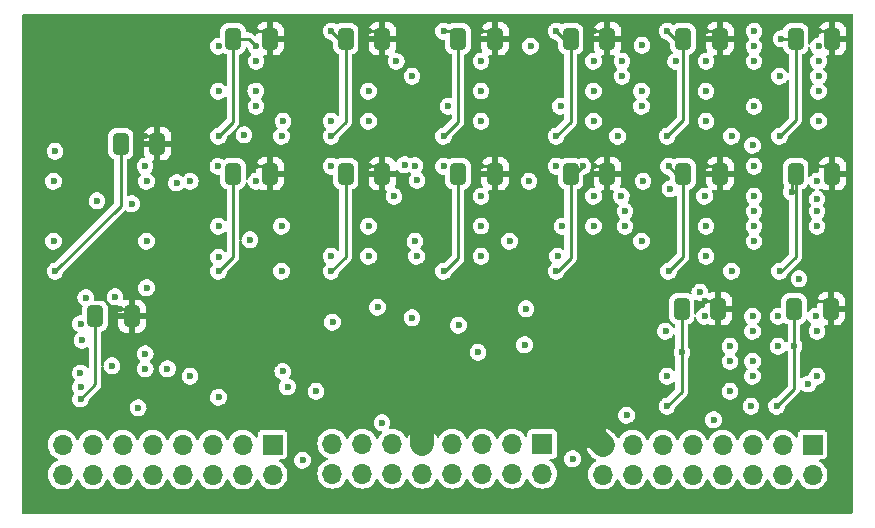
<source format=gbr>
%TF.GenerationSoftware,KiCad,Pcbnew,6.0.6-3a73a75311~116~ubuntu20.04.1*%
%TF.CreationDate,2022-07-29T20:39:59-07:00*%
%TF.ProjectId,ALUMux,414c554d-7578-42e6-9b69-6361645f7063,rev?*%
%TF.SameCoordinates,Original*%
%TF.FileFunction,Copper,L4,Bot*%
%TF.FilePolarity,Positive*%
%FSLAX46Y46*%
G04 Gerber Fmt 4.6, Leading zero omitted, Abs format (unit mm)*
G04 Created by KiCad (PCBNEW 6.0.6-3a73a75311~116~ubuntu20.04.1) date 2022-07-29 20:39:59*
%MOMM*%
%LPD*%
G01*
G04 APERTURE LIST*
G04 Aperture macros list*
%AMRoundRect*
0 Rectangle with rounded corners*
0 $1 Rounding radius*
0 $2 $3 $4 $5 $6 $7 $8 $9 X,Y pos of 4 corners*
0 Add a 4 corners polygon primitive as box body*
4,1,4,$2,$3,$4,$5,$6,$7,$8,$9,$2,$3,0*
0 Add four circle primitives for the rounded corners*
1,1,$1+$1,$2,$3*
1,1,$1+$1,$4,$5*
1,1,$1+$1,$6,$7*
1,1,$1+$1,$8,$9*
0 Add four rect primitives between the rounded corners*
20,1,$1+$1,$2,$3,$4,$5,0*
20,1,$1+$1,$4,$5,$6,$7,0*
20,1,$1+$1,$6,$7,$8,$9,0*
20,1,$1+$1,$8,$9,$2,$3,0*%
G04 Aperture macros list end*
%TA.AperFunction,ComponentPad*%
%ADD10R,1.700000X1.700000*%
%TD*%
%TA.AperFunction,ComponentPad*%
%ADD11O,1.700000X1.700000*%
%TD*%
%TA.AperFunction,SMDPad,CuDef*%
%ADD12RoundRect,0.250000X0.412500X0.650000X-0.412500X0.650000X-0.412500X-0.650000X0.412500X-0.650000X0*%
%TD*%
%TA.AperFunction,ViaPad*%
%ADD13C,0.600000*%
%TD*%
%TA.AperFunction,Conductor*%
%ADD14C,0.250000*%
%TD*%
%TA.AperFunction,Conductor*%
%ADD15C,2.000000*%
%TD*%
G04 APERTURE END LIST*
D10*
%TO.P,J3,1,Pin_1*%
%TO.N,/OUT_RESULT7*%
X186690000Y-141035000D03*
D11*
%TO.P,J3,2,Pin_2*%
%TO.N,/OUT_RESULT6*%
X186690000Y-143575000D03*
%TO.P,J3,3,Pin_3*%
%TO.N,/OUT_RESULT5*%
X184150000Y-141035000D03*
%TO.P,J3,4,Pin_4*%
%TO.N,/OUT_RESULT4*%
X184150000Y-143575000D03*
%TO.P,J3,5,Pin_5*%
%TO.N,/OUT_RESULT3*%
X181610000Y-141035000D03*
%TO.P,J3,6,Pin_6*%
%TO.N,/OUT_RESULT2*%
X181610000Y-143575000D03*
%TO.P,J3,7,Pin_7*%
%TO.N,/OUT_RESULT1*%
X179070000Y-141035000D03*
%TO.P,J3,8,Pin_8*%
%TO.N,/OUT_RESULT0*%
X179070000Y-143575000D03*
%TO.P,J3,9,Pin_9*%
%TO.N,/~{IN_L}*%
X176530000Y-141035000D03*
%TO.P,J3,10,Pin_10*%
%TO.N,/IN_R0*%
X176530000Y-143575000D03*
%TO.P,J3,11,Pin_11*%
%TO.N,/SWAP_NIBBLES*%
X173990000Y-141035000D03*
%TO.P,J3,12,Pin_12*%
%TO.N,/IN_R1*%
X173990000Y-143575000D03*
%TO.P,J3,13,Pin_13*%
%TO.N,0*%
X171450000Y-141035000D03*
%TO.P,J3,14,Pin_14*%
%TO.N,/IN_R2*%
X171450000Y-143575000D03*
%TO.P,J3,15,Pin_15*%
%TO.N,1*%
X168910000Y-141035000D03*
%TO.P,J3,16,Pin_16*%
%TO.N,/IN_R3*%
X168910000Y-143575000D03*
%TD*%
D10*
%TO.P,J2,1,Pin_1*%
%TO.N,/IN_ACC7*%
X163815000Y-140970000D03*
D11*
%TO.P,J2,2,Pin_2*%
%TO.N,/IN_ACC3*%
X163815000Y-143510000D03*
%TO.P,J2,3,Pin_3*%
%TO.N,/IN_ACC6*%
X161275000Y-140970000D03*
%TO.P,J2,4,Pin_4*%
%TO.N,/IN_ACC2*%
X161275000Y-143510000D03*
%TO.P,J2,5,Pin_5*%
%TO.N,/IN_ACC5*%
X158735000Y-140970000D03*
%TO.P,J2,6,Pin_6*%
%TO.N,/IN_ACC1*%
X158735000Y-143510000D03*
%TO.P,J2,7,Pin_7*%
%TO.N,/IN_ACC4*%
X156195000Y-140970000D03*
%TO.P,J2,8,Pin_8*%
%TO.N,/IN_ACC0*%
X156195000Y-143510000D03*
%TO.P,J2,9,Pin_9*%
%TO.N,1*%
X153655000Y-140970000D03*
%TO.P,J2,10,Pin_10*%
%TO.N,/OUT_RX_ID3*%
X153655000Y-143510000D03*
%TO.P,J2,11,Pin_11*%
%TO.N,0*%
X151115000Y-140970000D03*
%TO.P,J2,12,Pin_12*%
%TO.N,/OUT_RX_ID2*%
X151115000Y-143510000D03*
%TO.P,J2,13,Pin_13*%
%TO.N,/OPB_IS_IMM*%
X148575000Y-140970000D03*
%TO.P,J2,14,Pin_14*%
%TO.N,/OUT_RX_ID1*%
X148575000Y-143510000D03*
%TO.P,J2,15,Pin_15*%
%TO.N,/IMM_HIGH*%
X146035000Y-140970000D03*
%TO.P,J2,16,Pin_16*%
%TO.N,/OUT_RX_ID0*%
X146035000Y-143510000D03*
%TD*%
D10*
%TO.P,J1,1,Pin_1*%
%TO.N,/IN_REGDATA3*%
X140970000Y-141035000D03*
D11*
%TO.P,J1,2,Pin_2*%
%TO.N,/IN_REGDATA7*%
X140970000Y-143575000D03*
%TO.P,J1,3,Pin_3*%
%TO.N,/IN_REGDATA2*%
X138430000Y-141035000D03*
%TO.P,J1,4,Pin_4*%
%TO.N,/IN_REGDATA6*%
X138430000Y-143575000D03*
%TO.P,J1,5,Pin_5*%
%TO.N,/IN_REGDATA1*%
X135890000Y-141035000D03*
%TO.P,J1,6,Pin_6*%
%TO.N,/IN_REGDATA5*%
X135890000Y-143575000D03*
%TO.P,J1,7,Pin_7*%
%TO.N,/IN_REGDATA0*%
X133350000Y-141035000D03*
%TO.P,J1,8,Pin_8*%
%TO.N,/IN_REGDATA4*%
X133350000Y-143575000D03*
%TO.P,J1,9,Pin_9*%
%TO.N,/~{CARRY_WE}*%
X130810000Y-141035000D03*
%TO.P,J1,10,Pin_10*%
%TO.N,/IN_IMMEDIATE3*%
X130810000Y-143575000D03*
%TO.P,J1,11,Pin_11*%
%TO.N,/OUT_CARRY*%
X128270000Y-141035000D03*
%TO.P,J1,12,Pin_12*%
%TO.N,/IN_IMMEDIATE2*%
X128270000Y-143575000D03*
%TO.P,J1,13,Pin_13*%
%TO.N,/CHANGEOUT*%
X125730000Y-141035000D03*
%TO.P,J1,14,Pin_14*%
%TO.N,/IN_IMMEDIATE1*%
X125730000Y-143575000D03*
%TO.P,J1,15,Pin_15*%
%TO.N,/CLK*%
X123190000Y-141035000D03*
%TO.P,J1,16,Pin_16*%
%TO.N,/IN_IMMEDIATE0*%
X123190000Y-143575000D03*
%TD*%
D12*
%TO.P,C5,1*%
%TO.N,1*%
X188379500Y-118110000D03*
%TO.P,C5,2*%
%TO.N,0*%
X185254500Y-118110000D03*
%TD*%
%TO.P,C15,1*%
%TO.N,1*%
X150279500Y-106680000D03*
%TO.P,C15,2*%
%TO.N,0*%
X147154500Y-106680000D03*
%TD*%
%TO.P,C1,1*%
%TO.N,1*%
X131229500Y-115570000D03*
%TO.P,C1,2*%
%TO.N,0*%
X128104500Y-115570000D03*
%TD*%
%TO.P,C10,1*%
%TO.N,1*%
X150279500Y-118110000D03*
%TO.P,C10,2*%
%TO.N,0*%
X147154500Y-118110000D03*
%TD*%
%TO.P,C12,1*%
%TO.N,1*%
X188252500Y-129540000D03*
%TO.P,C12,2*%
%TO.N,0*%
X185127500Y-129540000D03*
%TD*%
%TO.P,C13,1*%
%TO.N,1*%
X188379500Y-106680000D03*
%TO.P,C13,2*%
%TO.N,0*%
X185254500Y-106680000D03*
%TD*%
%TO.P,C9,1*%
%TO.N,1*%
X129070500Y-130175000D03*
%TO.P,C9,2*%
%TO.N,0*%
X125945500Y-130175000D03*
%TD*%
%TO.P,C11,1*%
%TO.N,1*%
X169329500Y-118110000D03*
%TO.P,C11,2*%
%TO.N,0*%
X166204500Y-118110000D03*
%TD*%
%TO.P,C2,1*%
%TO.N,1*%
X178727500Y-129540000D03*
%TO.P,C2,2*%
%TO.N,0*%
X175602500Y-129540000D03*
%TD*%
%TO.P,C16,1*%
%TO.N,1*%
X178854500Y-118110000D03*
%TO.P,C16,2*%
%TO.N,0*%
X175729500Y-118110000D03*
%TD*%
%TO.P,C8,1*%
%TO.N,1*%
X140754500Y-118110000D03*
%TO.P,C8,2*%
%TO.N,0*%
X137629500Y-118110000D03*
%TD*%
%TO.P,C7,1*%
%TO.N,1*%
X140754500Y-106680000D03*
%TO.P,C7,2*%
%TO.N,0*%
X137629500Y-106680000D03*
%TD*%
%TO.P,C6,1*%
%TO.N,1*%
X159804500Y-106680000D03*
%TO.P,C6,2*%
%TO.N,0*%
X156679500Y-106680000D03*
%TD*%
%TO.P,C3,1*%
%TO.N,1*%
X169329500Y-106680000D03*
%TO.P,C3,2*%
%TO.N,0*%
X166204500Y-106680000D03*
%TD*%
%TO.P,C4,1*%
%TO.N,1*%
X159804500Y-118110000D03*
%TO.P,C4,2*%
%TO.N,0*%
X156679500Y-118110000D03*
%TD*%
%TO.P,C14,1*%
%TO.N,1*%
X178854500Y-106680000D03*
%TO.P,C14,2*%
%TO.N,0*%
X175729500Y-106680000D03*
%TD*%
D13*
%TO.N,0*%
X185127500Y-132704500D03*
X175641000Y-133223000D03*
X178308000Y-138938000D03*
X152781000Y-109855000D03*
X127381000Y-134366000D03*
X133985000Y-135255000D03*
X165481000Y-122555000D03*
X168148000Y-122555000D03*
X170942000Y-138557000D03*
X158369000Y-133223000D03*
X156718000Y-130937000D03*
X184025621Y-106679876D03*
X167248500Y-117475000D03*
X184912000Y-119634000D03*
%TO.N,/ADDOUT7*%
X187198000Y-113665000D03*
%TO.N,/ADDOUT0*%
X181610000Y-131445000D03*
X181737000Y-121285000D03*
%TO.N,/ADD_LEFT2*%
X187071000Y-120269000D03*
X185547000Y-127000000D03*
%TO.N,/IN_ACC3*%
X177154500Y-128143000D03*
X177546000Y-120015000D03*
%TO.N,/ADD_RIGHT2*%
X187071500Y-118745000D03*
X165100000Y-125095000D03*
%TO.N,0*%
X166370000Y-142240000D03*
X143510000Y-142367000D03*
%TO.N,/ADD_RIGHT1*%
X153162000Y-125095000D03*
X153030498Y-117415110D03*
%TO.N,1*%
X168148000Y-121285000D03*
X177673000Y-112395000D03*
X139573000Y-117475000D03*
X177673000Y-109855000D03*
X187198000Y-106045000D03*
X177673000Y-121285000D03*
X168148000Y-117475000D03*
X186944000Y-128905000D03*
X158623000Y-121285000D03*
X177673000Y-123825000D03*
X158623000Y-117475000D03*
X168148000Y-106045000D03*
X168148000Y-123825000D03*
X168148000Y-109855000D03*
X158623000Y-123825000D03*
X130175000Y-114935000D03*
X149098000Y-112384500D03*
X139573000Y-106045000D03*
X158623000Y-112394500D03*
X168148000Y-112395000D03*
X149098000Y-121274500D03*
X177673000Y-106045000D03*
X187071000Y-117475000D03*
X177673000Y-117475000D03*
X128016000Y-129540000D03*
X149098000Y-106045000D03*
X177546000Y-128905000D03*
X158623000Y-106045000D03*
X158623000Y-109855000D03*
X149098000Y-123825000D03*
X149098000Y-109855000D03*
X149098000Y-117475000D03*
%TO.N,0*%
X186944000Y-130175000D03*
X168148000Y-113665000D03*
X145923000Y-117475000D03*
X130302000Y-127762000D03*
X138557000Y-114808000D03*
X174498000Y-117475000D03*
X150241000Y-139192000D03*
X149860000Y-129413000D03*
X130302000Y-123825000D03*
X149098000Y-113665000D03*
X174371000Y-106045000D03*
X145923000Y-114935000D03*
X164973000Y-106045000D03*
X152146000Y-117348000D03*
X136398000Y-137033000D03*
X181483000Y-137795000D03*
X183896000Y-126365000D03*
X122428000Y-118745000D03*
X183896000Y-114935000D03*
X174498000Y-126365000D03*
X126111000Y-120396000D03*
X124714000Y-137160000D03*
X152781000Y-130302000D03*
X183652500Y-137795000D03*
X139573000Y-118745000D03*
X177673000Y-122555000D03*
X136398000Y-114935000D03*
X139065000Y-123698000D03*
X174371000Y-137795000D03*
X174371000Y-114935000D03*
X122428000Y-123825000D03*
X155448000Y-114935000D03*
X158623000Y-113665000D03*
X177673000Y-113665000D03*
X146050000Y-130683000D03*
X145923000Y-126365000D03*
X155448000Y-117475000D03*
X155448000Y-126365000D03*
X136398000Y-126365000D03*
X158623000Y-125095000D03*
X149098000Y-111125000D03*
X164973000Y-126365000D03*
X162433000Y-129540000D03*
X145923000Y-106045000D03*
X122555000Y-126365000D03*
X177673000Y-125095000D03*
X164973000Y-117475000D03*
X177546000Y-130175000D03*
X177673000Y-111125000D03*
X155448000Y-106045000D03*
X130302000Y-118745000D03*
X158623000Y-111114500D03*
X149098000Y-125095000D03*
X164973000Y-114935000D03*
X149098000Y-122555000D03*
X130175000Y-117475000D03*
X162306000Y-132588000D03*
X132842000Y-118872000D03*
X168148000Y-111125000D03*
X139573000Y-107315000D03*
X158623000Y-122544500D03*
%TO.N,/IN_ACC0*%
X151257000Y-120025500D03*
%TO.N,/IN_REGDATA0*%
X133999778Y-118745000D03*
%TO.N,/IN_ACC1*%
X158623500Y-120025500D03*
%TO.N,/IN_REGDATA1*%
X136397500Y-122555000D03*
%TO.N,/IN_ACC2*%
X168148000Y-120015000D03*
%TO.N,/IN_ACC4*%
X151434800Y-108595500D03*
%TO.N,/IN_REGDATA4*%
X136398000Y-107315000D03*
%TO.N,/IN_ACC5*%
X158623000Y-108585000D03*
%TO.N,/IN_REGDATA5*%
X136398000Y-111125000D03*
%TO.N,/IN_ACC6*%
X168148000Y-108585000D03*
%TO.N,/IN_REGDATA6*%
X139573000Y-112395000D03*
%TO.N,/IN_ACC7*%
X177673000Y-108584500D03*
%TO.N,/IN_REGDATA7*%
X139573000Y-108585000D03*
%TO.N,/IN_R3*%
X170504502Y-120015000D03*
X170561000Y-108585000D03*
%TO.N,/IN_R2*%
X170561000Y-109855000D03*
X170815000Y-121285000D03*
%TO.N,/IN_R1*%
X172212000Y-111125000D03*
X170815000Y-122555000D03*
%TO.N,/IN_R0*%
X172212000Y-112395000D03*
X172212000Y-123825000D03*
%TO.N,/OUT_RESULT4*%
X183769000Y-132715000D03*
%TO.N,/OPB_IS_IMM*%
X136347200Y-117485500D03*
X144653000Y-136525000D03*
%TO.N,/OUT_RESULT3*%
X179705000Y-133985000D03*
%TO.N,/IN_IMMEDIATE0*%
X124714000Y-130810000D03*
X129032000Y-120650000D03*
%TO.N,/IN_IMMEDIATE1*%
X127635000Y-128524000D03*
X124704211Y-134985389D03*
%TO.N,/IN_IMMEDIATE2*%
X130185500Y-134620000D03*
X132069500Y-134620000D03*
%TO.N,/~{IN_L}*%
X174625000Y-119380124D03*
X175105000Y-108584500D03*
%TO.N,/OUT_RX_ID0*%
X141849000Y-134846400D03*
X124841000Y-132207000D03*
%TO.N,/OUT_CARRY*%
X122555000Y-116205000D03*
%TO.N,/OUT_RX_ID1*%
X124714500Y-136144698D03*
X142240000Y-136144000D03*
%TO.N,/IMM_HIGH*%
X141859000Y-113665000D03*
%TO.N,/OUT_RX_ID2*%
X129590800Y-137922000D03*
%TO.N,/CLK*%
X125155589Y-128590411D03*
%TO.N,/OUT_RX_ID3*%
X130185500Y-133350000D03*
%TO.N,/ADDOUT1*%
X181610000Y-135255000D03*
X181737000Y-117475000D03*
%TO.N,/ADD_LEFT1*%
X181737000Y-120015000D03*
X161036000Y-123825500D03*
%TO.N,/ADD_LEFT0*%
X153030498Y-123825000D03*
X181737000Y-122555000D03*
%TO.N,/ADD_RIGHT0*%
X145923000Y-125095000D03*
X181737000Y-123825000D03*
%TO.N,/ADD_LEFT3*%
X187071500Y-122555000D03*
X179832000Y-126365000D03*
%TO.N,/ADDOUT2*%
X187071500Y-121285000D03*
X186319000Y-135900000D03*
%TO.N,/ADDOUT5*%
X174371000Y-135255000D03*
X181737000Y-106045000D03*
X181610000Y-133985000D03*
%TO.N,/ADD_RIGHT5*%
X155829000Y-112405500D03*
X181737000Y-107315000D03*
%TO.N,/ADD_LEFT5*%
X181610000Y-115707500D03*
X181737000Y-108585000D03*
%TO.N,/ADDOUT4*%
X183769000Y-130175000D03*
X181610000Y-130175000D03*
X174244000Y-131445000D03*
X183896000Y-109857911D03*
%TO.N,/ADD_RIGHT4*%
X181737000Y-112415500D03*
X145923000Y-113665000D03*
%TO.N,/ADDOUT7*%
X179705000Y-132715000D03*
X187071000Y-131445000D03*
%TO.N,/ADD_LEFT7*%
X179832000Y-114935000D03*
X187198000Y-111125000D03*
%TO.N,/ADDOUT6*%
X187198000Y-109855000D03*
X187071000Y-135255000D03*
X179705000Y-136525000D03*
%TO.N,/ADD_LEFT6*%
X170190500Y-114935000D03*
X187198000Y-108585000D03*
%TO.N,/ADD_RIGHT6*%
X187198000Y-107315000D03*
X165354000Y-112395000D03*
%TO.N,/OPB1*%
X153202788Y-118664610D03*
X136398500Y-125171200D03*
%TO.N,/OPB2*%
X141732000Y-126365000D03*
X162687000Y-118745000D03*
%TO.N,/OPB3*%
X141732000Y-122555000D03*
X172339500Y-118745500D03*
%TO.N,/OPB6*%
X162814000Y-107315000D03*
X141732000Y-114935000D03*
%TO.N,/OPB7*%
X172252439Y-107234261D03*
X139547600Y-111099600D03*
%TD*%
D14*
%TO.N,0*%
X185127500Y-132704500D02*
X185127500Y-136320000D01*
X185127500Y-136320000D02*
X183652500Y-137795000D01*
X185127500Y-129540000D02*
X185127500Y-132704500D01*
X175641000Y-133223000D02*
X175602500Y-133261500D01*
X175602500Y-133261500D02*
X175602500Y-133769500D01*
X175602500Y-133769500D02*
X175602500Y-136563500D01*
X175602500Y-129540000D02*
X175602500Y-133769500D01*
D15*
%TO.N,1*%
X153655000Y-140970000D02*
X153655000Y-138826000D01*
X168910000Y-141035000D02*
X167219400Y-139344400D01*
D14*
%TO.N,0*%
X184025745Y-106680000D02*
X184025621Y-106679876D01*
X185254500Y-106680000D02*
X184025745Y-106680000D01*
X166613500Y-118110000D02*
X167248500Y-117475000D01*
X184912000Y-119634000D02*
X184912000Y-118452500D01*
%TO.N,1*%
X187071000Y-117475000D02*
X187744500Y-117475000D01*
X187744500Y-117475000D02*
X188379500Y-118110000D01*
X187617500Y-128905000D02*
X188252500Y-129540000D01*
X139573000Y-106045000D02*
X140119500Y-106045000D01*
X178219500Y-106045000D02*
X178854500Y-106680000D01*
X177673000Y-117475000D02*
X178219500Y-117475000D01*
X149098000Y-106045000D02*
X149644500Y-106045000D01*
X130175000Y-114935000D02*
X130594500Y-114935000D01*
X130594500Y-114935000D02*
X131229500Y-115570000D01*
X187198000Y-106045000D02*
X187744500Y-106045000D01*
X186944000Y-128905000D02*
X187617500Y-128905000D01*
X159169500Y-117475000D02*
X159804500Y-118110000D01*
X140119500Y-117475000D02*
X140754500Y-118110000D01*
X178219500Y-117475000D02*
X178854500Y-118110000D01*
X168694500Y-117475000D02*
X169329500Y-118110000D01*
X177546000Y-128905000D02*
X178092500Y-128905000D01*
X128435500Y-129540000D02*
X129070500Y-130175000D01*
X128016000Y-129540000D02*
X128435500Y-129540000D01*
X140119500Y-106045000D02*
X140754500Y-106680000D01*
X159169500Y-106045000D02*
X159804500Y-106680000D01*
X168694500Y-106045000D02*
X169329500Y-106680000D01*
X158623000Y-117475000D02*
X159169500Y-117475000D01*
X149098000Y-117475000D02*
X149644500Y-117475000D01*
X149644500Y-117475000D02*
X150279500Y-118110000D01*
X158623000Y-106045000D02*
X159169500Y-106045000D01*
X168148000Y-106045000D02*
X168694500Y-106045000D01*
X149644500Y-106045000D02*
X150279500Y-106680000D01*
X187744500Y-106045000D02*
X188379500Y-106680000D01*
X178092500Y-128905000D02*
X178727500Y-129540000D01*
X139573000Y-117475000D02*
X140119500Y-117475000D01*
X168148000Y-117475000D02*
X168694500Y-117475000D01*
X177673000Y-106045000D02*
X178219500Y-106045000D01*
%TO.N,0*%
X185254500Y-106680000D02*
X185254500Y-113576500D01*
X136398000Y-126365000D02*
X137629500Y-125133500D01*
X166204500Y-125260500D02*
X165100000Y-126365000D01*
X147154500Y-125133500D02*
X145923000Y-126365000D01*
X175006000Y-106680000D02*
X174371000Y-106045000D01*
X156044500Y-106045000D02*
X156679500Y-106680000D01*
X137629500Y-106680000D02*
X138938000Y-106680000D01*
X155448000Y-106045000D02*
X156044500Y-106045000D01*
X166204500Y-106680000D02*
X166204500Y-113703500D01*
X165100000Y-126365000D02*
X164973000Y-126365000D01*
X166204500Y-113703500D02*
X164973000Y-114935000D01*
X137629500Y-113703500D02*
X136398000Y-114935000D01*
X125945500Y-135928500D02*
X124714000Y-137160000D01*
X166204500Y-106680000D02*
X165608000Y-106680000D01*
X185254500Y-113576500D02*
X183896000Y-114935000D01*
X147154500Y-113703500D02*
X145923000Y-114935000D01*
X138938000Y-106680000D02*
X139573000Y-107315000D01*
X175602500Y-136563500D02*
X174371000Y-137795000D01*
X175729500Y-125133500D02*
X175729500Y-118110000D01*
X156679500Y-125260500D02*
X155575000Y-126365000D01*
X175729500Y-118110000D02*
X175133000Y-118110000D01*
X166204500Y-118110000D02*
X166204500Y-125260500D01*
X156679500Y-113703500D02*
X155448000Y-114935000D01*
X156679500Y-106680000D02*
X156679500Y-113703500D01*
X147154500Y-118110000D02*
X147154500Y-125133500D01*
X175729500Y-106680000D02*
X175006000Y-106680000D01*
X174498000Y-126365000D02*
X175729500Y-125133500D01*
X146558000Y-106680000D02*
X145923000Y-106045000D01*
X155575000Y-126365000D02*
X155448000Y-126365000D01*
X175133000Y-118110000D02*
X174498000Y-117475000D01*
X185254500Y-118110000D02*
X185254500Y-125133500D01*
X185254500Y-125133500D02*
X184023000Y-126365000D01*
X175729500Y-113576500D02*
X174371000Y-114935000D01*
X137629500Y-106680000D02*
X137629500Y-113703500D01*
X128104500Y-115570000D02*
X128104500Y-120815500D01*
X125945500Y-130175000D02*
X125945500Y-135928500D01*
X147154500Y-106680000D02*
X146558000Y-106680000D01*
X156679500Y-118110000D02*
X156679500Y-125260500D01*
X147154500Y-106680000D02*
X147154500Y-113703500D01*
X165608000Y-106680000D02*
X164973000Y-106045000D01*
X175729500Y-106680000D02*
X175729500Y-113576500D01*
X184023000Y-126365000D02*
X183896000Y-126365000D01*
X137629500Y-125133500D02*
X137629500Y-118110000D01*
X128104500Y-120815500D02*
X122555000Y-126365000D01*
%TD*%
%TA.AperFunction,Conductor*%
%TO.N,1*%
G36*
X190051631Y-104566113D02*
G01*
X190088176Y-104616413D01*
X190093100Y-104647500D01*
X190093100Y-146812500D01*
X190073887Y-146871631D01*
X190023587Y-146908176D01*
X189992500Y-146913100D01*
X119887500Y-146913100D01*
X119828369Y-146893887D01*
X119791824Y-146843587D01*
X119786900Y-146812500D01*
X119786900Y-143575000D01*
X121928299Y-143575000D01*
X121947467Y-143794092D01*
X122004389Y-144006527D01*
X122097335Y-144205850D01*
X122099854Y-144209447D01*
X122180143Y-144324112D01*
X122223481Y-144386006D01*
X122378994Y-144541519D01*
X122382588Y-144544036D01*
X122382591Y-144544038D01*
X122462722Y-144600146D01*
X122559149Y-144667665D01*
X122758473Y-144760611D01*
X122893221Y-144796717D01*
X122966660Y-144816395D01*
X122966663Y-144816395D01*
X122970908Y-144817533D01*
X123190000Y-144836701D01*
X123409092Y-144817533D01*
X123413337Y-144816395D01*
X123413340Y-144816395D01*
X123486779Y-144796717D01*
X123621527Y-144760611D01*
X123820851Y-144667665D01*
X123917278Y-144600146D01*
X123997409Y-144544038D01*
X123997412Y-144544036D01*
X124001006Y-144541519D01*
X124156519Y-144386006D01*
X124199858Y-144324112D01*
X124280146Y-144209447D01*
X124282665Y-144205850D01*
X124368826Y-144021078D01*
X124411228Y-143975608D01*
X124472260Y-143963745D01*
X124528609Y-143990021D01*
X124551174Y-144021078D01*
X124637335Y-144205850D01*
X124639854Y-144209447D01*
X124720143Y-144324112D01*
X124763481Y-144386006D01*
X124918994Y-144541519D01*
X124922588Y-144544036D01*
X124922591Y-144544038D01*
X125002722Y-144600146D01*
X125099149Y-144667665D01*
X125298473Y-144760611D01*
X125433221Y-144796717D01*
X125506660Y-144816395D01*
X125506663Y-144816395D01*
X125510908Y-144817533D01*
X125730000Y-144836701D01*
X125949092Y-144817533D01*
X125953337Y-144816395D01*
X125953340Y-144816395D01*
X126026779Y-144796717D01*
X126161527Y-144760611D01*
X126360851Y-144667665D01*
X126457278Y-144600146D01*
X126537409Y-144544038D01*
X126537412Y-144544036D01*
X126541006Y-144541519D01*
X126696519Y-144386006D01*
X126739858Y-144324112D01*
X126820146Y-144209447D01*
X126822665Y-144205850D01*
X126908826Y-144021078D01*
X126951228Y-143975608D01*
X127012260Y-143963745D01*
X127068609Y-143990021D01*
X127091174Y-144021078D01*
X127177335Y-144205850D01*
X127179854Y-144209447D01*
X127260143Y-144324112D01*
X127303481Y-144386006D01*
X127458994Y-144541519D01*
X127462588Y-144544036D01*
X127462591Y-144544038D01*
X127542722Y-144600146D01*
X127639149Y-144667665D01*
X127838473Y-144760611D01*
X127973221Y-144796717D01*
X128046660Y-144816395D01*
X128046663Y-144816395D01*
X128050908Y-144817533D01*
X128270000Y-144836701D01*
X128489092Y-144817533D01*
X128493337Y-144816395D01*
X128493340Y-144816395D01*
X128566779Y-144796717D01*
X128701527Y-144760611D01*
X128900851Y-144667665D01*
X128997278Y-144600146D01*
X129077409Y-144544038D01*
X129077412Y-144544036D01*
X129081006Y-144541519D01*
X129236519Y-144386006D01*
X129279858Y-144324112D01*
X129360146Y-144209447D01*
X129362665Y-144205850D01*
X129448826Y-144021078D01*
X129491228Y-143975608D01*
X129552260Y-143963745D01*
X129608609Y-143990021D01*
X129631174Y-144021078D01*
X129717335Y-144205850D01*
X129719854Y-144209447D01*
X129800143Y-144324112D01*
X129843481Y-144386006D01*
X129998994Y-144541519D01*
X130002588Y-144544036D01*
X130002591Y-144544038D01*
X130082722Y-144600146D01*
X130179149Y-144667665D01*
X130378473Y-144760611D01*
X130513221Y-144796717D01*
X130586660Y-144816395D01*
X130586663Y-144816395D01*
X130590908Y-144817533D01*
X130810000Y-144836701D01*
X131029092Y-144817533D01*
X131033337Y-144816395D01*
X131033340Y-144816395D01*
X131106779Y-144796717D01*
X131241527Y-144760611D01*
X131440851Y-144667665D01*
X131537278Y-144600146D01*
X131617409Y-144544038D01*
X131617412Y-144544036D01*
X131621006Y-144541519D01*
X131776519Y-144386006D01*
X131819858Y-144324112D01*
X131900146Y-144209447D01*
X131902665Y-144205850D01*
X131988826Y-144021078D01*
X132031228Y-143975608D01*
X132092260Y-143963745D01*
X132148609Y-143990021D01*
X132171174Y-144021078D01*
X132257335Y-144205850D01*
X132259854Y-144209447D01*
X132340143Y-144324112D01*
X132383481Y-144386006D01*
X132538994Y-144541519D01*
X132542588Y-144544036D01*
X132542591Y-144544038D01*
X132622722Y-144600146D01*
X132719149Y-144667665D01*
X132918473Y-144760611D01*
X133053221Y-144796717D01*
X133126660Y-144816395D01*
X133126663Y-144816395D01*
X133130908Y-144817533D01*
X133350000Y-144836701D01*
X133569092Y-144817533D01*
X133573337Y-144816395D01*
X133573340Y-144816395D01*
X133646779Y-144796717D01*
X133781527Y-144760611D01*
X133980851Y-144667665D01*
X134077278Y-144600146D01*
X134157409Y-144544038D01*
X134157412Y-144544036D01*
X134161006Y-144541519D01*
X134316519Y-144386006D01*
X134359858Y-144324112D01*
X134440146Y-144209447D01*
X134442665Y-144205850D01*
X134528826Y-144021078D01*
X134571228Y-143975608D01*
X134632260Y-143963745D01*
X134688609Y-143990021D01*
X134711174Y-144021078D01*
X134797335Y-144205850D01*
X134799854Y-144209447D01*
X134880143Y-144324112D01*
X134923481Y-144386006D01*
X135078994Y-144541519D01*
X135082588Y-144544036D01*
X135082591Y-144544038D01*
X135162722Y-144600146D01*
X135259149Y-144667665D01*
X135458473Y-144760611D01*
X135593221Y-144796717D01*
X135666660Y-144816395D01*
X135666663Y-144816395D01*
X135670908Y-144817533D01*
X135890000Y-144836701D01*
X136109092Y-144817533D01*
X136113337Y-144816395D01*
X136113340Y-144816395D01*
X136186779Y-144796717D01*
X136321527Y-144760611D01*
X136520851Y-144667665D01*
X136617278Y-144600146D01*
X136697409Y-144544038D01*
X136697412Y-144544036D01*
X136701006Y-144541519D01*
X136856519Y-144386006D01*
X136899858Y-144324112D01*
X136980146Y-144209447D01*
X136982665Y-144205850D01*
X137068826Y-144021078D01*
X137111228Y-143975608D01*
X137172260Y-143963745D01*
X137228609Y-143990021D01*
X137251174Y-144021078D01*
X137337335Y-144205850D01*
X137339854Y-144209447D01*
X137420143Y-144324112D01*
X137463481Y-144386006D01*
X137618994Y-144541519D01*
X137622588Y-144544036D01*
X137622591Y-144544038D01*
X137702722Y-144600146D01*
X137799149Y-144667665D01*
X137998473Y-144760611D01*
X138133221Y-144796717D01*
X138206660Y-144816395D01*
X138206663Y-144816395D01*
X138210908Y-144817533D01*
X138430000Y-144836701D01*
X138649092Y-144817533D01*
X138653337Y-144816395D01*
X138653340Y-144816395D01*
X138726779Y-144796717D01*
X138861527Y-144760611D01*
X139060851Y-144667665D01*
X139157278Y-144600146D01*
X139237409Y-144544038D01*
X139237412Y-144544036D01*
X139241006Y-144541519D01*
X139396519Y-144386006D01*
X139439858Y-144324112D01*
X139520146Y-144209447D01*
X139522665Y-144205850D01*
X139608826Y-144021078D01*
X139651228Y-143975608D01*
X139712260Y-143963745D01*
X139768609Y-143990021D01*
X139791174Y-144021078D01*
X139877335Y-144205850D01*
X139879854Y-144209447D01*
X139960143Y-144324112D01*
X140003481Y-144386006D01*
X140158994Y-144541519D01*
X140162588Y-144544036D01*
X140162591Y-144544038D01*
X140242722Y-144600146D01*
X140339149Y-144667665D01*
X140538473Y-144760611D01*
X140673221Y-144796717D01*
X140746660Y-144816395D01*
X140746663Y-144816395D01*
X140750908Y-144817533D01*
X140970000Y-144836701D01*
X141189092Y-144817533D01*
X141193337Y-144816395D01*
X141193340Y-144816395D01*
X141266779Y-144796717D01*
X141401527Y-144760611D01*
X141600851Y-144667665D01*
X141697278Y-144600146D01*
X141777409Y-144544038D01*
X141777412Y-144544036D01*
X141781006Y-144541519D01*
X141936519Y-144386006D01*
X141979858Y-144324112D01*
X142060146Y-144209447D01*
X142062665Y-144205850D01*
X142155611Y-144006527D01*
X142212533Y-143794092D01*
X142231701Y-143575000D01*
X142226014Y-143510000D01*
X144773299Y-143510000D01*
X144792467Y-143729092D01*
X144849389Y-143941527D01*
X144942335Y-144140850D01*
X145068481Y-144321006D01*
X145223994Y-144476519D01*
X145227588Y-144479036D01*
X145227591Y-144479038D01*
X145312388Y-144538413D01*
X145404149Y-144602665D01*
X145603473Y-144695611D01*
X145738221Y-144731717D01*
X145811660Y-144751395D01*
X145811663Y-144751395D01*
X145815908Y-144752533D01*
X146035000Y-144771701D01*
X146254092Y-144752533D01*
X146258337Y-144751395D01*
X146258340Y-144751395D01*
X146331779Y-144731717D01*
X146466527Y-144695611D01*
X146665851Y-144602665D01*
X146757612Y-144538413D01*
X146842409Y-144479038D01*
X146842412Y-144479036D01*
X146846006Y-144476519D01*
X147001519Y-144321006D01*
X147127665Y-144140850D01*
X147213826Y-143956078D01*
X147256228Y-143910608D01*
X147317260Y-143898745D01*
X147373609Y-143925021D01*
X147396174Y-143956078D01*
X147482335Y-144140850D01*
X147608481Y-144321006D01*
X147763994Y-144476519D01*
X147767588Y-144479036D01*
X147767591Y-144479038D01*
X147852388Y-144538413D01*
X147944149Y-144602665D01*
X148143473Y-144695611D01*
X148278221Y-144731717D01*
X148351660Y-144751395D01*
X148351663Y-144751395D01*
X148355908Y-144752533D01*
X148575000Y-144771701D01*
X148794092Y-144752533D01*
X148798337Y-144751395D01*
X148798340Y-144751395D01*
X148871779Y-144731717D01*
X149006527Y-144695611D01*
X149205851Y-144602665D01*
X149297612Y-144538413D01*
X149382409Y-144479038D01*
X149382412Y-144479036D01*
X149386006Y-144476519D01*
X149541519Y-144321006D01*
X149667665Y-144140850D01*
X149753826Y-143956078D01*
X149796228Y-143910608D01*
X149857260Y-143898745D01*
X149913609Y-143925021D01*
X149936174Y-143956078D01*
X150022335Y-144140850D01*
X150148481Y-144321006D01*
X150303994Y-144476519D01*
X150307588Y-144479036D01*
X150307591Y-144479038D01*
X150392388Y-144538413D01*
X150484149Y-144602665D01*
X150683473Y-144695611D01*
X150818221Y-144731717D01*
X150891660Y-144751395D01*
X150891663Y-144751395D01*
X150895908Y-144752533D01*
X151115000Y-144771701D01*
X151334092Y-144752533D01*
X151338337Y-144751395D01*
X151338340Y-144751395D01*
X151411779Y-144731717D01*
X151546527Y-144695611D01*
X151745851Y-144602665D01*
X151837612Y-144538413D01*
X151922409Y-144479038D01*
X151922412Y-144479036D01*
X151926006Y-144476519D01*
X152081519Y-144321006D01*
X152207665Y-144140850D01*
X152293826Y-143956078D01*
X152336228Y-143910608D01*
X152397260Y-143898745D01*
X152453609Y-143925021D01*
X152476174Y-143956078D01*
X152562335Y-144140850D01*
X152688481Y-144321006D01*
X152843994Y-144476519D01*
X152847588Y-144479036D01*
X152847591Y-144479038D01*
X152932388Y-144538413D01*
X153024149Y-144602665D01*
X153223473Y-144695611D01*
X153358221Y-144731717D01*
X153431660Y-144751395D01*
X153431663Y-144751395D01*
X153435908Y-144752533D01*
X153655000Y-144771701D01*
X153874092Y-144752533D01*
X153878337Y-144751395D01*
X153878340Y-144751395D01*
X153951779Y-144731717D01*
X154086527Y-144695611D01*
X154285851Y-144602665D01*
X154377612Y-144538413D01*
X154462409Y-144479038D01*
X154462412Y-144479036D01*
X154466006Y-144476519D01*
X154621519Y-144321006D01*
X154747665Y-144140850D01*
X154833826Y-143956078D01*
X154876228Y-143910608D01*
X154937260Y-143898745D01*
X154993609Y-143925021D01*
X155016174Y-143956078D01*
X155102335Y-144140850D01*
X155228481Y-144321006D01*
X155383994Y-144476519D01*
X155387588Y-144479036D01*
X155387591Y-144479038D01*
X155472388Y-144538413D01*
X155564149Y-144602665D01*
X155763473Y-144695611D01*
X155898221Y-144731717D01*
X155971660Y-144751395D01*
X155971663Y-144751395D01*
X155975908Y-144752533D01*
X156195000Y-144771701D01*
X156414092Y-144752533D01*
X156418337Y-144751395D01*
X156418340Y-144751395D01*
X156491779Y-144731717D01*
X156626527Y-144695611D01*
X156825851Y-144602665D01*
X156917612Y-144538413D01*
X157002409Y-144479038D01*
X157002412Y-144479036D01*
X157006006Y-144476519D01*
X157161519Y-144321006D01*
X157287665Y-144140850D01*
X157373826Y-143956078D01*
X157416228Y-143910608D01*
X157477260Y-143898745D01*
X157533609Y-143925021D01*
X157556174Y-143956078D01*
X157642335Y-144140850D01*
X157768481Y-144321006D01*
X157923994Y-144476519D01*
X157927588Y-144479036D01*
X157927591Y-144479038D01*
X158012388Y-144538413D01*
X158104149Y-144602665D01*
X158303473Y-144695611D01*
X158438221Y-144731717D01*
X158511660Y-144751395D01*
X158511663Y-144751395D01*
X158515908Y-144752533D01*
X158735000Y-144771701D01*
X158954092Y-144752533D01*
X158958337Y-144751395D01*
X158958340Y-144751395D01*
X159031779Y-144731717D01*
X159166527Y-144695611D01*
X159365851Y-144602665D01*
X159457612Y-144538413D01*
X159542409Y-144479038D01*
X159542412Y-144479036D01*
X159546006Y-144476519D01*
X159701519Y-144321006D01*
X159827665Y-144140850D01*
X159913826Y-143956078D01*
X159956228Y-143910608D01*
X160017260Y-143898745D01*
X160073609Y-143925021D01*
X160096174Y-143956078D01*
X160182335Y-144140850D01*
X160308481Y-144321006D01*
X160463994Y-144476519D01*
X160467588Y-144479036D01*
X160467591Y-144479038D01*
X160552388Y-144538413D01*
X160644149Y-144602665D01*
X160843473Y-144695611D01*
X160978221Y-144731717D01*
X161051660Y-144751395D01*
X161051663Y-144751395D01*
X161055908Y-144752533D01*
X161275000Y-144771701D01*
X161494092Y-144752533D01*
X161498337Y-144751395D01*
X161498340Y-144751395D01*
X161571779Y-144731717D01*
X161706527Y-144695611D01*
X161905851Y-144602665D01*
X161997612Y-144538413D01*
X162082409Y-144479038D01*
X162082412Y-144479036D01*
X162086006Y-144476519D01*
X162241519Y-144321006D01*
X162367665Y-144140850D01*
X162453826Y-143956078D01*
X162496228Y-143910608D01*
X162557260Y-143898745D01*
X162613609Y-143925021D01*
X162636174Y-143956078D01*
X162722335Y-144140850D01*
X162848481Y-144321006D01*
X163003994Y-144476519D01*
X163007588Y-144479036D01*
X163007591Y-144479038D01*
X163092388Y-144538413D01*
X163184149Y-144602665D01*
X163383473Y-144695611D01*
X163518221Y-144731717D01*
X163591660Y-144751395D01*
X163591663Y-144751395D01*
X163595908Y-144752533D01*
X163815000Y-144771701D01*
X164034092Y-144752533D01*
X164038337Y-144751395D01*
X164038340Y-144751395D01*
X164111779Y-144731717D01*
X164246527Y-144695611D01*
X164445851Y-144602665D01*
X164537612Y-144538413D01*
X164622409Y-144479038D01*
X164622412Y-144479036D01*
X164626006Y-144476519D01*
X164781519Y-144321006D01*
X164907665Y-144140850D01*
X165000611Y-143941527D01*
X165057533Y-143729092D01*
X165076701Y-143510000D01*
X165057533Y-143290908D01*
X165000611Y-143078473D01*
X164907665Y-142879150D01*
X164827032Y-142763994D01*
X164784038Y-142702591D01*
X164784036Y-142702588D01*
X164781519Y-142698994D01*
X164626006Y-142543481D01*
X164622412Y-142540964D01*
X164622409Y-142540962D01*
X164455802Y-142424303D01*
X164445851Y-142417335D01*
X164441870Y-142415479D01*
X164440388Y-142414623D01*
X164398785Y-142368419D01*
X164392285Y-142306585D01*
X164423372Y-142252740D01*
X164468734Y-142232543D01*
X165657947Y-142232543D01*
X165658612Y-142238567D01*
X165658612Y-142238571D01*
X165666345Y-142308609D01*
X165676722Y-142402607D01*
X165684400Y-142423587D01*
X165733197Y-142556931D01*
X165735521Y-142563283D01*
X165738907Y-142568322D01*
X165824248Y-142695322D01*
X165830950Y-142705296D01*
X165957499Y-142820446D01*
X166107861Y-142902086D01*
X166113731Y-142903626D01*
X166267491Y-142943965D01*
X166267493Y-142943965D01*
X166273358Y-142945504D01*
X166353428Y-142946762D01*
X166438370Y-142948096D01*
X166438372Y-142948096D01*
X166444434Y-142948191D01*
X166450345Y-142946837D01*
X166450347Y-142946837D01*
X166605303Y-142911348D01*
X166605306Y-142911347D01*
X166611213Y-142909994D01*
X166764066Y-142833117D01*
X166848635Y-142760888D01*
X166889560Y-142725935D01*
X166889562Y-142725933D01*
X166894169Y-142721998D01*
X166927343Y-142675831D01*
X166990474Y-142587976D01*
X166990476Y-142587973D01*
X166994011Y-142583053D01*
X167035590Y-142479623D01*
X167055566Y-142429931D01*
X167055567Y-142429928D01*
X167057828Y-142424303D01*
X167059085Y-142415476D01*
X167081472Y-142258175D01*
X167081472Y-142258171D01*
X167081936Y-142254913D01*
X167082092Y-142240000D01*
X167081656Y-142236391D01*
X167062266Y-142076164D01*
X167062265Y-142076162D01*
X167061537Y-142070142D01*
X167058805Y-142062910D01*
X167003203Y-141915767D01*
X167003202Y-141915766D01*
X167001058Y-141910091D01*
X166904148Y-141769085D01*
X166776401Y-141655266D01*
X166625191Y-141575205D01*
X166459249Y-141533523D01*
X166453192Y-141533491D01*
X166453190Y-141533491D01*
X166369652Y-141533054D01*
X166288154Y-141532627D01*
X166282257Y-141534043D01*
X166282255Y-141534043D01*
X166200029Y-141553784D01*
X166121785Y-141572569D01*
X166116399Y-141575349D01*
X166116396Y-141575350D01*
X165980124Y-141645686D01*
X165969745Y-141651043D01*
X165965180Y-141655025D01*
X165965179Y-141655026D01*
X165845381Y-141759532D01*
X165840813Y-141763517D01*
X165837330Y-141768472D01*
X165837327Y-141768476D01*
X165780161Y-141849816D01*
X165742431Y-141903500D01*
X165680280Y-142062910D01*
X165657947Y-142232543D01*
X164468734Y-142232543D01*
X164480170Y-142227451D01*
X164490687Y-142226900D01*
X164697024Y-142226900D01*
X164792306Y-142211809D01*
X164871630Y-142171391D01*
X164900098Y-142156886D01*
X164900099Y-142156885D01*
X164907151Y-142153292D01*
X164998292Y-142062151D01*
X165016947Y-142025540D01*
X165053213Y-141954363D01*
X165056809Y-141947306D01*
X165071900Y-141852024D01*
X165071900Y-141302223D01*
X167578090Y-141302223D01*
X167608794Y-141438466D01*
X167611253Y-141446311D01*
X167692163Y-141645569D01*
X167695868Y-141652906D01*
X167808236Y-141836274D01*
X167813093Y-141842909D01*
X167953900Y-142005461D01*
X167959775Y-142011214D01*
X168125234Y-142148581D01*
X168131984Y-142153307D01*
X168317652Y-142261803D01*
X168325075Y-142265359D01*
X168333696Y-142268651D01*
X168382084Y-142307693D01*
X168398282Y-142367720D01*
X168376104Y-142425804D01*
X168340327Y-142453807D01*
X168283136Y-142480476D01*
X168283133Y-142480478D01*
X168279150Y-142482335D01*
X168220257Y-142523572D01*
X168102591Y-142605962D01*
X168102588Y-142605964D01*
X168098994Y-142608481D01*
X167943481Y-142763994D01*
X167940964Y-142767588D01*
X167940962Y-142767591D01*
X167897838Y-142829179D01*
X167817335Y-142944150D01*
X167724389Y-143143473D01*
X167667467Y-143355908D01*
X167648299Y-143575000D01*
X167667467Y-143794092D01*
X167724389Y-144006527D01*
X167817335Y-144205850D01*
X167819854Y-144209447D01*
X167900143Y-144324112D01*
X167943481Y-144386006D01*
X168098994Y-144541519D01*
X168102588Y-144544036D01*
X168102591Y-144544038D01*
X168182722Y-144600146D01*
X168279149Y-144667665D01*
X168478473Y-144760611D01*
X168613221Y-144796717D01*
X168686660Y-144816395D01*
X168686663Y-144816395D01*
X168690908Y-144817533D01*
X168910000Y-144836701D01*
X169129092Y-144817533D01*
X169133337Y-144816395D01*
X169133340Y-144816395D01*
X169206779Y-144796717D01*
X169341527Y-144760611D01*
X169540851Y-144667665D01*
X169637278Y-144600146D01*
X169717409Y-144544038D01*
X169717412Y-144544036D01*
X169721006Y-144541519D01*
X169876519Y-144386006D01*
X169919858Y-144324112D01*
X170000146Y-144209447D01*
X170002665Y-144205850D01*
X170088826Y-144021078D01*
X170131228Y-143975608D01*
X170192260Y-143963745D01*
X170248609Y-143990021D01*
X170271174Y-144021078D01*
X170357335Y-144205850D01*
X170359854Y-144209447D01*
X170440143Y-144324112D01*
X170483481Y-144386006D01*
X170638994Y-144541519D01*
X170642588Y-144544036D01*
X170642591Y-144544038D01*
X170722722Y-144600146D01*
X170819149Y-144667665D01*
X171018473Y-144760611D01*
X171153221Y-144796717D01*
X171226660Y-144816395D01*
X171226663Y-144816395D01*
X171230908Y-144817533D01*
X171450000Y-144836701D01*
X171669092Y-144817533D01*
X171673337Y-144816395D01*
X171673340Y-144816395D01*
X171746779Y-144796717D01*
X171881527Y-144760611D01*
X172080851Y-144667665D01*
X172177278Y-144600146D01*
X172257409Y-144544038D01*
X172257412Y-144544036D01*
X172261006Y-144541519D01*
X172416519Y-144386006D01*
X172459858Y-144324112D01*
X172540146Y-144209447D01*
X172542665Y-144205850D01*
X172628826Y-144021078D01*
X172671228Y-143975608D01*
X172732260Y-143963745D01*
X172788609Y-143990021D01*
X172811174Y-144021078D01*
X172897335Y-144205850D01*
X172899854Y-144209447D01*
X172980143Y-144324112D01*
X173023481Y-144386006D01*
X173178994Y-144541519D01*
X173182588Y-144544036D01*
X173182591Y-144544038D01*
X173262722Y-144600146D01*
X173359149Y-144667665D01*
X173558473Y-144760611D01*
X173693221Y-144796717D01*
X173766660Y-144816395D01*
X173766663Y-144816395D01*
X173770908Y-144817533D01*
X173990000Y-144836701D01*
X174209092Y-144817533D01*
X174213337Y-144816395D01*
X174213340Y-144816395D01*
X174286779Y-144796717D01*
X174421527Y-144760611D01*
X174620851Y-144667665D01*
X174717278Y-144600146D01*
X174797409Y-144544038D01*
X174797412Y-144544036D01*
X174801006Y-144541519D01*
X174956519Y-144386006D01*
X174999858Y-144324112D01*
X175080146Y-144209447D01*
X175082665Y-144205850D01*
X175168826Y-144021078D01*
X175211228Y-143975608D01*
X175272260Y-143963745D01*
X175328609Y-143990021D01*
X175351174Y-144021078D01*
X175437335Y-144205850D01*
X175439854Y-144209447D01*
X175520143Y-144324112D01*
X175563481Y-144386006D01*
X175718994Y-144541519D01*
X175722588Y-144544036D01*
X175722591Y-144544038D01*
X175802722Y-144600146D01*
X175899149Y-144667665D01*
X176098473Y-144760611D01*
X176233221Y-144796717D01*
X176306660Y-144816395D01*
X176306663Y-144816395D01*
X176310908Y-144817533D01*
X176530000Y-144836701D01*
X176749092Y-144817533D01*
X176753337Y-144816395D01*
X176753340Y-144816395D01*
X176826779Y-144796717D01*
X176961527Y-144760611D01*
X177160851Y-144667665D01*
X177257278Y-144600146D01*
X177337409Y-144544038D01*
X177337412Y-144544036D01*
X177341006Y-144541519D01*
X177496519Y-144386006D01*
X177539858Y-144324112D01*
X177620146Y-144209447D01*
X177622665Y-144205850D01*
X177708826Y-144021078D01*
X177751228Y-143975608D01*
X177812260Y-143963745D01*
X177868609Y-143990021D01*
X177891174Y-144021078D01*
X177977335Y-144205850D01*
X177979854Y-144209447D01*
X178060143Y-144324112D01*
X178103481Y-144386006D01*
X178258994Y-144541519D01*
X178262588Y-144544036D01*
X178262591Y-144544038D01*
X178342722Y-144600146D01*
X178439149Y-144667665D01*
X178638473Y-144760611D01*
X178773221Y-144796717D01*
X178846660Y-144816395D01*
X178846663Y-144816395D01*
X178850908Y-144817533D01*
X179070000Y-144836701D01*
X179289092Y-144817533D01*
X179293337Y-144816395D01*
X179293340Y-144816395D01*
X179366779Y-144796717D01*
X179501527Y-144760611D01*
X179700851Y-144667665D01*
X179797278Y-144600146D01*
X179877409Y-144544038D01*
X179877412Y-144544036D01*
X179881006Y-144541519D01*
X180036519Y-144386006D01*
X180079858Y-144324112D01*
X180160146Y-144209447D01*
X180162665Y-144205850D01*
X180248826Y-144021078D01*
X180291228Y-143975608D01*
X180352260Y-143963745D01*
X180408609Y-143990021D01*
X180431174Y-144021078D01*
X180517335Y-144205850D01*
X180519854Y-144209447D01*
X180600143Y-144324112D01*
X180643481Y-144386006D01*
X180798994Y-144541519D01*
X180802588Y-144544036D01*
X180802591Y-144544038D01*
X180882722Y-144600146D01*
X180979149Y-144667665D01*
X181178473Y-144760611D01*
X181313221Y-144796717D01*
X181386660Y-144816395D01*
X181386663Y-144816395D01*
X181390908Y-144817533D01*
X181610000Y-144836701D01*
X181829092Y-144817533D01*
X181833337Y-144816395D01*
X181833340Y-144816395D01*
X181906779Y-144796717D01*
X182041527Y-144760611D01*
X182240851Y-144667665D01*
X182337278Y-144600146D01*
X182417409Y-144544038D01*
X182417412Y-144544036D01*
X182421006Y-144541519D01*
X182576519Y-144386006D01*
X182619858Y-144324112D01*
X182700146Y-144209447D01*
X182702665Y-144205850D01*
X182788826Y-144021078D01*
X182831228Y-143975608D01*
X182892260Y-143963745D01*
X182948609Y-143990021D01*
X182971174Y-144021078D01*
X183057335Y-144205850D01*
X183059854Y-144209447D01*
X183140143Y-144324112D01*
X183183481Y-144386006D01*
X183338994Y-144541519D01*
X183342588Y-144544036D01*
X183342591Y-144544038D01*
X183422722Y-144600146D01*
X183519149Y-144667665D01*
X183718473Y-144760611D01*
X183853221Y-144796717D01*
X183926660Y-144816395D01*
X183926663Y-144816395D01*
X183930908Y-144817533D01*
X184150000Y-144836701D01*
X184369092Y-144817533D01*
X184373337Y-144816395D01*
X184373340Y-144816395D01*
X184446779Y-144796717D01*
X184581527Y-144760611D01*
X184780851Y-144667665D01*
X184877278Y-144600146D01*
X184957409Y-144544038D01*
X184957412Y-144544036D01*
X184961006Y-144541519D01*
X185116519Y-144386006D01*
X185159858Y-144324112D01*
X185240146Y-144209447D01*
X185242665Y-144205850D01*
X185328826Y-144021078D01*
X185371228Y-143975608D01*
X185432260Y-143963745D01*
X185488609Y-143990021D01*
X185511174Y-144021078D01*
X185597335Y-144205850D01*
X185599854Y-144209447D01*
X185680143Y-144324112D01*
X185723481Y-144386006D01*
X185878994Y-144541519D01*
X185882588Y-144544036D01*
X185882591Y-144544038D01*
X185962722Y-144600146D01*
X186059149Y-144667665D01*
X186258473Y-144760611D01*
X186393221Y-144796717D01*
X186466660Y-144816395D01*
X186466663Y-144816395D01*
X186470908Y-144817533D01*
X186690000Y-144836701D01*
X186909092Y-144817533D01*
X186913337Y-144816395D01*
X186913340Y-144816395D01*
X186986779Y-144796717D01*
X187121527Y-144760611D01*
X187320851Y-144667665D01*
X187417278Y-144600146D01*
X187497409Y-144544038D01*
X187497412Y-144544036D01*
X187501006Y-144541519D01*
X187656519Y-144386006D01*
X187699858Y-144324112D01*
X187780146Y-144209447D01*
X187782665Y-144205850D01*
X187875611Y-144006527D01*
X187932533Y-143794092D01*
X187951701Y-143575000D01*
X187932533Y-143355908D01*
X187875611Y-143143473D01*
X187782665Y-142944150D01*
X187702162Y-142829179D01*
X187659038Y-142767591D01*
X187659036Y-142767588D01*
X187656519Y-142763994D01*
X187501006Y-142608481D01*
X187497412Y-142605964D01*
X187497409Y-142605962D01*
X187379743Y-142523572D01*
X187320851Y-142482335D01*
X187316870Y-142480479D01*
X187315388Y-142479623D01*
X187273785Y-142433419D01*
X187267285Y-142371585D01*
X187298372Y-142317740D01*
X187355170Y-142292451D01*
X187365687Y-142291900D01*
X187572024Y-142291900D01*
X187667306Y-142276809D01*
X187721097Y-142249401D01*
X187775098Y-142221886D01*
X187775099Y-142221885D01*
X187782151Y-142218292D01*
X187873292Y-142127151D01*
X187931809Y-142012306D01*
X187946900Y-141917024D01*
X187946900Y-140152976D01*
X187931809Y-140057694D01*
X187890422Y-139976468D01*
X187876886Y-139949902D01*
X187876885Y-139949901D01*
X187873292Y-139942849D01*
X187782151Y-139851708D01*
X187775099Y-139848115D01*
X187775098Y-139848114D01*
X187674363Y-139796787D01*
X187674364Y-139796787D01*
X187667306Y-139793191D01*
X187572024Y-139778100D01*
X185807976Y-139778100D01*
X185712694Y-139793191D01*
X185705636Y-139796787D01*
X185705637Y-139796787D01*
X185604902Y-139848114D01*
X185604901Y-139848115D01*
X185597849Y-139851708D01*
X185506708Y-139942849D01*
X185503115Y-139949901D01*
X185503114Y-139949902D01*
X185489578Y-139976468D01*
X185448191Y-140057694D01*
X185433100Y-140152976D01*
X185433100Y-140359314D01*
X185413887Y-140418445D01*
X185363587Y-140454990D01*
X185301413Y-140454990D01*
X185251113Y-140418445D01*
X185245377Y-140409613D01*
X185244522Y-140408131D01*
X185242665Y-140404150D01*
X185116519Y-140223994D01*
X184961006Y-140068481D01*
X184957412Y-140065964D01*
X184957409Y-140065962D01*
X184852771Y-139992694D01*
X184780851Y-139942335D01*
X184581527Y-139849389D01*
X184446779Y-139813283D01*
X184373340Y-139793605D01*
X184373337Y-139793605D01*
X184369092Y-139792467D01*
X184150000Y-139773299D01*
X183930908Y-139792467D01*
X183926663Y-139793605D01*
X183926660Y-139793605D01*
X183853221Y-139813283D01*
X183718473Y-139849389D01*
X183519150Y-139942335D01*
X183502502Y-139953992D01*
X183342591Y-140065962D01*
X183342588Y-140065964D01*
X183338994Y-140068481D01*
X183183481Y-140223994D01*
X183057335Y-140404150D01*
X182971175Y-140588921D01*
X182928772Y-140634392D01*
X182867740Y-140646255D01*
X182811391Y-140619979D01*
X182788825Y-140588921D01*
X182702665Y-140404150D01*
X182576519Y-140223994D01*
X182421006Y-140068481D01*
X182417412Y-140065964D01*
X182417409Y-140065962D01*
X182312771Y-139992694D01*
X182240851Y-139942335D01*
X182041527Y-139849389D01*
X181906779Y-139813283D01*
X181833340Y-139793605D01*
X181833337Y-139793605D01*
X181829092Y-139792467D01*
X181610000Y-139773299D01*
X181390908Y-139792467D01*
X181386663Y-139793605D01*
X181386660Y-139793605D01*
X181313221Y-139813283D01*
X181178473Y-139849389D01*
X180979150Y-139942335D01*
X180962502Y-139953992D01*
X180802591Y-140065962D01*
X180802588Y-140065964D01*
X180798994Y-140068481D01*
X180643481Y-140223994D01*
X180517335Y-140404150D01*
X180431175Y-140588921D01*
X180388772Y-140634392D01*
X180327740Y-140646255D01*
X180271391Y-140619979D01*
X180248825Y-140588921D01*
X180162665Y-140404150D01*
X180036519Y-140223994D01*
X179881006Y-140068481D01*
X179877412Y-140065964D01*
X179877409Y-140065962D01*
X179772771Y-139992694D01*
X179700851Y-139942335D01*
X179501527Y-139849389D01*
X179366779Y-139813283D01*
X179293340Y-139793605D01*
X179293337Y-139793605D01*
X179289092Y-139792467D01*
X179070000Y-139773299D01*
X178850908Y-139792467D01*
X178846663Y-139793605D01*
X178846660Y-139793605D01*
X178773221Y-139813283D01*
X178638473Y-139849389D01*
X178439150Y-139942335D01*
X178422502Y-139953992D01*
X178262591Y-140065962D01*
X178262588Y-140065964D01*
X178258994Y-140068481D01*
X178103481Y-140223994D01*
X177977335Y-140404150D01*
X177891175Y-140588921D01*
X177848772Y-140634392D01*
X177787740Y-140646255D01*
X177731391Y-140619979D01*
X177708825Y-140588921D01*
X177622665Y-140404150D01*
X177496519Y-140223994D01*
X177341006Y-140068481D01*
X177337412Y-140065964D01*
X177337409Y-140065962D01*
X177232771Y-139992694D01*
X177160851Y-139942335D01*
X176961527Y-139849389D01*
X176826779Y-139813283D01*
X176753340Y-139793605D01*
X176753337Y-139793605D01*
X176749092Y-139792467D01*
X176530000Y-139773299D01*
X176310908Y-139792467D01*
X176306663Y-139793605D01*
X176306660Y-139793605D01*
X176233221Y-139813283D01*
X176098473Y-139849389D01*
X175899150Y-139942335D01*
X175882502Y-139953992D01*
X175722591Y-140065962D01*
X175722588Y-140065964D01*
X175718994Y-140068481D01*
X175563481Y-140223994D01*
X175437335Y-140404150D01*
X175351175Y-140588921D01*
X175308772Y-140634392D01*
X175247740Y-140646255D01*
X175191391Y-140619979D01*
X175168825Y-140588921D01*
X175082665Y-140404150D01*
X174956519Y-140223994D01*
X174801006Y-140068481D01*
X174797412Y-140065964D01*
X174797409Y-140065962D01*
X174692771Y-139992694D01*
X174620851Y-139942335D01*
X174421527Y-139849389D01*
X174286779Y-139813283D01*
X174213340Y-139793605D01*
X174213337Y-139793605D01*
X174209092Y-139792467D01*
X173990000Y-139773299D01*
X173770908Y-139792467D01*
X173766663Y-139793605D01*
X173766660Y-139793605D01*
X173693221Y-139813283D01*
X173558473Y-139849389D01*
X173359150Y-139942335D01*
X173342502Y-139953992D01*
X173182591Y-140065962D01*
X173182588Y-140065964D01*
X173178994Y-140068481D01*
X173023481Y-140223994D01*
X172897335Y-140404150D01*
X172811175Y-140588921D01*
X172768772Y-140634392D01*
X172707740Y-140646255D01*
X172651391Y-140619979D01*
X172628825Y-140588921D01*
X172542665Y-140404150D01*
X172416519Y-140223994D01*
X172261006Y-140068481D01*
X172257412Y-140065964D01*
X172257409Y-140065962D01*
X172152771Y-139992694D01*
X172080851Y-139942335D01*
X171881527Y-139849389D01*
X171746779Y-139813283D01*
X171673340Y-139793605D01*
X171673337Y-139793605D01*
X171669092Y-139792467D01*
X171450000Y-139773299D01*
X171230908Y-139792467D01*
X171226663Y-139793605D01*
X171226660Y-139793605D01*
X171153221Y-139813283D01*
X171018473Y-139849389D01*
X170819150Y-139942335D01*
X170802502Y-139953992D01*
X170642591Y-140065962D01*
X170642588Y-140065964D01*
X170638994Y-140068481D01*
X170483481Y-140223994D01*
X170357335Y-140404150D01*
X170355479Y-140408131D01*
X170355476Y-140408136D01*
X170327138Y-140468906D01*
X170284736Y-140514377D01*
X170223704Y-140526240D01*
X170167355Y-140499964D01*
X170143707Y-140466504D01*
X170112554Y-140394855D01*
X170108669Y-140387610D01*
X169991860Y-140207051D01*
X169986838Y-140200528D01*
X169842103Y-140041468D01*
X169836094Y-140035864D01*
X169667314Y-139902570D01*
X169660472Y-139898025D01*
X169472196Y-139794090D01*
X169464693Y-139790719D01*
X169261974Y-139718932D01*
X169254019Y-139716830D01*
X169179685Y-139703589D01*
X169166261Y-139705452D01*
X169165835Y-139705862D01*
X169164000Y-139713193D01*
X169164000Y-141188400D01*
X169144787Y-141247531D01*
X169094487Y-141284076D01*
X169063400Y-141289000D01*
X167591043Y-141289000D01*
X167578514Y-141293071D01*
X167578090Y-141302223D01*
X165071900Y-141302223D01*
X165071900Y-140770221D01*
X167574101Y-140770221D01*
X167575827Y-140778419D01*
X167577669Y-140780084D01*
X167581960Y-140781000D01*
X168640067Y-140781000D01*
X168652957Y-140776812D01*
X168656000Y-140772623D01*
X168656000Y-139715920D01*
X168651812Y-139703030D01*
X168650795Y-139702292D01*
X168644360Y-139701768D01*
X168598294Y-139708818D01*
X168590281Y-139710727D01*
X168385878Y-139777535D01*
X168378283Y-139780728D01*
X168187533Y-139880026D01*
X168180574Y-139884408D01*
X168008601Y-140013530D01*
X168002448Y-140018992D01*
X167853869Y-140174471D01*
X167848691Y-140180866D01*
X167727508Y-140358514D01*
X167723440Y-140365673D01*
X167632899Y-140560730D01*
X167630054Y-140568464D01*
X167574101Y-140770221D01*
X165071900Y-140770221D01*
X165071900Y-140087976D01*
X165056809Y-139992694D01*
X165008572Y-139898025D01*
X165001886Y-139884902D01*
X165001885Y-139884901D01*
X164998292Y-139877849D01*
X164907151Y-139786708D01*
X164900099Y-139783115D01*
X164900098Y-139783114D01*
X164799363Y-139731787D01*
X164799364Y-139731787D01*
X164792306Y-139728191D01*
X164697024Y-139713100D01*
X162932976Y-139713100D01*
X162837694Y-139728191D01*
X162830636Y-139731787D01*
X162830637Y-139731787D01*
X162729902Y-139783114D01*
X162729901Y-139783115D01*
X162722849Y-139786708D01*
X162631708Y-139877849D01*
X162628115Y-139884901D01*
X162628114Y-139884902D01*
X162621428Y-139898025D01*
X162573191Y-139992694D01*
X162558100Y-140087976D01*
X162558100Y-140294314D01*
X162538887Y-140353445D01*
X162488587Y-140389990D01*
X162426413Y-140389990D01*
X162376113Y-140353445D01*
X162370377Y-140344613D01*
X162369522Y-140343131D01*
X162367665Y-140339150D01*
X162287032Y-140223994D01*
X162244038Y-140162591D01*
X162244036Y-140162588D01*
X162241519Y-140158994D01*
X162086006Y-140003481D01*
X162082412Y-140000964D01*
X162082409Y-140000962D01*
X161941890Y-139902570D01*
X161905851Y-139877335D01*
X161706527Y-139784389D01*
X161571779Y-139748283D01*
X161498340Y-139728605D01*
X161498337Y-139728605D01*
X161494092Y-139727467D01*
X161275000Y-139708299D01*
X161055908Y-139727467D01*
X161051663Y-139728605D01*
X161051660Y-139728605D01*
X160978221Y-139748283D01*
X160843473Y-139784389D01*
X160644150Y-139877335D01*
X160611508Y-139900191D01*
X160467591Y-140000962D01*
X160467588Y-140000964D01*
X160463994Y-140003481D01*
X160308481Y-140158994D01*
X160305964Y-140162588D01*
X160305962Y-140162591D01*
X160262968Y-140223994D01*
X160182335Y-140339150D01*
X160125238Y-140461595D01*
X160096175Y-140523921D01*
X160053772Y-140569392D01*
X159992740Y-140581255D01*
X159936391Y-140554979D01*
X159913825Y-140523921D01*
X159884762Y-140461595D01*
X159827665Y-140339150D01*
X159747032Y-140223994D01*
X159704038Y-140162591D01*
X159704036Y-140162588D01*
X159701519Y-140158994D01*
X159546006Y-140003481D01*
X159542412Y-140000964D01*
X159542409Y-140000962D01*
X159401890Y-139902570D01*
X159365851Y-139877335D01*
X159166527Y-139784389D01*
X159031779Y-139748283D01*
X158958340Y-139728605D01*
X158958337Y-139728605D01*
X158954092Y-139727467D01*
X158735000Y-139708299D01*
X158515908Y-139727467D01*
X158511663Y-139728605D01*
X158511660Y-139728605D01*
X158438221Y-139748283D01*
X158303473Y-139784389D01*
X158104150Y-139877335D01*
X158071508Y-139900191D01*
X157927591Y-140000962D01*
X157927588Y-140000964D01*
X157923994Y-140003481D01*
X157768481Y-140158994D01*
X157765964Y-140162588D01*
X157765962Y-140162591D01*
X157722968Y-140223994D01*
X157642335Y-140339150D01*
X157585238Y-140461595D01*
X157556175Y-140523921D01*
X157513772Y-140569392D01*
X157452740Y-140581255D01*
X157396391Y-140554979D01*
X157373825Y-140523921D01*
X157344762Y-140461595D01*
X157287665Y-140339150D01*
X157207032Y-140223994D01*
X157164038Y-140162591D01*
X157164036Y-140162588D01*
X157161519Y-140158994D01*
X157006006Y-140003481D01*
X157002412Y-140000964D01*
X157002409Y-140000962D01*
X156861890Y-139902570D01*
X156825851Y-139877335D01*
X156626527Y-139784389D01*
X156491779Y-139748283D01*
X156418340Y-139728605D01*
X156418337Y-139728605D01*
X156414092Y-139727467D01*
X156195000Y-139708299D01*
X155975908Y-139727467D01*
X155971663Y-139728605D01*
X155971660Y-139728605D01*
X155898221Y-139748283D01*
X155763473Y-139784389D01*
X155564150Y-139877335D01*
X155531508Y-139900191D01*
X155387591Y-140000962D01*
X155387588Y-140000964D01*
X155383994Y-140003481D01*
X155228481Y-140158994D01*
X155225964Y-140162588D01*
X155225962Y-140162591D01*
X155182968Y-140223994D01*
X155102335Y-140339150D01*
X155100479Y-140343131D01*
X155100476Y-140343136D01*
X155072138Y-140403906D01*
X155029736Y-140449377D01*
X154968704Y-140461240D01*
X154912355Y-140434964D01*
X154888707Y-140401504D01*
X154857554Y-140329855D01*
X154853669Y-140322610D01*
X154736860Y-140142051D01*
X154731838Y-140135528D01*
X154587103Y-139976468D01*
X154581094Y-139970864D01*
X154412314Y-139837570D01*
X154405472Y-139833025D01*
X154217196Y-139729090D01*
X154209693Y-139725719D01*
X154006974Y-139653932D01*
X153999019Y-139651830D01*
X153924685Y-139638589D01*
X153911261Y-139640452D01*
X153910835Y-139640862D01*
X153909000Y-139648193D01*
X153909000Y-141123400D01*
X153889787Y-141182531D01*
X153839487Y-141219076D01*
X153808400Y-141224000D01*
X153501600Y-141224000D01*
X153442469Y-141204787D01*
X153405924Y-141154487D01*
X153401000Y-141123400D01*
X153401000Y-139650920D01*
X153396812Y-139638030D01*
X153395795Y-139637292D01*
X153389360Y-139636768D01*
X153343294Y-139643818D01*
X153335281Y-139645727D01*
X153130878Y-139712535D01*
X153123283Y-139715728D01*
X152932533Y-139815026D01*
X152925574Y-139819408D01*
X152753601Y-139948530D01*
X152747448Y-139953992D01*
X152598869Y-140109471D01*
X152593691Y-140115866D01*
X152472508Y-140293514D01*
X152468440Y-140300673D01*
X152420441Y-140404080D01*
X152378118Y-140449625D01*
X152317106Y-140461595D01*
X152260712Y-140435418D01*
X152238018Y-140404240D01*
X152209524Y-140343136D01*
X152209521Y-140343131D01*
X152207665Y-140339150D01*
X152127032Y-140223994D01*
X152084038Y-140162591D01*
X152084036Y-140162588D01*
X152081519Y-140158994D01*
X151926006Y-140003481D01*
X151922412Y-140000964D01*
X151922409Y-140000962D01*
X151781890Y-139902570D01*
X151745851Y-139877335D01*
X151546527Y-139784389D01*
X151411779Y-139748283D01*
X151338340Y-139728605D01*
X151338337Y-139728605D01*
X151334092Y-139727467D01*
X151115000Y-139708299D01*
X150933789Y-139724153D01*
X150873208Y-139710167D01*
X150832418Y-139663244D01*
X150826999Y-139601306D01*
X150843326Y-139565231D01*
X150861473Y-139539977D01*
X150861474Y-139539976D01*
X150865011Y-139535053D01*
X150928828Y-139376303D01*
X150942385Y-139281053D01*
X150952472Y-139210175D01*
X150952472Y-139210171D01*
X150952936Y-139206913D01*
X150953092Y-139192000D01*
X150948354Y-139152843D01*
X150933266Y-139028164D01*
X150933265Y-139028162D01*
X150932537Y-139022142D01*
X150929805Y-139014910D01*
X150874203Y-138867767D01*
X150874202Y-138867766D01*
X150872058Y-138862091D01*
X150775148Y-138721085D01*
X150647401Y-138607266D01*
X150538380Y-138549543D01*
X170229947Y-138549543D01*
X170230612Y-138555567D01*
X170230612Y-138555571D01*
X170241974Y-138658486D01*
X170248722Y-138719607D01*
X170307521Y-138880283D01*
X170310907Y-138885322D01*
X170354112Y-138949617D01*
X170402950Y-139022296D01*
X170529499Y-139137446D01*
X170679861Y-139219086D01*
X170685731Y-139220626D01*
X170839491Y-139260965D01*
X170839493Y-139260965D01*
X170845358Y-139262504D01*
X170925428Y-139263762D01*
X171010370Y-139265096D01*
X171010372Y-139265096D01*
X171016434Y-139265191D01*
X171022345Y-139263837D01*
X171022347Y-139263837D01*
X171177303Y-139228348D01*
X171177306Y-139228347D01*
X171183213Y-139226994D01*
X171336066Y-139150117D01*
X171408518Y-139088237D01*
X171461560Y-139042935D01*
X171461562Y-139042933D01*
X171466169Y-139038998D01*
X171499343Y-138992831D01*
X171544102Y-138930543D01*
X177595947Y-138930543D01*
X177596612Y-138936567D01*
X177596612Y-138936571D01*
X177606059Y-139022142D01*
X177614722Y-139100607D01*
X177616808Y-139106307D01*
X177661469Y-139228348D01*
X177673521Y-139261283D01*
X177676907Y-139266322D01*
X177740063Y-139360307D01*
X177768950Y-139403296D01*
X177895499Y-139518446D01*
X178045861Y-139600086D01*
X178051731Y-139601626D01*
X178205491Y-139641965D01*
X178205493Y-139641965D01*
X178211358Y-139643504D01*
X178291428Y-139644762D01*
X178376370Y-139646096D01*
X178376372Y-139646096D01*
X178382434Y-139646191D01*
X178388345Y-139644837D01*
X178388347Y-139644837D01*
X178543303Y-139609348D01*
X178543306Y-139609347D01*
X178549213Y-139607994D01*
X178702066Y-139531117D01*
X178774518Y-139469237D01*
X178827560Y-139423935D01*
X178827562Y-139423933D01*
X178832169Y-139419998D01*
X178883494Y-139348572D01*
X178928474Y-139285976D01*
X178928476Y-139285973D01*
X178932011Y-139281053D01*
X178995828Y-139122303D01*
X179010062Y-139022296D01*
X179019472Y-138956175D01*
X179019472Y-138956171D01*
X179019936Y-138952913D01*
X179020092Y-138938000D01*
X179013718Y-138885322D01*
X179000266Y-138774164D01*
X179000265Y-138774162D01*
X178999537Y-138768142D01*
X178996805Y-138760910D01*
X178941203Y-138613767D01*
X178941202Y-138613766D01*
X178939058Y-138608091D01*
X178842148Y-138467085D01*
X178714401Y-138353266D01*
X178563191Y-138273205D01*
X178397249Y-138231523D01*
X178391192Y-138231491D01*
X178391190Y-138231491D01*
X178307652Y-138231054D01*
X178226154Y-138230627D01*
X178220257Y-138232043D01*
X178220255Y-138232043D01*
X178065683Y-138269153D01*
X178059785Y-138270569D01*
X178054399Y-138273349D01*
X178054396Y-138273350D01*
X177913131Y-138346263D01*
X177907745Y-138349043D01*
X177903180Y-138353025D01*
X177903179Y-138353026D01*
X177787212Y-138454190D01*
X177778813Y-138461517D01*
X177775330Y-138466472D01*
X177775327Y-138466476D01*
X177694705Y-138581190D01*
X177680431Y-138601500D01*
X177618280Y-138760910D01*
X177595947Y-138930543D01*
X171544102Y-138930543D01*
X171562474Y-138904976D01*
X171562476Y-138904973D01*
X171566011Y-138900053D01*
X171619039Y-138768142D01*
X171627566Y-138746931D01*
X171627567Y-138746928D01*
X171629828Y-138741303D01*
X171632706Y-138721085D01*
X171653472Y-138575175D01*
X171653472Y-138575171D01*
X171653936Y-138571913D01*
X171654092Y-138557000D01*
X171650487Y-138527205D01*
X171634266Y-138393164D01*
X171634265Y-138393162D01*
X171633537Y-138387142D01*
X171630805Y-138379910D01*
X171575203Y-138232767D01*
X171575202Y-138232766D01*
X171573058Y-138227091D01*
X171476148Y-138086085D01*
X171348401Y-137972266D01*
X171197191Y-137892205D01*
X171031249Y-137850523D01*
X171025192Y-137850491D01*
X171025190Y-137850491D01*
X170941652Y-137850054D01*
X170860154Y-137849627D01*
X170854257Y-137851043D01*
X170854255Y-137851043D01*
X170763957Y-137872722D01*
X170693785Y-137889569D01*
X170688399Y-137892349D01*
X170688396Y-137892350D01*
X170602058Y-137936913D01*
X170541745Y-137968043D01*
X170412813Y-138080517D01*
X170409330Y-138085472D01*
X170409327Y-138085476D01*
X170368916Y-138142976D01*
X170314431Y-138220500D01*
X170290869Y-138280935D01*
X170262762Y-138353026D01*
X170252280Y-138379910D01*
X170229947Y-138549543D01*
X150538380Y-138549543D01*
X150496191Y-138527205D01*
X150330249Y-138485523D01*
X150324192Y-138485491D01*
X150324190Y-138485491D01*
X150240652Y-138485054D01*
X150159154Y-138484627D01*
X150153257Y-138486043D01*
X150153255Y-138486043D01*
X149998683Y-138523153D01*
X149992785Y-138524569D01*
X149987399Y-138527349D01*
X149987396Y-138527350D01*
X149853344Y-138596540D01*
X149840745Y-138603043D01*
X149836180Y-138607025D01*
X149836179Y-138607026D01*
X149716381Y-138711532D01*
X149711813Y-138715517D01*
X149708330Y-138720472D01*
X149708327Y-138720476D01*
X149674827Y-138768142D01*
X149613431Y-138855500D01*
X149551280Y-139014910D01*
X149528947Y-139184543D01*
X149529612Y-139190567D01*
X149529612Y-139190571D01*
X149539602Y-139281053D01*
X149547722Y-139354607D01*
X149606521Y-139515283D01*
X149609907Y-139520322D01*
X149694488Y-139646191D01*
X149701950Y-139657296D01*
X149828499Y-139772446D01*
X149833826Y-139775338D01*
X149833827Y-139775339D01*
X149854766Y-139786708D01*
X149978861Y-139854086D01*
X149984731Y-139855626D01*
X150138491Y-139895965D01*
X150138493Y-139895965D01*
X150144358Y-139897504D01*
X150168317Y-139897880D01*
X150227138Y-139918019D01*
X150262889Y-139968886D01*
X150261914Y-140031053D01*
X150237872Y-140069603D01*
X150148481Y-140158994D01*
X150145964Y-140162588D01*
X150145962Y-140162591D01*
X150102968Y-140223994D01*
X150022335Y-140339150D01*
X149965238Y-140461595D01*
X149936175Y-140523921D01*
X149893772Y-140569392D01*
X149832740Y-140581255D01*
X149776391Y-140554979D01*
X149753825Y-140523921D01*
X149724762Y-140461595D01*
X149667665Y-140339150D01*
X149587032Y-140223994D01*
X149544038Y-140162591D01*
X149544036Y-140162588D01*
X149541519Y-140158994D01*
X149386006Y-140003481D01*
X149382412Y-140000964D01*
X149382409Y-140000962D01*
X149241890Y-139902570D01*
X149205851Y-139877335D01*
X149006527Y-139784389D01*
X148871779Y-139748283D01*
X148798340Y-139728605D01*
X148798337Y-139728605D01*
X148794092Y-139727467D01*
X148575000Y-139708299D01*
X148355908Y-139727467D01*
X148351663Y-139728605D01*
X148351660Y-139728605D01*
X148278221Y-139748283D01*
X148143473Y-139784389D01*
X147944150Y-139877335D01*
X147911508Y-139900191D01*
X147767591Y-140000962D01*
X147767588Y-140000964D01*
X147763994Y-140003481D01*
X147608481Y-140158994D01*
X147605964Y-140162588D01*
X147605962Y-140162591D01*
X147562968Y-140223994D01*
X147482335Y-140339150D01*
X147425238Y-140461595D01*
X147396175Y-140523921D01*
X147353772Y-140569392D01*
X147292740Y-140581255D01*
X147236391Y-140554979D01*
X147213825Y-140523921D01*
X147184762Y-140461595D01*
X147127665Y-140339150D01*
X147047032Y-140223994D01*
X147004038Y-140162591D01*
X147004036Y-140162588D01*
X147001519Y-140158994D01*
X146846006Y-140003481D01*
X146842412Y-140000964D01*
X146842409Y-140000962D01*
X146701890Y-139902570D01*
X146665851Y-139877335D01*
X146466527Y-139784389D01*
X146331779Y-139748283D01*
X146258340Y-139728605D01*
X146258337Y-139728605D01*
X146254092Y-139727467D01*
X146035000Y-139708299D01*
X145815908Y-139727467D01*
X145811663Y-139728605D01*
X145811660Y-139728605D01*
X145738221Y-139748283D01*
X145603473Y-139784389D01*
X145404150Y-139877335D01*
X145371508Y-139900191D01*
X145227591Y-140000962D01*
X145227588Y-140000964D01*
X145223994Y-140003481D01*
X145068481Y-140158994D01*
X145065964Y-140162588D01*
X145065962Y-140162591D01*
X145022968Y-140223994D01*
X144942335Y-140339150D01*
X144849389Y-140538473D01*
X144792467Y-140750908D01*
X144773299Y-140970000D01*
X144792467Y-141189092D01*
X144793605Y-141193337D01*
X144793605Y-141193340D01*
X144808126Y-141247531D01*
X144849389Y-141401527D01*
X144942335Y-141600850D01*
X144987848Y-141665850D01*
X145064460Y-141775263D01*
X145068481Y-141781006D01*
X145223994Y-141936519D01*
X145227588Y-141939036D01*
X145227591Y-141939038D01*
X145312388Y-141998413D01*
X145404149Y-142062665D01*
X145433098Y-142076164D01*
X145588920Y-142148825D01*
X145634392Y-142191228D01*
X145646255Y-142252260D01*
X145619979Y-142308609D01*
X145588922Y-142331174D01*
X145404150Y-142417335D01*
X145323385Y-142473887D01*
X145227591Y-142540962D01*
X145227588Y-142540964D01*
X145223994Y-142543481D01*
X145068481Y-142698994D01*
X145065964Y-142702588D01*
X145065962Y-142702591D01*
X145022968Y-142763994D01*
X144942335Y-142879150D01*
X144849389Y-143078473D01*
X144792467Y-143290908D01*
X144773299Y-143510000D01*
X142226014Y-143510000D01*
X142212533Y-143355908D01*
X142155611Y-143143473D01*
X142062665Y-142944150D01*
X141982162Y-142829179D01*
X141939038Y-142767591D01*
X141939036Y-142767588D01*
X141936519Y-142763994D01*
X141781006Y-142608481D01*
X141777412Y-142605964D01*
X141777409Y-142605962D01*
X141659743Y-142523572D01*
X141600851Y-142482335D01*
X141596870Y-142480479D01*
X141595388Y-142479623D01*
X141553785Y-142433419D01*
X141547285Y-142371585D01*
X141554237Y-142359543D01*
X142797947Y-142359543D01*
X142798612Y-142365567D01*
X142798612Y-142365571D01*
X142804605Y-142419854D01*
X142816722Y-142529607D01*
X142875521Y-142690283D01*
X142878907Y-142695322D01*
X142881375Y-142698994D01*
X142970950Y-142832296D01*
X143097499Y-142947446D01*
X143247861Y-143029086D01*
X143253731Y-143030626D01*
X143407491Y-143070965D01*
X143407493Y-143070965D01*
X143413358Y-143072504D01*
X143493428Y-143073762D01*
X143578370Y-143075096D01*
X143578372Y-143075096D01*
X143584434Y-143075191D01*
X143590345Y-143073837D01*
X143590347Y-143073837D01*
X143745303Y-143038348D01*
X143745306Y-143038347D01*
X143751213Y-143036994D01*
X143904066Y-142960117D01*
X143998866Y-142879150D01*
X144029560Y-142852935D01*
X144029562Y-142852933D01*
X144034169Y-142848998D01*
X144095251Y-142763994D01*
X144130474Y-142714976D01*
X144130476Y-142714973D01*
X144134011Y-142710053D01*
X144185065Y-142583053D01*
X144195566Y-142556931D01*
X144195567Y-142556928D01*
X144197828Y-142551303D01*
X144198942Y-142543481D01*
X144221472Y-142385175D01*
X144221472Y-142385171D01*
X144221936Y-142381913D01*
X144222092Y-142367000D01*
X144221343Y-142360804D01*
X144202266Y-142203164D01*
X144202265Y-142203162D01*
X144201537Y-142197142D01*
X144199303Y-142191228D01*
X144143203Y-142042767D01*
X144143202Y-142042766D01*
X144141058Y-142037091D01*
X144044148Y-141896085D01*
X143916401Y-141782266D01*
X143765191Y-141702205D01*
X143599249Y-141660523D01*
X143593192Y-141660491D01*
X143593190Y-141660491D01*
X143509652Y-141660054D01*
X143428154Y-141659627D01*
X143422257Y-141661043D01*
X143422255Y-141661043D01*
X143267683Y-141698153D01*
X143261785Y-141699569D01*
X143256399Y-141702349D01*
X143256396Y-141702350D01*
X143117413Y-141774085D01*
X143109745Y-141778043D01*
X143105180Y-141782025D01*
X143105179Y-141782026D01*
X143020453Y-141855937D01*
X142980813Y-141890517D01*
X142977330Y-141895472D01*
X142977327Y-141895476D01*
X142900029Y-142005461D01*
X142882431Y-142030500D01*
X142863837Y-142078192D01*
X142833653Y-142155611D01*
X142820280Y-142189910D01*
X142797947Y-142359543D01*
X141554237Y-142359543D01*
X141578372Y-142317740D01*
X141635170Y-142292451D01*
X141645687Y-142291900D01*
X141852024Y-142291900D01*
X141947306Y-142276809D01*
X142001097Y-142249401D01*
X142055098Y-142221886D01*
X142055099Y-142221885D01*
X142062151Y-142218292D01*
X142153292Y-142127151D01*
X142211809Y-142012306D01*
X142226900Y-141917024D01*
X142226900Y-140152976D01*
X142211809Y-140057694D01*
X142170422Y-139976468D01*
X142156886Y-139949902D01*
X142156885Y-139949901D01*
X142153292Y-139942849D01*
X142062151Y-139851708D01*
X142055099Y-139848115D01*
X142055098Y-139848114D01*
X141954363Y-139796787D01*
X141954364Y-139796787D01*
X141947306Y-139793191D01*
X141852024Y-139778100D01*
X140087976Y-139778100D01*
X139992694Y-139793191D01*
X139985636Y-139796787D01*
X139985637Y-139796787D01*
X139884902Y-139848114D01*
X139884901Y-139848115D01*
X139877849Y-139851708D01*
X139786708Y-139942849D01*
X139783115Y-139949901D01*
X139783114Y-139949902D01*
X139769578Y-139976468D01*
X139728191Y-140057694D01*
X139713100Y-140152976D01*
X139713100Y-140359314D01*
X139693887Y-140418445D01*
X139643587Y-140454990D01*
X139581413Y-140454990D01*
X139531113Y-140418445D01*
X139525377Y-140409613D01*
X139524522Y-140408131D01*
X139522665Y-140404150D01*
X139396519Y-140223994D01*
X139241006Y-140068481D01*
X139237412Y-140065964D01*
X139237409Y-140065962D01*
X139132771Y-139992694D01*
X139060851Y-139942335D01*
X138861527Y-139849389D01*
X138726779Y-139813283D01*
X138653340Y-139793605D01*
X138653337Y-139793605D01*
X138649092Y-139792467D01*
X138430000Y-139773299D01*
X138210908Y-139792467D01*
X138206663Y-139793605D01*
X138206660Y-139793605D01*
X138133221Y-139813283D01*
X137998473Y-139849389D01*
X137799150Y-139942335D01*
X137782502Y-139953992D01*
X137622591Y-140065962D01*
X137622588Y-140065964D01*
X137618994Y-140068481D01*
X137463481Y-140223994D01*
X137337335Y-140404150D01*
X137251175Y-140588921D01*
X137208772Y-140634392D01*
X137147740Y-140646255D01*
X137091391Y-140619979D01*
X137068825Y-140588921D01*
X136982665Y-140404150D01*
X136856519Y-140223994D01*
X136701006Y-140068481D01*
X136697412Y-140065964D01*
X136697409Y-140065962D01*
X136592771Y-139992694D01*
X136520851Y-139942335D01*
X136321527Y-139849389D01*
X136186779Y-139813283D01*
X136113340Y-139793605D01*
X136113337Y-139793605D01*
X136109092Y-139792467D01*
X135890000Y-139773299D01*
X135670908Y-139792467D01*
X135666663Y-139793605D01*
X135666660Y-139793605D01*
X135593221Y-139813283D01*
X135458473Y-139849389D01*
X135259150Y-139942335D01*
X135242502Y-139953992D01*
X135082591Y-140065962D01*
X135082588Y-140065964D01*
X135078994Y-140068481D01*
X134923481Y-140223994D01*
X134797335Y-140404150D01*
X134711175Y-140588921D01*
X134668772Y-140634392D01*
X134607740Y-140646255D01*
X134551391Y-140619979D01*
X134528825Y-140588921D01*
X134442665Y-140404150D01*
X134316519Y-140223994D01*
X134161006Y-140068481D01*
X134157412Y-140065964D01*
X134157409Y-140065962D01*
X134052771Y-139992694D01*
X133980851Y-139942335D01*
X133781527Y-139849389D01*
X133646779Y-139813283D01*
X133573340Y-139793605D01*
X133573337Y-139793605D01*
X133569092Y-139792467D01*
X133350000Y-139773299D01*
X133130908Y-139792467D01*
X133126663Y-139793605D01*
X133126660Y-139793605D01*
X133053221Y-139813283D01*
X132918473Y-139849389D01*
X132719150Y-139942335D01*
X132702502Y-139953992D01*
X132542591Y-140065962D01*
X132542588Y-140065964D01*
X132538994Y-140068481D01*
X132383481Y-140223994D01*
X132257335Y-140404150D01*
X132171175Y-140588921D01*
X132128772Y-140634392D01*
X132067740Y-140646255D01*
X132011391Y-140619979D01*
X131988825Y-140588921D01*
X131902665Y-140404150D01*
X131776519Y-140223994D01*
X131621006Y-140068481D01*
X131617412Y-140065964D01*
X131617409Y-140065962D01*
X131512771Y-139992694D01*
X131440851Y-139942335D01*
X131241527Y-139849389D01*
X131106779Y-139813283D01*
X131033340Y-139793605D01*
X131033337Y-139793605D01*
X131029092Y-139792467D01*
X130810000Y-139773299D01*
X130590908Y-139792467D01*
X130586663Y-139793605D01*
X130586660Y-139793605D01*
X130513221Y-139813283D01*
X130378473Y-139849389D01*
X130179150Y-139942335D01*
X130162502Y-139953992D01*
X130002591Y-140065962D01*
X130002588Y-140065964D01*
X129998994Y-140068481D01*
X129843481Y-140223994D01*
X129717335Y-140404150D01*
X129631175Y-140588921D01*
X129588772Y-140634392D01*
X129527740Y-140646255D01*
X129471391Y-140619979D01*
X129448825Y-140588921D01*
X129362665Y-140404150D01*
X129236519Y-140223994D01*
X129081006Y-140068481D01*
X129077412Y-140065964D01*
X129077409Y-140065962D01*
X128972771Y-139992694D01*
X128900851Y-139942335D01*
X128701527Y-139849389D01*
X128566779Y-139813283D01*
X128493340Y-139793605D01*
X128493337Y-139793605D01*
X128489092Y-139792467D01*
X128270000Y-139773299D01*
X128050908Y-139792467D01*
X128046663Y-139793605D01*
X128046660Y-139793605D01*
X127973221Y-139813283D01*
X127838473Y-139849389D01*
X127639150Y-139942335D01*
X127622502Y-139953992D01*
X127462591Y-140065962D01*
X127462588Y-140065964D01*
X127458994Y-140068481D01*
X127303481Y-140223994D01*
X127177335Y-140404150D01*
X127091175Y-140588921D01*
X127048772Y-140634392D01*
X126987740Y-140646255D01*
X126931391Y-140619979D01*
X126908825Y-140588921D01*
X126822665Y-140404150D01*
X126696519Y-140223994D01*
X126541006Y-140068481D01*
X126537412Y-140065964D01*
X126537409Y-140065962D01*
X126432771Y-139992694D01*
X126360851Y-139942335D01*
X126161527Y-139849389D01*
X126026779Y-139813283D01*
X125953340Y-139793605D01*
X125953337Y-139793605D01*
X125949092Y-139792467D01*
X125730000Y-139773299D01*
X125510908Y-139792467D01*
X125506663Y-139793605D01*
X125506660Y-139793605D01*
X125433221Y-139813283D01*
X125298473Y-139849389D01*
X125099150Y-139942335D01*
X125082502Y-139953992D01*
X124922591Y-140065962D01*
X124922588Y-140065964D01*
X124918994Y-140068481D01*
X124763481Y-140223994D01*
X124637335Y-140404150D01*
X124551175Y-140588921D01*
X124508772Y-140634392D01*
X124447740Y-140646255D01*
X124391391Y-140619979D01*
X124368825Y-140588921D01*
X124282665Y-140404150D01*
X124156519Y-140223994D01*
X124001006Y-140068481D01*
X123997412Y-140065964D01*
X123997409Y-140065962D01*
X123892771Y-139992694D01*
X123820851Y-139942335D01*
X123621527Y-139849389D01*
X123486779Y-139813283D01*
X123413340Y-139793605D01*
X123413337Y-139793605D01*
X123409092Y-139792467D01*
X123190000Y-139773299D01*
X122970908Y-139792467D01*
X122966663Y-139793605D01*
X122966660Y-139793605D01*
X122893221Y-139813283D01*
X122758473Y-139849389D01*
X122559150Y-139942335D01*
X122542502Y-139953992D01*
X122382591Y-140065962D01*
X122382588Y-140065964D01*
X122378994Y-140068481D01*
X122223481Y-140223994D01*
X122097335Y-140404150D01*
X122004389Y-140603473D01*
X121992926Y-140646255D01*
X121956821Y-140781000D01*
X121947467Y-140815908D01*
X121928299Y-141035000D01*
X121947467Y-141254092D01*
X121948605Y-141258337D01*
X121948605Y-141258340D01*
X121957911Y-141293071D01*
X122004389Y-141466527D01*
X122097335Y-141665850D01*
X122144443Y-141733127D01*
X122216667Y-141836274D01*
X122223481Y-141846006D01*
X122378994Y-142001519D01*
X122382588Y-142004036D01*
X122382591Y-142004038D01*
X122429796Y-142037091D01*
X122559149Y-142127665D01*
X122614139Y-142153307D01*
X122743920Y-142213825D01*
X122789392Y-142256228D01*
X122801255Y-142317260D01*
X122774979Y-142373609D01*
X122743922Y-142396174D01*
X122559150Y-142482335D01*
X122500257Y-142523572D01*
X122382591Y-142605962D01*
X122382588Y-142605964D01*
X122378994Y-142608481D01*
X122223481Y-142763994D01*
X122220964Y-142767588D01*
X122220962Y-142767591D01*
X122177838Y-142829179D01*
X122097335Y-142944150D01*
X122004389Y-143143473D01*
X121947467Y-143355908D01*
X121928299Y-143575000D01*
X119786900Y-143575000D01*
X119786900Y-137914543D01*
X128878747Y-137914543D01*
X128879412Y-137920567D01*
X128879412Y-137920571D01*
X128885565Y-137976300D01*
X128897522Y-138084607D01*
X128899608Y-138090307D01*
X128951286Y-138231523D01*
X128956321Y-138245283D01*
X128959707Y-138250322D01*
X129026976Y-138350428D01*
X129051750Y-138387296D01*
X129178299Y-138502446D01*
X129328661Y-138584086D01*
X129334531Y-138585626D01*
X129488291Y-138625965D01*
X129488293Y-138625965D01*
X129494158Y-138627504D01*
X129574228Y-138628762D01*
X129659170Y-138630096D01*
X129659172Y-138630096D01*
X129665234Y-138630191D01*
X129671145Y-138628837D01*
X129671147Y-138628837D01*
X129826103Y-138593348D01*
X129826106Y-138593347D01*
X129832013Y-138591994D01*
X129984866Y-138515117D01*
X130057318Y-138453237D01*
X130110360Y-138407935D01*
X130110362Y-138407933D01*
X130114969Y-138403998D01*
X130206914Y-138276043D01*
X130211274Y-138269976D01*
X130211276Y-138269973D01*
X130214811Y-138265053D01*
X130265865Y-138138053D01*
X130276366Y-138111931D01*
X130276367Y-138111928D01*
X130278628Y-138106303D01*
X130281506Y-138086085D01*
X130302272Y-137940175D01*
X130302272Y-137940171D01*
X130302736Y-137936913D01*
X130302892Y-137922000D01*
X130299287Y-137892205D01*
X130283066Y-137758164D01*
X130283065Y-137758162D01*
X130282337Y-137752142D01*
X130279605Y-137744910D01*
X130224003Y-137597767D01*
X130224002Y-137597766D01*
X130221858Y-137592091D01*
X130124948Y-137451085D01*
X129997201Y-137337266D01*
X129845991Y-137257205D01*
X129680049Y-137215523D01*
X129673992Y-137215491D01*
X129673990Y-137215491D01*
X129590452Y-137215054D01*
X129508954Y-137214627D01*
X129503057Y-137216043D01*
X129503055Y-137216043D01*
X129412757Y-137237722D01*
X129342585Y-137254569D01*
X129337199Y-137257349D01*
X129337196Y-137257350D01*
X129207901Y-137324085D01*
X129190545Y-137333043D01*
X129061613Y-137445517D01*
X129058130Y-137450472D01*
X129058127Y-137450476D01*
X128971699Y-137573451D01*
X128963231Y-137585500D01*
X128939669Y-137645935D01*
X128903541Y-137738599D01*
X128901080Y-137744910D01*
X128878747Y-137914543D01*
X119786900Y-137914543D01*
X119786900Y-134977932D01*
X123992158Y-134977932D01*
X123992823Y-134983956D01*
X123992823Y-134983960D01*
X124003368Y-135079470D01*
X124010933Y-135147996D01*
X124069732Y-135308672D01*
X124073118Y-135313711D01*
X124157513Y-135439303D01*
X124165161Y-135450685D01*
X124169647Y-135454767D01*
X124169648Y-135454768D01*
X124213563Y-135494727D01*
X124244368Y-135548733D01*
X124237545Y-135610532D01*
X124211990Y-135644942D01*
X124189885Y-135664225D01*
X124189878Y-135664232D01*
X124185313Y-135668215D01*
X124181830Y-135673170D01*
X124181827Y-135673174D01*
X124136971Y-135736998D01*
X124086931Y-135808198D01*
X124057520Y-135883634D01*
X124027244Y-135961289D01*
X124024780Y-135967608D01*
X124002447Y-136137241D01*
X124003112Y-136143265D01*
X124003112Y-136143269D01*
X124009460Y-136200767D01*
X124021222Y-136307305D01*
X124023308Y-136313005D01*
X124074283Y-136452300D01*
X124080021Y-136467981D01*
X124083407Y-136473020D01*
X124166720Y-136597003D01*
X124183753Y-136656798D01*
X124165527Y-136710958D01*
X124154014Y-136727339D01*
X124086431Y-136823500D01*
X124052560Y-136910374D01*
X124038425Y-136946631D01*
X124024280Y-136982910D01*
X124001947Y-137152543D01*
X124002612Y-137158567D01*
X124002612Y-137158571D01*
X124011351Y-137237722D01*
X124020722Y-137322607D01*
X124079521Y-137483283D01*
X124174950Y-137625296D01*
X124301499Y-137740446D01*
X124306826Y-137743338D01*
X124306827Y-137743339D01*
X124312594Y-137746470D01*
X124451861Y-137822086D01*
X124457731Y-137823626D01*
X124611491Y-137863965D01*
X124611493Y-137863965D01*
X124617358Y-137865504D01*
X124697428Y-137866762D01*
X124782370Y-137868096D01*
X124782372Y-137868096D01*
X124788434Y-137868191D01*
X124794345Y-137866837D01*
X124794347Y-137866837D01*
X124949303Y-137831348D01*
X124949306Y-137831347D01*
X124955213Y-137829994D01*
X125108066Y-137753117D01*
X125180518Y-137691237D01*
X125233560Y-137645935D01*
X125233562Y-137645933D01*
X125238169Y-137641998D01*
X125332966Y-137510074D01*
X125334474Y-137507976D01*
X125334476Y-137507973D01*
X125338011Y-137503053D01*
X125389065Y-137376053D01*
X125399566Y-137349931D01*
X125399567Y-137349928D01*
X125401828Y-137344303D01*
X125403234Y-137334428D01*
X125416997Y-137237722D01*
X125445458Y-137180762D01*
X125600677Y-137025543D01*
X135685947Y-137025543D01*
X135686612Y-137031567D01*
X135686612Y-137031571D01*
X135692822Y-137087820D01*
X135704722Y-137195607D01*
X135717527Y-137230599D01*
X135761197Y-137349931D01*
X135763521Y-137356283D01*
X135766907Y-137361322D01*
X135852248Y-137488322D01*
X135858950Y-137498296D01*
X135985499Y-137613446D01*
X135990826Y-137616338D01*
X135990827Y-137616339D01*
X135996594Y-137619470D01*
X136135861Y-137695086D01*
X136141731Y-137696626D01*
X136295491Y-137736965D01*
X136295493Y-137736965D01*
X136301358Y-137738504D01*
X136381428Y-137739762D01*
X136466370Y-137741096D01*
X136466372Y-137741096D01*
X136472434Y-137741191D01*
X136478345Y-137739837D01*
X136478347Y-137739837D01*
X136633303Y-137704348D01*
X136633306Y-137704347D01*
X136639213Y-137702994D01*
X136792066Y-137626117D01*
X136864518Y-137564237D01*
X136917560Y-137518935D01*
X136917562Y-137518933D01*
X136922169Y-137514998D01*
X136974960Y-137441532D01*
X137018474Y-137380976D01*
X137018476Y-137380973D01*
X137022011Y-137376053D01*
X137070847Y-137254569D01*
X137083566Y-137222931D01*
X137083567Y-137222928D01*
X137085828Y-137217303D01*
X137087234Y-137207428D01*
X137109472Y-137051175D01*
X137109472Y-137051171D01*
X137109936Y-137047913D01*
X137110092Y-137033000D01*
X137106946Y-137006998D01*
X137090266Y-136869164D01*
X137090265Y-136869162D01*
X137089537Y-136863142D01*
X137086805Y-136855910D01*
X137031203Y-136708767D01*
X137031202Y-136708766D01*
X137029058Y-136703091D01*
X136932148Y-136562085D01*
X136804401Y-136448266D01*
X136653191Y-136368205D01*
X136487249Y-136326523D01*
X136481192Y-136326491D01*
X136481190Y-136326491D01*
X136397652Y-136326054D01*
X136316154Y-136325627D01*
X136310257Y-136327043D01*
X136310255Y-136327043D01*
X136193216Y-136355142D01*
X136149785Y-136365569D01*
X136144399Y-136368349D01*
X136144396Y-136368350D01*
X136086114Y-136398432D01*
X135997745Y-136444043D01*
X135993180Y-136448025D01*
X135993179Y-136448026D01*
X135884107Y-136543175D01*
X135868813Y-136556517D01*
X135865330Y-136561472D01*
X135865327Y-136561476D01*
X135785372Y-136675241D01*
X135770431Y-136696500D01*
X135754595Y-136737117D01*
X135710741Y-136849599D01*
X135708280Y-136855910D01*
X135685947Y-137025543D01*
X125600677Y-137025543D01*
X126311673Y-136314547D01*
X126314714Y-136311631D01*
X126354143Y-136275374D01*
X126359189Y-136270734D01*
X126381871Y-136234151D01*
X126387233Y-136226350D01*
X126413255Y-136192067D01*
X126419297Y-136176807D01*
X126427332Y-136160830D01*
X126432370Y-136152704D01*
X126435983Y-136146877D01*
X126437896Y-136140293D01*
X126437898Y-136140288D01*
X126447991Y-136105548D01*
X126451061Y-136096581D01*
X126464377Y-136062948D01*
X126466903Y-136056569D01*
X126467689Y-136049095D01*
X126468619Y-136040241D01*
X126472062Y-136022692D01*
X126476641Y-136006932D01*
X126477400Y-135996597D01*
X126477400Y-135961970D01*
X126477951Y-135951455D01*
X126481419Y-135918455D01*
X126482136Y-135911636D01*
X126478809Y-135891965D01*
X126477400Y-135875189D01*
X126477400Y-134451512D01*
X126496613Y-134392381D01*
X126531876Y-134366761D01*
X126529281Y-134364298D01*
X126620734Y-134364298D01*
X126659387Y-134392381D01*
X126677992Y-134440473D01*
X126687722Y-134528607D01*
X126689808Y-134534307D01*
X126741415Y-134675329D01*
X126746521Y-134689283D01*
X126749907Y-134694322D01*
X126826497Y-134808299D01*
X126841950Y-134831296D01*
X126968499Y-134946446D01*
X127118861Y-135028086D01*
X127124731Y-135029626D01*
X127278491Y-135069965D01*
X127278493Y-135069965D01*
X127284358Y-135071504D01*
X127364428Y-135072762D01*
X127449370Y-135074096D01*
X127449372Y-135074096D01*
X127455434Y-135074191D01*
X127461345Y-135072837D01*
X127461347Y-135072837D01*
X127616303Y-135037348D01*
X127616306Y-135037347D01*
X127622213Y-135035994D01*
X127775066Y-134959117D01*
X127885760Y-134864575D01*
X127900560Y-134851935D01*
X127900562Y-134851933D01*
X127905169Y-134847998D01*
X127963904Y-134766260D01*
X128001474Y-134713976D01*
X128001476Y-134713973D01*
X128005011Y-134709053D01*
X128043808Y-134612543D01*
X129473447Y-134612543D01*
X129474112Y-134618567D01*
X129474112Y-134618571D01*
X129483889Y-134707129D01*
X129492222Y-134782607D01*
X129551021Y-134943283D01*
X129554407Y-134948322D01*
X129638988Y-135074191D01*
X129646450Y-135085296D01*
X129772999Y-135200446D01*
X129923361Y-135282086D01*
X129929231Y-135283626D01*
X130082991Y-135323965D01*
X130082993Y-135323965D01*
X130088858Y-135325504D01*
X130168928Y-135326762D01*
X130253870Y-135328096D01*
X130253872Y-135328096D01*
X130259934Y-135328191D01*
X130265845Y-135326837D01*
X130265847Y-135326837D01*
X130420803Y-135291348D01*
X130420806Y-135291347D01*
X130426713Y-135289994D01*
X130579566Y-135213117D01*
X130662879Y-135141961D01*
X130705060Y-135105935D01*
X130705062Y-135105933D01*
X130709669Y-135101998D01*
X130756125Y-135037348D01*
X130805974Y-134967976D01*
X130805976Y-134967973D01*
X130809511Y-134963053D01*
X130864502Y-134826259D01*
X130871066Y-134809931D01*
X130871067Y-134809928D01*
X130873328Y-134804303D01*
X130876206Y-134784085D01*
X130896972Y-134638175D01*
X130896972Y-134638171D01*
X130897436Y-134634913D01*
X130897592Y-134620000D01*
X130896690Y-134612543D01*
X131357447Y-134612543D01*
X131358112Y-134618567D01*
X131358112Y-134618571D01*
X131367889Y-134707129D01*
X131376222Y-134782607D01*
X131435021Y-134943283D01*
X131438407Y-134948322D01*
X131522988Y-135074191D01*
X131530450Y-135085296D01*
X131656999Y-135200446D01*
X131807361Y-135282086D01*
X131813231Y-135283626D01*
X131966991Y-135323965D01*
X131966993Y-135323965D01*
X131972858Y-135325504D01*
X132052928Y-135326762D01*
X132137870Y-135328096D01*
X132137872Y-135328096D01*
X132143934Y-135328191D01*
X132149845Y-135326837D01*
X132149847Y-135326837D01*
X132304803Y-135291348D01*
X132304806Y-135291347D01*
X132310713Y-135289994D01*
X132395117Y-135247543D01*
X133272947Y-135247543D01*
X133273612Y-135253567D01*
X133273612Y-135253571D01*
X133281873Y-135328398D01*
X133291722Y-135417607D01*
X133293808Y-135423307D01*
X133325543Y-135510026D01*
X133350521Y-135578283D01*
X133445950Y-135720296D01*
X133572499Y-135835446D01*
X133722861Y-135917086D01*
X133728731Y-135918626D01*
X133882491Y-135958965D01*
X133882493Y-135958965D01*
X133888358Y-135960504D01*
X133968428Y-135961762D01*
X134053370Y-135963096D01*
X134053372Y-135963096D01*
X134059434Y-135963191D01*
X134065345Y-135961837D01*
X134065347Y-135961837D01*
X134220303Y-135926348D01*
X134220306Y-135926347D01*
X134226213Y-135924994D01*
X134379066Y-135848117D01*
X134489518Y-135753782D01*
X134504560Y-135740935D01*
X134504562Y-135740933D01*
X134509169Y-135736998D01*
X134600044Y-135610532D01*
X134605474Y-135602976D01*
X134605476Y-135602973D01*
X134609011Y-135598053D01*
X134657381Y-135477728D01*
X134670566Y-135444931D01*
X134670567Y-135444928D01*
X134672828Y-135439303D01*
X134674190Y-135429739D01*
X134696472Y-135273175D01*
X134696472Y-135273171D01*
X134696936Y-135269913D01*
X134697092Y-135255000D01*
X134694207Y-135231153D01*
X134677266Y-135091164D01*
X134677265Y-135091162D01*
X134676537Y-135085142D01*
X134673805Y-135077910D01*
X134618203Y-134930767D01*
X134618202Y-134930766D01*
X134616058Y-134925091D01*
X134556851Y-134838943D01*
X141136947Y-134838943D01*
X141137612Y-134844967D01*
X141137612Y-134844971D01*
X141145182Y-134913540D01*
X141155722Y-135009007D01*
X141214521Y-135169683D01*
X141217907Y-135174722D01*
X141304088Y-135302972D01*
X141309950Y-135311696D01*
X141436499Y-135426846D01*
X141441826Y-135429738D01*
X141441827Y-135429739D01*
X141459442Y-135439303D01*
X141586861Y-135508486D01*
X141645880Y-135523970D01*
X141698199Y-135557558D01*
X141720784Y-135615485D01*
X141702657Y-135679122D01*
X141612431Y-135807500D01*
X141598131Y-135844179D01*
X141552741Y-135960599D01*
X141550280Y-135966910D01*
X141527947Y-136136543D01*
X141528612Y-136142567D01*
X141528612Y-136142571D01*
X141535037Y-136200767D01*
X141546722Y-136306607D01*
X141605521Y-136467283D01*
X141608907Y-136472322D01*
X141697368Y-136603965D01*
X141700950Y-136609296D01*
X141827499Y-136724446D01*
X141977861Y-136806086D01*
X141983731Y-136807626D01*
X142137491Y-136847965D01*
X142137493Y-136847965D01*
X142143358Y-136849504D01*
X142223428Y-136850762D01*
X142308370Y-136852096D01*
X142308372Y-136852096D01*
X142314434Y-136852191D01*
X142320345Y-136850837D01*
X142320347Y-136850837D01*
X142475303Y-136815348D01*
X142475306Y-136815347D01*
X142481213Y-136813994D01*
X142634066Y-136737117D01*
X142721742Y-136662234D01*
X142759560Y-136629935D01*
X142759562Y-136629933D01*
X142764169Y-136625998D01*
X142814096Y-136556517D01*
X142842102Y-136517543D01*
X143940947Y-136517543D01*
X143941612Y-136523567D01*
X143941612Y-136523571D01*
X143951527Y-136613379D01*
X143959722Y-136687607D01*
X143967662Y-136709303D01*
X144006469Y-136815348D01*
X144018521Y-136848283D01*
X144021907Y-136853322D01*
X144085569Y-136948060D01*
X144113950Y-136990296D01*
X144240499Y-137105446D01*
X144390861Y-137187086D01*
X144396731Y-137188626D01*
X144550491Y-137228965D01*
X144550493Y-137228965D01*
X144556358Y-137230504D01*
X144636428Y-137231762D01*
X144721370Y-137233096D01*
X144721372Y-137233096D01*
X144727434Y-137233191D01*
X144733345Y-137231837D01*
X144733347Y-137231837D01*
X144888303Y-137196348D01*
X144888306Y-137196347D01*
X144894213Y-137194994D01*
X145047066Y-137118117D01*
X145148398Y-137031571D01*
X145172560Y-137010935D01*
X145172562Y-137010933D01*
X145177169Y-137006998D01*
X145220547Y-136946631D01*
X145273474Y-136872976D01*
X145273476Y-136872973D01*
X145277011Y-136868053D01*
X145331230Y-136733179D01*
X145338566Y-136714931D01*
X145338567Y-136714928D01*
X145340828Y-136709303D01*
X145341707Y-136703131D01*
X145364472Y-136543175D01*
X145364472Y-136543171D01*
X145364936Y-136539913D01*
X145365092Y-136525000D01*
X145361710Y-136497048D01*
X145345266Y-136361164D01*
X145345265Y-136361162D01*
X145344537Y-136355142D01*
X145341913Y-136348196D01*
X145286203Y-136200767D01*
X145286202Y-136200766D01*
X145284058Y-136195091D01*
X145187148Y-136054085D01*
X145059401Y-135940266D01*
X144908191Y-135860205D01*
X144742249Y-135818523D01*
X144736192Y-135818491D01*
X144736190Y-135818491D01*
X144652652Y-135818054D01*
X144571154Y-135817627D01*
X144565257Y-135819043D01*
X144565255Y-135819043D01*
X144410683Y-135856153D01*
X144404785Y-135857569D01*
X144399399Y-135860349D01*
X144399396Y-135860350D01*
X144258131Y-135933263D01*
X144252745Y-135936043D01*
X144248180Y-135940025D01*
X144248179Y-135940026D01*
X144209661Y-135973627D01*
X144123813Y-136048517D01*
X144120330Y-136053472D01*
X144120327Y-136053476D01*
X144039517Y-136168457D01*
X144025431Y-136188500D01*
X143991654Y-136275134D01*
X143971043Y-136328000D01*
X143963280Y-136347910D01*
X143940947Y-136517543D01*
X142842102Y-136517543D01*
X142860474Y-136491976D01*
X142860476Y-136491973D01*
X142864011Y-136487053D01*
X142912957Y-136365296D01*
X142925566Y-136333931D01*
X142925567Y-136333928D01*
X142927828Y-136328303D01*
X142929998Y-136313060D01*
X142951472Y-136162175D01*
X142951472Y-136162171D01*
X142951936Y-136158913D01*
X142952092Y-136144000D01*
X142950295Y-136129145D01*
X142932266Y-135980164D01*
X142932265Y-135980162D01*
X142931537Y-135974142D01*
X142928805Y-135966910D01*
X142873203Y-135819767D01*
X142873202Y-135819766D01*
X142871058Y-135814091D01*
X142774148Y-135673085D01*
X142646401Y-135559266D01*
X142626508Y-135548733D01*
X142500551Y-135482043D01*
X142495191Y-135479205D01*
X142448142Y-135467387D01*
X142443596Y-135466245D01*
X142390928Y-135433205D01*
X142367738Y-135375517D01*
X142386409Y-135309972D01*
X142387344Y-135308672D01*
X142456007Y-135213117D01*
X142469474Y-135194376D01*
X142469476Y-135194373D01*
X142473011Y-135189453D01*
X142536828Y-135030703D01*
X142544339Y-134977932D01*
X142560472Y-134864575D01*
X142560472Y-134864571D01*
X142560936Y-134861313D01*
X142561092Y-134846400D01*
X142559759Y-134835379D01*
X142541266Y-134682564D01*
X142541265Y-134682562D01*
X142540537Y-134676542D01*
X142538166Y-134670266D01*
X142482203Y-134522167D01*
X142482202Y-134522166D01*
X142480058Y-134516491D01*
X142383148Y-134375485D01*
X142255401Y-134261666D01*
X142104191Y-134181605D01*
X141938249Y-134139923D01*
X141932192Y-134139891D01*
X141932190Y-134139891D01*
X141848652Y-134139454D01*
X141767154Y-134139027D01*
X141761257Y-134140443D01*
X141761255Y-134140443D01*
X141641046Y-134169303D01*
X141600785Y-134178969D01*
X141595399Y-134181749D01*
X141595396Y-134181750D01*
X141454131Y-134254663D01*
X141448745Y-134257443D01*
X141444180Y-134261425D01*
X141444179Y-134261426D01*
X141332851Y-134358543D01*
X141319813Y-134369917D01*
X141316330Y-134374872D01*
X141316327Y-134374876D01*
X141262467Y-134451512D01*
X141221431Y-134509900D01*
X141194489Y-134579004D01*
X141161638Y-134663263D01*
X141159280Y-134669310D01*
X141136947Y-134838943D01*
X134556851Y-134838943D01*
X134519148Y-134784085D01*
X134391401Y-134670266D01*
X134240191Y-134590205D01*
X134074249Y-134548523D01*
X134068192Y-134548491D01*
X134068190Y-134548491D01*
X133984652Y-134548054D01*
X133903154Y-134547627D01*
X133897257Y-134549043D01*
X133897255Y-134549043D01*
X133742683Y-134586153D01*
X133736785Y-134587569D01*
X133731399Y-134590349D01*
X133731396Y-134590350D01*
X133592437Y-134662073D01*
X133584745Y-134666043D01*
X133580180Y-134670025D01*
X133580179Y-134670026D01*
X133460381Y-134774532D01*
X133455813Y-134778517D01*
X133452330Y-134783472D01*
X133452327Y-134783476D01*
X133399939Y-134858017D01*
X133357431Y-134918500D01*
X133343131Y-134955179D01*
X133297741Y-135071599D01*
X133295280Y-135077910D01*
X133272947Y-135247543D01*
X132395117Y-135247543D01*
X132463566Y-135213117D01*
X132546879Y-135141961D01*
X132589060Y-135105935D01*
X132589062Y-135105933D01*
X132593669Y-135101998D01*
X132640125Y-135037348D01*
X132689974Y-134967976D01*
X132689976Y-134967973D01*
X132693511Y-134963053D01*
X132748502Y-134826259D01*
X132755066Y-134809931D01*
X132755067Y-134809928D01*
X132757328Y-134804303D01*
X132760206Y-134784085D01*
X132780972Y-134638175D01*
X132780972Y-134638171D01*
X132781436Y-134634913D01*
X132781592Y-134620000D01*
X132777987Y-134590205D01*
X132761766Y-134456164D01*
X132761765Y-134456162D01*
X132761037Y-134450142D01*
X132758305Y-134442910D01*
X132702703Y-134295767D01*
X132702702Y-134295766D01*
X132700558Y-134290091D01*
X132603648Y-134149085D01*
X132475901Y-134035266D01*
X132324691Y-133955205D01*
X132158749Y-133913523D01*
X132152692Y-133913491D01*
X132152690Y-133913491D01*
X132069152Y-133913054D01*
X131987654Y-133912627D01*
X131981757Y-133914043D01*
X131981755Y-133914043D01*
X131860655Y-133943117D01*
X131821285Y-133952569D01*
X131815899Y-133955349D01*
X131815896Y-133955350D01*
X131681844Y-134024540D01*
X131669245Y-134031043D01*
X131664680Y-134035025D01*
X131664679Y-134035026D01*
X131545460Y-134139027D01*
X131540313Y-134143517D01*
X131536830Y-134148472D01*
X131536827Y-134148476D01*
X131503327Y-134196142D01*
X131441931Y-134283500D01*
X131379780Y-134442910D01*
X131357447Y-134612543D01*
X130896690Y-134612543D01*
X130893987Y-134590205D01*
X130877766Y-134456164D01*
X130877765Y-134456162D01*
X130877037Y-134450142D01*
X130874305Y-134442910D01*
X130818703Y-134295767D01*
X130818702Y-134295766D01*
X130816558Y-134290091D01*
X130719648Y-134149085D01*
X130715122Y-134145053D01*
X130715119Y-134145049D01*
X130619160Y-134059552D01*
X130587792Y-134005871D01*
X130593968Y-133944004D01*
X130620748Y-133907944D01*
X130705060Y-133835935D01*
X130705062Y-133835933D01*
X130709669Y-133831998D01*
X130751156Y-133774263D01*
X130805974Y-133697976D01*
X130805976Y-133697973D01*
X130809511Y-133693053D01*
X130860565Y-133566053D01*
X130871066Y-133539931D01*
X130871067Y-133539928D01*
X130873328Y-133534303D01*
X130876206Y-133514085D01*
X130896972Y-133368175D01*
X130896972Y-133368171D01*
X130897436Y-133364913D01*
X130897592Y-133350000D01*
X130893987Y-133320205D01*
X130881321Y-133215543D01*
X157656947Y-133215543D01*
X157657612Y-133221567D01*
X157657612Y-133221571D01*
X157666088Y-133298339D01*
X157675722Y-133385607D01*
X157688527Y-133420599D01*
X157732197Y-133539931D01*
X157734521Y-133546283D01*
X157737904Y-133551317D01*
X157737907Y-133551322D01*
X157823248Y-133678322D01*
X157829950Y-133688296D01*
X157956499Y-133803446D01*
X157961826Y-133806338D01*
X157961827Y-133806339D01*
X157967594Y-133809470D01*
X158106861Y-133885086D01*
X158112731Y-133886626D01*
X158266491Y-133926965D01*
X158266493Y-133926965D01*
X158272358Y-133928504D01*
X158352428Y-133929762D01*
X158437370Y-133931096D01*
X158437372Y-133931096D01*
X158443434Y-133931191D01*
X158449345Y-133929837D01*
X158449347Y-133929837D01*
X158604303Y-133894348D01*
X158604306Y-133894347D01*
X158610213Y-133892994D01*
X158763066Y-133816117D01*
X158835518Y-133754237D01*
X158888560Y-133708935D01*
X158888562Y-133708933D01*
X158893169Y-133704998D01*
X158956983Y-133616192D01*
X158989474Y-133570976D01*
X158989476Y-133570973D01*
X158993011Y-133566053D01*
X159030337Y-133473202D01*
X159054566Y-133412931D01*
X159054567Y-133412928D01*
X159056828Y-133407303D01*
X159058234Y-133397428D01*
X159080472Y-133241175D01*
X159080472Y-133241171D01*
X159080936Y-133237913D01*
X159081092Y-133223000D01*
X159079652Y-133211096D01*
X159061266Y-133059164D01*
X159061265Y-133059162D01*
X159060537Y-133053142D01*
X159057805Y-133045910D01*
X159002203Y-132898767D01*
X159002202Y-132898766D01*
X159000058Y-132893091D01*
X158903148Y-132752085D01*
X158775401Y-132638266D01*
X158666380Y-132580543D01*
X161593947Y-132580543D01*
X161594612Y-132586567D01*
X161594612Y-132586571D01*
X161600896Y-132643491D01*
X161612722Y-132750607D01*
X161627262Y-132790339D01*
X161669197Y-132904931D01*
X161671521Y-132911283D01*
X161674907Y-132916322D01*
X161760248Y-133043322D01*
X161766950Y-133053296D01*
X161893499Y-133168446D01*
X161898826Y-133171338D01*
X161898827Y-133171339D01*
X161904594Y-133174470D01*
X162043861Y-133250086D01*
X162049731Y-133251626D01*
X162203491Y-133291965D01*
X162203493Y-133291965D01*
X162209358Y-133293504D01*
X162289428Y-133294762D01*
X162374370Y-133296096D01*
X162374372Y-133296096D01*
X162380434Y-133296191D01*
X162386345Y-133294837D01*
X162386347Y-133294837D01*
X162541303Y-133259348D01*
X162541306Y-133259347D01*
X162547213Y-133257994D01*
X162700066Y-133181117D01*
X162804826Y-133091643D01*
X162825560Y-133073935D01*
X162825562Y-133073933D01*
X162830169Y-133069998D01*
X162874331Y-133008540D01*
X162926474Y-132935976D01*
X162926476Y-132935973D01*
X162930011Y-132931053D01*
X162986578Y-132790339D01*
X162991566Y-132777931D01*
X162991567Y-132777928D01*
X162993828Y-132772303D01*
X162994788Y-132765563D01*
X163017472Y-132606175D01*
X163017472Y-132606171D01*
X163017936Y-132602913D01*
X163018092Y-132588000D01*
X163014487Y-132558205D01*
X162998266Y-132424164D01*
X162998265Y-132424162D01*
X162997537Y-132418142D01*
X162994805Y-132410910D01*
X162939203Y-132263767D01*
X162939202Y-132263766D01*
X162937058Y-132258091D01*
X162840148Y-132117085D01*
X162712401Y-132003266D01*
X162561191Y-131923205D01*
X162395249Y-131881523D01*
X162389192Y-131881491D01*
X162389190Y-131881491D01*
X162305652Y-131881054D01*
X162224154Y-131880627D01*
X162218257Y-131882043D01*
X162218255Y-131882043D01*
X162121555Y-131905259D01*
X162057785Y-131920569D01*
X162052399Y-131923349D01*
X162052396Y-131923350D01*
X161911131Y-131996263D01*
X161905745Y-131999043D01*
X161901180Y-132003025D01*
X161901179Y-132003026D01*
X161846930Y-132050350D01*
X161776813Y-132111517D01*
X161773330Y-132116472D01*
X161773327Y-132116476D01*
X161692430Y-132231582D01*
X161678431Y-132251500D01*
X161616280Y-132410910D01*
X161593947Y-132580543D01*
X158666380Y-132580543D01*
X158624191Y-132558205D01*
X158458249Y-132516523D01*
X158452192Y-132516491D01*
X158452190Y-132516491D01*
X158368652Y-132516054D01*
X158287154Y-132515627D01*
X158281257Y-132517043D01*
X158281255Y-132517043D01*
X158164216Y-132545142D01*
X158120785Y-132555569D01*
X158115399Y-132558349D01*
X158115396Y-132558350D01*
X157974131Y-132631263D01*
X157968745Y-132634043D01*
X157964180Y-132638025D01*
X157964179Y-132638026D01*
X157855107Y-132733175D01*
X157839813Y-132746517D01*
X157836330Y-132751472D01*
X157836327Y-132751476D01*
X157755942Y-132865853D01*
X157741431Y-132886500D01*
X157730944Y-132913398D01*
X157682254Y-133038283D01*
X157679280Y-133045910D01*
X157656947Y-133215543D01*
X130881321Y-133215543D01*
X130877766Y-133186164D01*
X130877765Y-133186162D01*
X130877037Y-133180142D01*
X130874305Y-133172910D01*
X130818703Y-133025767D01*
X130818702Y-133025766D01*
X130816558Y-133020091D01*
X130719648Y-132879085D01*
X130591901Y-132765266D01*
X130551648Y-132743953D01*
X130446051Y-132688043D01*
X130440691Y-132685205D01*
X130274749Y-132643523D01*
X130268692Y-132643491D01*
X130268690Y-132643491D01*
X130185152Y-132643054D01*
X130103654Y-132642627D01*
X130097757Y-132644043D01*
X130097755Y-132644043D01*
X130001055Y-132667259D01*
X129937285Y-132682569D01*
X129931899Y-132685349D01*
X129931896Y-132685350D01*
X129802601Y-132752085D01*
X129785245Y-132761043D01*
X129780680Y-132765025D01*
X129780679Y-132765026D01*
X129734676Y-132805157D01*
X129656313Y-132873517D01*
X129652830Y-132878472D01*
X129652827Y-132878476D01*
X129612416Y-132935976D01*
X129557931Y-133013500D01*
X129495780Y-133172910D01*
X129473447Y-133342543D01*
X129474112Y-133348567D01*
X129474112Y-133348571D01*
X129482501Y-133424552D01*
X129492222Y-133512607D01*
X129494308Y-133518307D01*
X129545986Y-133659523D01*
X129551021Y-133673283D01*
X129554407Y-133678322D01*
X129621676Y-133778428D01*
X129646450Y-133815296D01*
X129748270Y-133907944D01*
X129751923Y-133911268D01*
X129782728Y-133965274D01*
X129775905Y-134027073D01*
X129750351Y-134061483D01*
X129656313Y-134143517D01*
X129652830Y-134148472D01*
X129652827Y-134148476D01*
X129619327Y-134196142D01*
X129557931Y-134283500D01*
X129495780Y-134442910D01*
X129473447Y-134612543D01*
X128043808Y-134612543D01*
X128053847Y-134587569D01*
X128066566Y-134555931D01*
X128066567Y-134555928D01*
X128068828Y-134550303D01*
X128069755Y-134543794D01*
X128092472Y-134384175D01*
X128092472Y-134384171D01*
X128092936Y-134380913D01*
X128093092Y-134366000D01*
X128090900Y-134347880D01*
X128073266Y-134202164D01*
X128073265Y-134202162D01*
X128072537Y-134196142D01*
X128069805Y-134188910D01*
X128014203Y-134041767D01*
X128014202Y-134041766D01*
X128012058Y-134036091D01*
X127915148Y-133895085D01*
X127787401Y-133781266D01*
X127636191Y-133701205D01*
X127470249Y-133659523D01*
X127464192Y-133659491D01*
X127464190Y-133659491D01*
X127380652Y-133659054D01*
X127299154Y-133658627D01*
X127293257Y-133660043D01*
X127293255Y-133660043D01*
X127138683Y-133697153D01*
X127132785Y-133698569D01*
X127127399Y-133701349D01*
X127127396Y-133701350D01*
X126986131Y-133774263D01*
X126980745Y-133777043D01*
X126976180Y-133781025D01*
X126976179Y-133781026D01*
X126860212Y-133882190D01*
X126851813Y-133889517D01*
X126848330Y-133894472D01*
X126848327Y-133894476D01*
X126770038Y-134005871D01*
X126753431Y-134029500D01*
X126741714Y-134059552D01*
X126694072Y-134181750D01*
X126691280Y-134188910D01*
X126690488Y-134194929D01*
X126677739Y-134291762D01*
X126650972Y-134347880D01*
X126620734Y-134364298D01*
X126529281Y-134364298D01*
X126489591Y-134326633D01*
X126477400Y-134278631D01*
X126477400Y-131549906D01*
X126496613Y-131490775D01*
X126549932Y-131453300D01*
X126620960Y-131432665D01*
X126763819Y-131348178D01*
X126881178Y-131230819D01*
X126965665Y-131087960D01*
X127011969Y-130928579D01*
X127014900Y-130891338D01*
X127014900Y-130872756D01*
X127900001Y-130872756D01*
X127900270Y-130877953D01*
X127910399Y-130975584D01*
X127912712Y-130986291D01*
X127965055Y-131143184D01*
X127969984Y-131153705D01*
X128056839Y-131294061D01*
X128064055Y-131303166D01*
X128180872Y-131419780D01*
X128189985Y-131426977D01*
X128330501Y-131513592D01*
X128341021Y-131518498D01*
X128498026Y-131570574D01*
X128508709Y-131572864D01*
X128605077Y-131582738D01*
X128610209Y-131583000D01*
X128800567Y-131583000D01*
X128813457Y-131578812D01*
X128816500Y-131574623D01*
X128816500Y-131567066D01*
X129324500Y-131567066D01*
X129328688Y-131579956D01*
X129332877Y-131582999D01*
X129530756Y-131582999D01*
X129535953Y-131582730D01*
X129633584Y-131572601D01*
X129644291Y-131570288D01*
X129801184Y-131517945D01*
X129811705Y-131513016D01*
X129952061Y-131426161D01*
X129961166Y-131418945D01*
X130077780Y-131302128D01*
X130084977Y-131293015D01*
X130171592Y-131152499D01*
X130176498Y-131141979D01*
X130228574Y-130984974D01*
X130230864Y-130974291D01*
X130240738Y-130877923D01*
X130241000Y-130872791D01*
X130241000Y-130675543D01*
X145337947Y-130675543D01*
X145338612Y-130681567D01*
X145338612Y-130681571D01*
X145348059Y-130767142D01*
X145356722Y-130845607D01*
X145369527Y-130880599D01*
X145403469Y-130973348D01*
X145415521Y-131006283D01*
X145418907Y-131011322D01*
X145505963Y-131140874D01*
X145510950Y-131148296D01*
X145637499Y-131263446D01*
X145642826Y-131266338D01*
X145642827Y-131266339D01*
X145648594Y-131269470D01*
X145787861Y-131345086D01*
X145793731Y-131346626D01*
X145947491Y-131386965D01*
X145947493Y-131386965D01*
X145953358Y-131388504D01*
X146033428Y-131389762D01*
X146118370Y-131391096D01*
X146118372Y-131391096D01*
X146124434Y-131391191D01*
X146130345Y-131389837D01*
X146130347Y-131389837D01*
X146285303Y-131354348D01*
X146285306Y-131354347D01*
X146291213Y-131352994D01*
X146444066Y-131276117D01*
X146559626Y-131177419D01*
X146569560Y-131168935D01*
X146569562Y-131168933D01*
X146574169Y-131164998D01*
X146625612Y-131093407D01*
X146670474Y-131030976D01*
X146670476Y-131030973D01*
X146674011Y-131026053D01*
X146715225Y-130923531D01*
X146735566Y-130872931D01*
X146735567Y-130872928D01*
X146737828Y-130867303D01*
X146739827Y-130853263D01*
X146761472Y-130701175D01*
X146761472Y-130701171D01*
X146761936Y-130697913D01*
X146762092Y-130683000D01*
X146760172Y-130667128D01*
X146742266Y-130519164D01*
X146742265Y-130519162D01*
X146741537Y-130513142D01*
X146738805Y-130505910D01*
X146683203Y-130358767D01*
X146683202Y-130358766D01*
X146681058Y-130353091D01*
X146640819Y-130294543D01*
X152068947Y-130294543D01*
X152069612Y-130300567D01*
X152069612Y-130300571D01*
X152075765Y-130356300D01*
X152087722Y-130464607D01*
X152146521Y-130625283D01*
X152149907Y-130630322D01*
X152222965Y-130739043D01*
X152241950Y-130767296D01*
X152368499Y-130882446D01*
X152518861Y-130964086D01*
X152524731Y-130965626D01*
X152678491Y-131005965D01*
X152678493Y-131005965D01*
X152684358Y-131007504D01*
X152764428Y-131008762D01*
X152849370Y-131010096D01*
X152849372Y-131010096D01*
X152855434Y-131010191D01*
X152861345Y-131008837D01*
X152861347Y-131008837D01*
X153016303Y-130973348D01*
X153016306Y-130973347D01*
X153022213Y-130971994D01*
X153106617Y-130929543D01*
X156005947Y-130929543D01*
X156006612Y-130935567D01*
X156006612Y-130935571D01*
X156016602Y-131026053D01*
X156024722Y-131099607D01*
X156083521Y-131260283D01*
X156086907Y-131265322D01*
X156171488Y-131391191D01*
X156178950Y-131402296D01*
X156305499Y-131517446D01*
X156455861Y-131599086D01*
X156461731Y-131600626D01*
X156615491Y-131640965D01*
X156615493Y-131640965D01*
X156621358Y-131642504D01*
X156701428Y-131643762D01*
X156786370Y-131645096D01*
X156786372Y-131645096D01*
X156792434Y-131645191D01*
X156798345Y-131643837D01*
X156798347Y-131643837D01*
X156953303Y-131608348D01*
X156953306Y-131608347D01*
X156959213Y-131606994D01*
X157112066Y-131530117D01*
X157213398Y-131443571D01*
X157220456Y-131437543D01*
X173531947Y-131437543D01*
X173532612Y-131443567D01*
X173532612Y-131443571D01*
X173538900Y-131500523D01*
X173550722Y-131607607D01*
X173609521Y-131768283D01*
X173612907Y-131773322D01*
X173685965Y-131882043D01*
X173704950Y-131910296D01*
X173831499Y-132025446D01*
X173836826Y-132028338D01*
X173836827Y-132028339D01*
X173847583Y-132034179D01*
X173981861Y-132107086D01*
X173987731Y-132108626D01*
X174141491Y-132148965D01*
X174141493Y-132148965D01*
X174147358Y-132150504D01*
X174227428Y-132151762D01*
X174312370Y-132153096D01*
X174312372Y-132153096D01*
X174318434Y-132153191D01*
X174324345Y-132151837D01*
X174324347Y-132151837D01*
X174479303Y-132116348D01*
X174479306Y-132116347D01*
X174485213Y-132114994D01*
X174638066Y-132038117D01*
X174710518Y-131976237D01*
X174763560Y-131930935D01*
X174763562Y-131930933D01*
X174768169Y-131926998D01*
X174812331Y-131865540D01*
X174864474Y-131792976D01*
X174864476Y-131792973D01*
X174868011Y-131788053D01*
X174875959Y-131768283D01*
X174876660Y-131766538D01*
X174916541Y-131718840D01*
X174976842Y-131703694D01*
X175034530Y-131726884D01*
X175067569Y-131779553D01*
X175070600Y-131804061D01*
X175070600Y-132773341D01*
X175052306Y-132831186D01*
X175013431Y-132886500D01*
X175002944Y-132913398D01*
X174954254Y-133038283D01*
X174951280Y-133045910D01*
X174928947Y-133215543D01*
X174929612Y-133221567D01*
X174929612Y-133221571D01*
X174938088Y-133298339D01*
X174947722Y-133385607D01*
X174960527Y-133420599D01*
X175004197Y-133539931D01*
X175006521Y-133546283D01*
X175053500Y-133616194D01*
X175070600Y-133672302D01*
X175070600Y-134707129D01*
X175051387Y-134766260D01*
X175001087Y-134802805D01*
X174938913Y-134802805D01*
X174903078Y-134782241D01*
X174900618Y-134780049D01*
X174777401Y-134670266D01*
X174626191Y-134590205D01*
X174460249Y-134548523D01*
X174454192Y-134548491D01*
X174454190Y-134548491D01*
X174370652Y-134548054D01*
X174289154Y-134547627D01*
X174283257Y-134549043D01*
X174283255Y-134549043D01*
X174128683Y-134586153D01*
X174122785Y-134587569D01*
X174117399Y-134590349D01*
X174117396Y-134590350D01*
X173978437Y-134662073D01*
X173970745Y-134666043D01*
X173966180Y-134670025D01*
X173966179Y-134670026D01*
X173846381Y-134774532D01*
X173841813Y-134778517D01*
X173838330Y-134783472D01*
X173838327Y-134783476D01*
X173785939Y-134858017D01*
X173743431Y-134918500D01*
X173729131Y-134955179D01*
X173683741Y-135071599D01*
X173681280Y-135077910D01*
X173658947Y-135247543D01*
X173659612Y-135253567D01*
X173659612Y-135253571D01*
X173667873Y-135328398D01*
X173677722Y-135417607D01*
X173679808Y-135423307D01*
X173711543Y-135510026D01*
X173736521Y-135578283D01*
X173831950Y-135720296D01*
X173958499Y-135835446D01*
X174108861Y-135917086D01*
X174114731Y-135918626D01*
X174268491Y-135958965D01*
X174268493Y-135958965D01*
X174274358Y-135960504D01*
X174354428Y-135961762D01*
X174439370Y-135963096D01*
X174439372Y-135963096D01*
X174445434Y-135963191D01*
X174451345Y-135961837D01*
X174451347Y-135961837D01*
X174606303Y-135926348D01*
X174606306Y-135926347D01*
X174612213Y-135924994D01*
X174765066Y-135848117D01*
X174895169Y-135736998D01*
X174896961Y-135734504D01*
X174950115Y-135704553D01*
X175011877Y-135711698D01*
X175057644Y-135753782D01*
X175070600Y-135803168D01*
X175070600Y-136301510D01*
X175051387Y-136360641D01*
X175041135Y-136372645D01*
X174354936Y-137058844D01*
X174295364Y-137087642D01*
X174295219Y-137087659D01*
X174289154Y-137087627D01*
X174122785Y-137127569D01*
X174117399Y-137130349D01*
X174117396Y-137130350D01*
X173979921Y-137201307D01*
X173970745Y-137206043D01*
X173966180Y-137210025D01*
X173966179Y-137210026D01*
X173911930Y-137257350D01*
X173841813Y-137318517D01*
X173838330Y-137323472D01*
X173838327Y-137323476D01*
X173797916Y-137380976D01*
X173743431Y-137458500D01*
X173681280Y-137617910D01*
X173658947Y-137787543D01*
X173659612Y-137793567D01*
X173659612Y-137793571D01*
X173668351Y-137872722D01*
X173677722Y-137957607D01*
X173683464Y-137973298D01*
X173734197Y-138111931D01*
X173736521Y-138118283D01*
X173739907Y-138123322D01*
X173825248Y-138250322D01*
X173831950Y-138260296D01*
X173958499Y-138375446D01*
X173963826Y-138378338D01*
X173963827Y-138378339D01*
X173969594Y-138381470D01*
X174108861Y-138457086D01*
X174114731Y-138458626D01*
X174268491Y-138498965D01*
X174268493Y-138498965D01*
X174274358Y-138500504D01*
X174354428Y-138501762D01*
X174439370Y-138503096D01*
X174439372Y-138503096D01*
X174445434Y-138503191D01*
X174451345Y-138501837D01*
X174451347Y-138501837D01*
X174606303Y-138466348D01*
X174606306Y-138466347D01*
X174612213Y-138464994D01*
X174765066Y-138388117D01*
X174837518Y-138326237D01*
X174890560Y-138280935D01*
X174890562Y-138280933D01*
X174895169Y-138276998D01*
X174939331Y-138215540D01*
X174991474Y-138142976D01*
X174991476Y-138142973D01*
X174995011Y-138138053D01*
X175058828Y-137979303D01*
X175060234Y-137969428D01*
X175073997Y-137872722D01*
X175102458Y-137815762D01*
X175130677Y-137787543D01*
X180770947Y-137787543D01*
X180771612Y-137793567D01*
X180771612Y-137793571D01*
X180780351Y-137872722D01*
X180789722Y-137957607D01*
X180795464Y-137973298D01*
X180846197Y-138111931D01*
X180848521Y-138118283D01*
X180851907Y-138123322D01*
X180937248Y-138250322D01*
X180943950Y-138260296D01*
X181070499Y-138375446D01*
X181075826Y-138378338D01*
X181075827Y-138378339D01*
X181081594Y-138381470D01*
X181220861Y-138457086D01*
X181226731Y-138458626D01*
X181380491Y-138498965D01*
X181380493Y-138498965D01*
X181386358Y-138500504D01*
X181466428Y-138501762D01*
X181551370Y-138503096D01*
X181551372Y-138503096D01*
X181557434Y-138503191D01*
X181563345Y-138501837D01*
X181563347Y-138501837D01*
X181718303Y-138466348D01*
X181718306Y-138466347D01*
X181724213Y-138464994D01*
X181877066Y-138388117D01*
X181949518Y-138326237D01*
X182002560Y-138280935D01*
X182002562Y-138280933D01*
X182007169Y-138276998D01*
X182051331Y-138215540D01*
X182103474Y-138142976D01*
X182103476Y-138142973D01*
X182107011Y-138138053D01*
X182170828Y-137979303D01*
X182172234Y-137969428D01*
X182194472Y-137813175D01*
X182194472Y-137813171D01*
X182194936Y-137809913D01*
X182195092Y-137795000D01*
X182194190Y-137787543D01*
X182940447Y-137787543D01*
X182941112Y-137793567D01*
X182941112Y-137793571D01*
X182949851Y-137872722D01*
X182959222Y-137957607D01*
X182964964Y-137973298D01*
X183015697Y-138111931D01*
X183018021Y-138118283D01*
X183021407Y-138123322D01*
X183106748Y-138250322D01*
X183113450Y-138260296D01*
X183239999Y-138375446D01*
X183245326Y-138378338D01*
X183245327Y-138378339D01*
X183251094Y-138381470D01*
X183390361Y-138457086D01*
X183396231Y-138458626D01*
X183549991Y-138498965D01*
X183549993Y-138498965D01*
X183555858Y-138500504D01*
X183635928Y-138501762D01*
X183720870Y-138503096D01*
X183720872Y-138503096D01*
X183726934Y-138503191D01*
X183732845Y-138501837D01*
X183732847Y-138501837D01*
X183887803Y-138466348D01*
X183887806Y-138466347D01*
X183893713Y-138464994D01*
X184046566Y-138388117D01*
X184119018Y-138326237D01*
X184172060Y-138280935D01*
X184172062Y-138280933D01*
X184176669Y-138276998D01*
X184220831Y-138215540D01*
X184272974Y-138142976D01*
X184272976Y-138142973D01*
X184276511Y-138138053D01*
X184340328Y-137979303D01*
X184341734Y-137969428D01*
X184355497Y-137872722D01*
X184383958Y-137815762D01*
X185493673Y-136706047D01*
X185496714Y-136703131D01*
X185541189Y-136662234D01*
X185547721Y-136651700D01*
X185563871Y-136625651D01*
X185569233Y-136617850D01*
X185595255Y-136583567D01*
X185601297Y-136568307D01*
X185609332Y-136552330D01*
X185614370Y-136544204D01*
X185617983Y-136538377D01*
X185619896Y-136531793D01*
X185619898Y-136531788D01*
X185629991Y-136497048D01*
X185633061Y-136488081D01*
X185646378Y-136454448D01*
X185646379Y-136454444D01*
X185648903Y-136448069D01*
X185649222Y-136445033D01*
X185681105Y-136393613D01*
X185738670Y-136370121D01*
X185799049Y-136384952D01*
X185813741Y-136396043D01*
X185906499Y-136480446D01*
X185911826Y-136483338D01*
X185911827Y-136483339D01*
X185928696Y-136492498D01*
X186056861Y-136562086D01*
X186062731Y-136563626D01*
X186216491Y-136603965D01*
X186216493Y-136603965D01*
X186222358Y-136605504D01*
X186302428Y-136606762D01*
X186387370Y-136608096D01*
X186387372Y-136608096D01*
X186393434Y-136608191D01*
X186399345Y-136606837D01*
X186399347Y-136606837D01*
X186554303Y-136571348D01*
X186554306Y-136571347D01*
X186560213Y-136569994D01*
X186713066Y-136493117D01*
X186795380Y-136422814D01*
X186838560Y-136385935D01*
X186838562Y-136385933D01*
X186843169Y-136381998D01*
X186881753Y-136328303D01*
X186939474Y-136247976D01*
X186939476Y-136247973D01*
X186943011Y-136243053D01*
X186983124Y-136143269D01*
X187004566Y-136089931D01*
X187004567Y-136089928D01*
X187006828Y-136084303D01*
X187009868Y-136062948D01*
X187011839Y-136049095D01*
X187039192Y-135993261D01*
X187094139Y-135964168D01*
X187113014Y-135962682D01*
X187139370Y-135963096D01*
X187139372Y-135963096D01*
X187145434Y-135963191D01*
X187151345Y-135961837D01*
X187151347Y-135961837D01*
X187306303Y-135926348D01*
X187306306Y-135926347D01*
X187312213Y-135924994D01*
X187465066Y-135848117D01*
X187575518Y-135753782D01*
X187590560Y-135740935D01*
X187590562Y-135740933D01*
X187595169Y-135736998D01*
X187686044Y-135610532D01*
X187691474Y-135602976D01*
X187691476Y-135602973D01*
X187695011Y-135598053D01*
X187743381Y-135477728D01*
X187756566Y-135444931D01*
X187756567Y-135444928D01*
X187758828Y-135439303D01*
X187760190Y-135429739D01*
X187782472Y-135273175D01*
X187782472Y-135273171D01*
X187782936Y-135269913D01*
X187783092Y-135255000D01*
X187780207Y-135231153D01*
X187763266Y-135091164D01*
X187763265Y-135091162D01*
X187762537Y-135085142D01*
X187759805Y-135077910D01*
X187704203Y-134930767D01*
X187704202Y-134930766D01*
X187702058Y-134925091D01*
X187605148Y-134784085D01*
X187477401Y-134670266D01*
X187326191Y-134590205D01*
X187160249Y-134548523D01*
X187154192Y-134548491D01*
X187154190Y-134548491D01*
X187070652Y-134548054D01*
X186989154Y-134547627D01*
X186983257Y-134549043D01*
X186983255Y-134549043D01*
X186828683Y-134586153D01*
X186822785Y-134587569D01*
X186817399Y-134590349D01*
X186817396Y-134590350D01*
X186678437Y-134662073D01*
X186670745Y-134666043D01*
X186666180Y-134670025D01*
X186666179Y-134670026D01*
X186546381Y-134774532D01*
X186541813Y-134778517D01*
X186538330Y-134783472D01*
X186538327Y-134783476D01*
X186485939Y-134858017D01*
X186443431Y-134918500D01*
X186429131Y-134955179D01*
X186383741Y-135071599D01*
X186381280Y-135077910D01*
X186380488Y-135083927D01*
X186380487Y-135083930D01*
X186377665Y-135105369D01*
X186350899Y-135161487D01*
X186296260Y-135191154D01*
X186277402Y-135192838D01*
X186237154Y-135192627D01*
X186231257Y-135194043D01*
X186231255Y-135194043D01*
X186140453Y-135215843D01*
X186070785Y-135232569D01*
X186065399Y-135235349D01*
X186065396Y-135235350D01*
X185956903Y-135291348D01*
X185918745Y-135311043D01*
X185914180Y-135315025D01*
X185914179Y-135315026D01*
X185826132Y-135391834D01*
X185768942Y-135416227D01*
X185708338Y-135402346D01*
X185667466Y-135355494D01*
X185659400Y-135316025D01*
X185659400Y-133208135D01*
X185678304Y-133149431D01*
X185747974Y-133052476D01*
X185747976Y-133052473D01*
X185751511Y-133047553D01*
X185800605Y-132925427D01*
X185813066Y-132894431D01*
X185813067Y-132894428D01*
X185815328Y-132888803D01*
X185816922Y-132877607D01*
X185838972Y-132722675D01*
X185838972Y-132722671D01*
X185839436Y-132719413D01*
X185839592Y-132704500D01*
X185837601Y-132688043D01*
X185819766Y-132540664D01*
X185819765Y-132540662D01*
X185819037Y-132534642D01*
X185812749Y-132518000D01*
X185760703Y-132380267D01*
X185760702Y-132380266D01*
X185758558Y-132374591D01*
X185677093Y-132256058D01*
X185659400Y-132199078D01*
X185659400Y-130914906D01*
X185678613Y-130855775D01*
X185731932Y-130818300D01*
X185802960Y-130797665D01*
X185945819Y-130713178D01*
X186063178Y-130595819D01*
X186129496Y-130483682D01*
X186176133Y-130442567D01*
X186238031Y-130436716D01*
X186291547Y-130468365D01*
X186305720Y-130489219D01*
X186307438Y-130492590D01*
X186309521Y-130498283D01*
X186312903Y-130503316D01*
X186312904Y-130503318D01*
X186399987Y-130632910D01*
X186404950Y-130640296D01*
X186531499Y-130755446D01*
X186561201Y-130771573D01*
X186603997Y-130816672D01*
X186612112Y-130878314D01*
X186579329Y-130935790D01*
X186541813Y-130968517D01*
X186538330Y-130973472D01*
X186538327Y-130973476D01*
X186497916Y-131030976D01*
X186443431Y-131108500D01*
X186419869Y-131168935D01*
X186384254Y-131260283D01*
X186381280Y-131267910D01*
X186358947Y-131437543D01*
X186359612Y-131443567D01*
X186359612Y-131443571D01*
X186365900Y-131500523D01*
X186377722Y-131607607D01*
X186436521Y-131768283D01*
X186439907Y-131773322D01*
X186512965Y-131882043D01*
X186531950Y-131910296D01*
X186658499Y-132025446D01*
X186663826Y-132028338D01*
X186663827Y-132028339D01*
X186674583Y-132034179D01*
X186808861Y-132107086D01*
X186814731Y-132108626D01*
X186968491Y-132148965D01*
X186968493Y-132148965D01*
X186974358Y-132150504D01*
X187054428Y-132151762D01*
X187139370Y-132153096D01*
X187139372Y-132153096D01*
X187145434Y-132153191D01*
X187151345Y-132151837D01*
X187151347Y-132151837D01*
X187306303Y-132116348D01*
X187306306Y-132116347D01*
X187312213Y-132114994D01*
X187465066Y-132038117D01*
X187537518Y-131976237D01*
X187590560Y-131930935D01*
X187590562Y-131930933D01*
X187595169Y-131926998D01*
X187639331Y-131865540D01*
X187691474Y-131792976D01*
X187691476Y-131792973D01*
X187695011Y-131788053D01*
X187752441Y-131645191D01*
X187756566Y-131634931D01*
X187756567Y-131634928D01*
X187758828Y-131629303D01*
X187761811Y-131608348D01*
X187782472Y-131463175D01*
X187782472Y-131463171D01*
X187782936Y-131459913D01*
X187783092Y-131445000D01*
X187781600Y-131432665D01*
X187763266Y-131281164D01*
X187763265Y-131281162D01*
X187762537Y-131275142D01*
X187759805Y-131267910D01*
X187704203Y-131120767D01*
X187704202Y-131120766D01*
X187702058Y-131115091D01*
X187695060Y-131104909D01*
X187677404Y-131045294D01*
X187698160Y-130986687D01*
X187749400Y-130951473D01*
X187784489Y-130948203D01*
X187784519Y-130947607D01*
X187792209Y-130948000D01*
X187982567Y-130948000D01*
X187995457Y-130943812D01*
X187998500Y-130939623D01*
X187998500Y-130932066D01*
X188506500Y-130932066D01*
X188510688Y-130944956D01*
X188514877Y-130947999D01*
X188712756Y-130947999D01*
X188717953Y-130947730D01*
X188815584Y-130937601D01*
X188826291Y-130935288D01*
X188983184Y-130882945D01*
X188993705Y-130878016D01*
X189134061Y-130791161D01*
X189143166Y-130783945D01*
X189259780Y-130667128D01*
X189266977Y-130658015D01*
X189353592Y-130517499D01*
X189358498Y-130506979D01*
X189410574Y-130349974D01*
X189412864Y-130339291D01*
X189422738Y-130242923D01*
X189423000Y-130237791D01*
X189423000Y-129809933D01*
X189418812Y-129797043D01*
X189414623Y-129794000D01*
X188522433Y-129794000D01*
X188509543Y-129798188D01*
X188506500Y-129802377D01*
X188506500Y-130932066D01*
X187998500Y-130932066D01*
X187998500Y-129270067D01*
X188506500Y-129270067D01*
X188510688Y-129282957D01*
X188514877Y-129286000D01*
X189407066Y-129286000D01*
X189419956Y-129281812D01*
X189422999Y-129277623D01*
X189422999Y-128842244D01*
X189422730Y-128837047D01*
X189412601Y-128739416D01*
X189410288Y-128728709D01*
X189357945Y-128571816D01*
X189353016Y-128561295D01*
X189266161Y-128420939D01*
X189258945Y-128411834D01*
X189142128Y-128295220D01*
X189133015Y-128288023D01*
X188992499Y-128201408D01*
X188981979Y-128196502D01*
X188824974Y-128144426D01*
X188814291Y-128142136D01*
X188717923Y-128132262D01*
X188712791Y-128132000D01*
X188522433Y-128132000D01*
X188509543Y-128136188D01*
X188506500Y-128140377D01*
X188506500Y-129270067D01*
X187998500Y-129270067D01*
X187998500Y-128147934D01*
X187994312Y-128135044D01*
X187990123Y-128132001D01*
X187792244Y-128132001D01*
X187787047Y-128132270D01*
X187689416Y-128142399D01*
X187678709Y-128144712D01*
X187521816Y-128197055D01*
X187511295Y-128201984D01*
X187370939Y-128288839D01*
X187361834Y-128296055D01*
X187245220Y-128412872D01*
X187238023Y-128421985D01*
X187151408Y-128562501D01*
X187146502Y-128573021D01*
X187094426Y-128730026D01*
X187092136Y-128740709D01*
X187082262Y-128837077D01*
X187082000Y-128842209D01*
X187082000Y-129367650D01*
X187062787Y-129426781D01*
X187012487Y-129463326D01*
X186980875Y-129468249D01*
X186862154Y-129467627D01*
X186856257Y-129469043D01*
X186856255Y-129469043D01*
X186788108Y-129485404D01*
X186695785Y-129507569D01*
X186690399Y-129510349D01*
X186690396Y-129510350D01*
X186604058Y-129554913D01*
X186543745Y-129586043D01*
X186539180Y-129590025D01*
X186539179Y-129590026D01*
X186484930Y-129637350D01*
X186414813Y-129698517D01*
X186411328Y-129703475D01*
X186411324Y-129703480D01*
X186379806Y-129748326D01*
X186330086Y-129785657D01*
X186267920Y-129786634D01*
X186217052Y-129750883D01*
X186196900Y-129690481D01*
X186196900Y-128823662D01*
X186193969Y-128786421D01*
X186147665Y-128627040D01*
X186063178Y-128484181D01*
X185945819Y-128366822D01*
X185802960Y-128282335D01*
X185643579Y-128236031D01*
X185606338Y-128233100D01*
X184648662Y-128233100D01*
X184611421Y-128236031D01*
X184452040Y-128282335D01*
X184309181Y-128366822D01*
X184191822Y-128484181D01*
X184107335Y-128627040D01*
X184061031Y-128786421D01*
X184058100Y-128823662D01*
X184058100Y-129389728D01*
X184038887Y-129448859D01*
X183988587Y-129485404D01*
X183932993Y-129487297D01*
X183864129Y-129470000D01*
X183858249Y-129468523D01*
X183852192Y-129468491D01*
X183852190Y-129468491D01*
X183768652Y-129468054D01*
X183687154Y-129467627D01*
X183681257Y-129469043D01*
X183681255Y-129469043D01*
X183613108Y-129485404D01*
X183520785Y-129507569D01*
X183515399Y-129510349D01*
X183515396Y-129510350D01*
X183429058Y-129554913D01*
X183368745Y-129586043D01*
X183364180Y-129590025D01*
X183364179Y-129590026D01*
X183309930Y-129637350D01*
X183239813Y-129698517D01*
X183236330Y-129703472D01*
X183236327Y-129703476D01*
X183169763Y-129798188D01*
X183141431Y-129838500D01*
X183117869Y-129898935D01*
X183087043Y-129978000D01*
X183079280Y-129997910D01*
X183056947Y-130167543D01*
X183057612Y-130173567D01*
X183057612Y-130173571D01*
X183066533Y-130254376D01*
X183075722Y-130337607D01*
X183083662Y-130359303D01*
X183132197Y-130491931D01*
X183134521Y-130498283D01*
X183137907Y-130503322D01*
X183223248Y-130630322D01*
X183229950Y-130640296D01*
X183356499Y-130755446D01*
X183361824Y-130758337D01*
X183361827Y-130758339D01*
X183385844Y-130771379D01*
X183506861Y-130837086D01*
X183512731Y-130838626D01*
X183666491Y-130878965D01*
X183666493Y-130878965D01*
X183672358Y-130880504D01*
X183752428Y-130881762D01*
X183837370Y-130883096D01*
X183837372Y-130883096D01*
X183843434Y-130883191D01*
X183849345Y-130881837D01*
X183849347Y-130881837D01*
X184004303Y-130846348D01*
X184004306Y-130846347D01*
X184010213Y-130844994D01*
X184031895Y-130834089D01*
X184157645Y-130770844D01*
X184157648Y-130770842D01*
X184163066Y-130768117D01*
X184206190Y-130731286D01*
X184263627Y-130707493D01*
X184322732Y-130721192D01*
X184452040Y-130797665D01*
X184523068Y-130818300D01*
X184574490Y-130853248D01*
X184595600Y-130914906D01*
X184595600Y-132200061D01*
X184577305Y-132257907D01*
X184526725Y-132329874D01*
X184477005Y-132367204D01*
X184414839Y-132368181D01*
X184361515Y-132329010D01*
X184303148Y-132244085D01*
X184175401Y-132130266D01*
X184024191Y-132050205D01*
X183858249Y-132008523D01*
X183852192Y-132008491D01*
X183852190Y-132008491D01*
X183768652Y-132008054D01*
X183687154Y-132007627D01*
X183681257Y-132009043D01*
X183681255Y-132009043D01*
X183526683Y-132046153D01*
X183520785Y-132047569D01*
X183515399Y-132050349D01*
X183515396Y-132050350D01*
X183386101Y-132117085D01*
X183368745Y-132126043D01*
X183364180Y-132130025D01*
X183364179Y-132130026D01*
X183245467Y-132233585D01*
X183239813Y-132238517D01*
X183236330Y-132243472D01*
X183236327Y-132243476D01*
X183175606Y-132329874D01*
X183141431Y-132378500D01*
X183106606Y-132467823D01*
X183082254Y-132530283D01*
X183079280Y-132537910D01*
X183056947Y-132707543D01*
X183057612Y-132713567D01*
X183057612Y-132713571D01*
X183068974Y-132816486D01*
X183075722Y-132877607D01*
X183088527Y-132912599D01*
X183130679Y-133027783D01*
X183134521Y-133038283D01*
X183137907Y-133043322D01*
X183209210Y-133149431D01*
X183229950Y-133180296D01*
X183356499Y-133295446D01*
X183506861Y-133377086D01*
X183512731Y-133378626D01*
X183666491Y-133418965D01*
X183666493Y-133418965D01*
X183672358Y-133420504D01*
X183752428Y-133421762D01*
X183837370Y-133423096D01*
X183837372Y-133423096D01*
X183843434Y-133423191D01*
X183849345Y-133421837D01*
X183849347Y-133421837D01*
X184004303Y-133386348D01*
X184004306Y-133386347D01*
X184010213Y-133384994D01*
X184163066Y-133308117D01*
X184264398Y-133221571D01*
X184288560Y-133200935D01*
X184288562Y-133200933D01*
X184293169Y-133196998D01*
X184370739Y-133089048D01*
X184420847Y-133052240D01*
X184483021Y-133051914D01*
X184535932Y-133091642D01*
X184578499Y-133154987D01*
X184595600Y-133211096D01*
X184595600Y-136058010D01*
X184576387Y-136117141D01*
X184566135Y-136129145D01*
X183636436Y-137058844D01*
X183576864Y-137087642D01*
X183576719Y-137087659D01*
X183570654Y-137087627D01*
X183404285Y-137127569D01*
X183398899Y-137130349D01*
X183398896Y-137130350D01*
X183261421Y-137201307D01*
X183252245Y-137206043D01*
X183247680Y-137210025D01*
X183247679Y-137210026D01*
X183193430Y-137257350D01*
X183123313Y-137318517D01*
X183119830Y-137323472D01*
X183119827Y-137323476D01*
X183079416Y-137380976D01*
X183024931Y-137458500D01*
X182962780Y-137617910D01*
X182940447Y-137787543D01*
X182194190Y-137787543D01*
X182190635Y-137758164D01*
X182175266Y-137631164D01*
X182175265Y-137631162D01*
X182174537Y-137625142D01*
X182171805Y-137617910D01*
X182116203Y-137470767D01*
X182116202Y-137470766D01*
X182114058Y-137465091D01*
X182017148Y-137324085D01*
X181889401Y-137210266D01*
X181738191Y-137130205D01*
X181572249Y-137088523D01*
X181566192Y-137088491D01*
X181566190Y-137088491D01*
X181482652Y-137088054D01*
X181401154Y-137087627D01*
X181395257Y-137089043D01*
X181395255Y-137089043D01*
X181240683Y-137126153D01*
X181234785Y-137127569D01*
X181229399Y-137130349D01*
X181229396Y-137130350D01*
X181091921Y-137201307D01*
X181082745Y-137206043D01*
X181078180Y-137210025D01*
X181078179Y-137210026D01*
X181023930Y-137257350D01*
X180953813Y-137318517D01*
X180950330Y-137323472D01*
X180950327Y-137323476D01*
X180909916Y-137380976D01*
X180855431Y-137458500D01*
X180793280Y-137617910D01*
X180770947Y-137787543D01*
X175130677Y-137787543D01*
X175968673Y-136949547D01*
X175971714Y-136946631D01*
X176011143Y-136910374D01*
X176016189Y-136905734D01*
X176038871Y-136869151D01*
X176044233Y-136861350D01*
X176070255Y-136827067D01*
X176076297Y-136811807D01*
X176084332Y-136795830D01*
X176089370Y-136787704D01*
X176092983Y-136781877D01*
X176094896Y-136775293D01*
X176094898Y-136775288D01*
X176104991Y-136740548D01*
X176108061Y-136731581D01*
X176117094Y-136708767D01*
X176123903Y-136691569D01*
X176125619Y-136675241D01*
X176129062Y-136657692D01*
X176130803Y-136651700D01*
X176133641Y-136641932D01*
X176134400Y-136631597D01*
X176134400Y-136596970D01*
X176134951Y-136586455D01*
X176137736Y-136559957D01*
X176139136Y-136546636D01*
X176135809Y-136526965D01*
X176135018Y-136517543D01*
X178992947Y-136517543D01*
X178993612Y-136523567D01*
X178993612Y-136523571D01*
X179003527Y-136613379D01*
X179011722Y-136687607D01*
X179019662Y-136709303D01*
X179058469Y-136815348D01*
X179070521Y-136848283D01*
X179073907Y-136853322D01*
X179137569Y-136948060D01*
X179165950Y-136990296D01*
X179292499Y-137105446D01*
X179442861Y-137187086D01*
X179448731Y-137188626D01*
X179602491Y-137228965D01*
X179602493Y-137228965D01*
X179608358Y-137230504D01*
X179688428Y-137231762D01*
X179773370Y-137233096D01*
X179773372Y-137233096D01*
X179779434Y-137233191D01*
X179785345Y-137231837D01*
X179785347Y-137231837D01*
X179940303Y-137196348D01*
X179940306Y-137196347D01*
X179946213Y-137194994D01*
X180099066Y-137118117D01*
X180200398Y-137031571D01*
X180224560Y-137010935D01*
X180224562Y-137010933D01*
X180229169Y-137006998D01*
X180272547Y-136946631D01*
X180325474Y-136872976D01*
X180325476Y-136872973D01*
X180329011Y-136868053D01*
X180383230Y-136733179D01*
X180390566Y-136714931D01*
X180390567Y-136714928D01*
X180392828Y-136709303D01*
X180393707Y-136703131D01*
X180416472Y-136543175D01*
X180416472Y-136543171D01*
X180416936Y-136539913D01*
X180417092Y-136525000D01*
X180413710Y-136497048D01*
X180397266Y-136361164D01*
X180397265Y-136361162D01*
X180396537Y-136355142D01*
X180393913Y-136348196D01*
X180338203Y-136200767D01*
X180338202Y-136200766D01*
X180336058Y-136195091D01*
X180239148Y-136054085D01*
X180111401Y-135940266D01*
X179960191Y-135860205D01*
X179794249Y-135818523D01*
X179788192Y-135818491D01*
X179788190Y-135818491D01*
X179704652Y-135818054D01*
X179623154Y-135817627D01*
X179617257Y-135819043D01*
X179617255Y-135819043D01*
X179462683Y-135856153D01*
X179456785Y-135857569D01*
X179451399Y-135860349D01*
X179451396Y-135860350D01*
X179310131Y-135933263D01*
X179304745Y-135936043D01*
X179300180Y-135940025D01*
X179300179Y-135940026D01*
X179261661Y-135973627D01*
X179175813Y-136048517D01*
X179172330Y-136053472D01*
X179172327Y-136053476D01*
X179091517Y-136168457D01*
X179077431Y-136188500D01*
X179043654Y-136275134D01*
X179023043Y-136328000D01*
X179015280Y-136347910D01*
X178992947Y-136517543D01*
X176135018Y-136517543D01*
X176134400Y-136510189D01*
X176134400Y-135247543D01*
X180897947Y-135247543D01*
X180898612Y-135253567D01*
X180898612Y-135253571D01*
X180906873Y-135328398D01*
X180916722Y-135417607D01*
X180918808Y-135423307D01*
X180950543Y-135510026D01*
X180975521Y-135578283D01*
X181070950Y-135720296D01*
X181197499Y-135835446D01*
X181347861Y-135917086D01*
X181353731Y-135918626D01*
X181507491Y-135958965D01*
X181507493Y-135958965D01*
X181513358Y-135960504D01*
X181593428Y-135961762D01*
X181678370Y-135963096D01*
X181678372Y-135963096D01*
X181684434Y-135963191D01*
X181690345Y-135961837D01*
X181690347Y-135961837D01*
X181845303Y-135926348D01*
X181845306Y-135926347D01*
X181851213Y-135924994D01*
X182004066Y-135848117D01*
X182114518Y-135753782D01*
X182129560Y-135740935D01*
X182129562Y-135740933D01*
X182134169Y-135736998D01*
X182225044Y-135610532D01*
X182230474Y-135602976D01*
X182230476Y-135602973D01*
X182234011Y-135598053D01*
X182282381Y-135477728D01*
X182295566Y-135444931D01*
X182295567Y-135444928D01*
X182297828Y-135439303D01*
X182299190Y-135429739D01*
X182321472Y-135273175D01*
X182321472Y-135273171D01*
X182321936Y-135269913D01*
X182322092Y-135255000D01*
X182319207Y-135231153D01*
X182302266Y-135091164D01*
X182302265Y-135091162D01*
X182301537Y-135085142D01*
X182298805Y-135077910D01*
X182243203Y-134930767D01*
X182243202Y-134930766D01*
X182241058Y-134925091D01*
X182144148Y-134784085D01*
X182139622Y-134780053D01*
X182139619Y-134780049D01*
X182043660Y-134694552D01*
X182012292Y-134640871D01*
X182018468Y-134579004D01*
X182045248Y-134542944D01*
X182129560Y-134470935D01*
X182129562Y-134470933D01*
X182134169Y-134466998D01*
X182184876Y-134396432D01*
X182230474Y-134332976D01*
X182230476Y-134332973D01*
X182234011Y-134328053D01*
X182287039Y-134196142D01*
X182295566Y-134174931D01*
X182295567Y-134174928D01*
X182297828Y-134169303D01*
X182300706Y-134149085D01*
X182321472Y-134003175D01*
X182321472Y-134003171D01*
X182321936Y-133999913D01*
X182322092Y-133985000D01*
X182318487Y-133955205D01*
X182302266Y-133821164D01*
X182302265Y-133821162D01*
X182301537Y-133815142D01*
X182298805Y-133807910D01*
X182243203Y-133660767D01*
X182243202Y-133660766D01*
X182241058Y-133655091D01*
X182144148Y-133514085D01*
X182016401Y-133400266D01*
X181865191Y-133320205D01*
X181699249Y-133278523D01*
X181693192Y-133278491D01*
X181693190Y-133278491D01*
X181609652Y-133278054D01*
X181528154Y-133277627D01*
X181522257Y-133279043D01*
X181522255Y-133279043D01*
X181367683Y-133316153D01*
X181361785Y-133317569D01*
X181356399Y-133320349D01*
X181356396Y-133320350D01*
X181218921Y-133391307D01*
X181209745Y-133396043D01*
X181205180Y-133400025D01*
X181205179Y-133400026D01*
X181085381Y-133504532D01*
X181080813Y-133508517D01*
X181077330Y-133513472D01*
X181077327Y-133513476D01*
X180990899Y-133636451D01*
X180982431Y-133648500D01*
X180959034Y-133708511D01*
X180930762Y-133781026D01*
X180920280Y-133807910D01*
X180897947Y-133977543D01*
X180898612Y-133983567D01*
X180898612Y-133983571D01*
X180904765Y-134039300D01*
X180916722Y-134147607D01*
X180975521Y-134308283D01*
X180978907Y-134313322D01*
X181037593Y-134400655D01*
X181070950Y-134450296D01*
X181172770Y-134542944D01*
X181176423Y-134546268D01*
X181207228Y-134600274D01*
X181200405Y-134662073D01*
X181174851Y-134696483D01*
X181154798Y-134713976D01*
X181094864Y-134766260D01*
X181080813Y-134778517D01*
X181077330Y-134783472D01*
X181077327Y-134783476D01*
X181024939Y-134858017D01*
X180982431Y-134918500D01*
X180968131Y-134955179D01*
X180922741Y-135071599D01*
X180920280Y-135077910D01*
X180897947Y-135247543D01*
X176134400Y-135247543D01*
X176134400Y-133977543D01*
X178992947Y-133977543D01*
X178993612Y-133983567D01*
X178993612Y-133983571D01*
X178999765Y-134039300D01*
X179011722Y-134147607D01*
X179070521Y-134308283D01*
X179073907Y-134313322D01*
X179132593Y-134400655D01*
X179165950Y-134450296D01*
X179292499Y-134565446D01*
X179442861Y-134647086D01*
X179448731Y-134648626D01*
X179602491Y-134688965D01*
X179602493Y-134688965D01*
X179608358Y-134690504D01*
X179688428Y-134691762D01*
X179773370Y-134693096D01*
X179773372Y-134693096D01*
X179779434Y-134693191D01*
X179785345Y-134691837D01*
X179785347Y-134691837D01*
X179940303Y-134656348D01*
X179940306Y-134656347D01*
X179946213Y-134654994D01*
X180099066Y-134578117D01*
X180178308Y-134510438D01*
X180224560Y-134470935D01*
X180224562Y-134470933D01*
X180229169Y-134466998D01*
X180279876Y-134396432D01*
X180325474Y-134332976D01*
X180325476Y-134332973D01*
X180329011Y-134328053D01*
X180382039Y-134196142D01*
X180390566Y-134174931D01*
X180390567Y-134174928D01*
X180392828Y-134169303D01*
X180395706Y-134149085D01*
X180416472Y-134003175D01*
X180416472Y-134003171D01*
X180416936Y-133999913D01*
X180417092Y-133985000D01*
X180413487Y-133955205D01*
X180397266Y-133821164D01*
X180397265Y-133821162D01*
X180396537Y-133815142D01*
X180393805Y-133807910D01*
X180338203Y-133660767D01*
X180338202Y-133660766D01*
X180336058Y-133655091D01*
X180239148Y-133514085D01*
X180234622Y-133510053D01*
X180234619Y-133510049D01*
X180138660Y-133424552D01*
X180107292Y-133370871D01*
X180113468Y-133309004D01*
X180140248Y-133272944D01*
X180224560Y-133200935D01*
X180224562Y-133200933D01*
X180229169Y-133196998D01*
X180263349Y-133149431D01*
X180325474Y-133062976D01*
X180325476Y-133062973D01*
X180329011Y-133058053D01*
X180380065Y-132931053D01*
X180390566Y-132904931D01*
X180390567Y-132904928D01*
X180392828Y-132899303D01*
X180394323Y-132888803D01*
X180416472Y-132733175D01*
X180416472Y-132733171D01*
X180416936Y-132729913D01*
X180417092Y-132715000D01*
X180415822Y-132704500D01*
X180397266Y-132551164D01*
X180397265Y-132551162D01*
X180396537Y-132545142D01*
X180393805Y-132537910D01*
X180338203Y-132390767D01*
X180338202Y-132390766D01*
X180336058Y-132385091D01*
X180239148Y-132244085D01*
X180111401Y-132130266D01*
X179960191Y-132050205D01*
X179794249Y-132008523D01*
X179788192Y-132008491D01*
X179788190Y-132008491D01*
X179704652Y-132008054D01*
X179623154Y-132007627D01*
X179617257Y-132009043D01*
X179617255Y-132009043D01*
X179462683Y-132046153D01*
X179456785Y-132047569D01*
X179451399Y-132050349D01*
X179451396Y-132050350D01*
X179322101Y-132117085D01*
X179304745Y-132126043D01*
X179300180Y-132130025D01*
X179300179Y-132130026D01*
X179181467Y-132233585D01*
X179175813Y-132238517D01*
X179172330Y-132243472D01*
X179172327Y-132243476D01*
X179111606Y-132329874D01*
X179077431Y-132378500D01*
X179042606Y-132467823D01*
X179018254Y-132530283D01*
X179015280Y-132537910D01*
X178992947Y-132707543D01*
X178993612Y-132713567D01*
X178993612Y-132713571D01*
X179004974Y-132816486D01*
X179011722Y-132877607D01*
X179024527Y-132912599D01*
X179066679Y-133027783D01*
X179070521Y-133038283D01*
X179073907Y-133043322D01*
X179145210Y-133149431D01*
X179165950Y-133180296D01*
X179267770Y-133272944D01*
X179271423Y-133276268D01*
X179302228Y-133330274D01*
X179295405Y-133392073D01*
X179269851Y-133426483D01*
X179175813Y-133508517D01*
X179172330Y-133513472D01*
X179172327Y-133513476D01*
X179085899Y-133636451D01*
X179077431Y-133648500D01*
X179054034Y-133708511D01*
X179025762Y-133781026D01*
X179015280Y-133807910D01*
X178992947Y-133977543D01*
X176134400Y-133977543D01*
X176134400Y-133776605D01*
X176153613Y-133717474D01*
X176160701Y-133708814D01*
X176165169Y-133704998D01*
X176228983Y-133616192D01*
X176261474Y-133570976D01*
X176261476Y-133570973D01*
X176265011Y-133566053D01*
X176302337Y-133473202D01*
X176326566Y-133412931D01*
X176326567Y-133412928D01*
X176328828Y-133407303D01*
X176330234Y-133397428D01*
X176352472Y-133241175D01*
X176352472Y-133241171D01*
X176352936Y-133237913D01*
X176353092Y-133223000D01*
X176351652Y-133211096D01*
X176333266Y-133059164D01*
X176333265Y-133059162D01*
X176332537Y-133053142D01*
X176329805Y-133045910D01*
X176274203Y-132898767D01*
X176274202Y-132898766D01*
X176272058Y-132893091D01*
X176175148Y-132752085D01*
X176168079Y-132745787D01*
X176167007Y-132743953D01*
X176166608Y-132743500D01*
X176166697Y-132743422D01*
X176136709Y-132692106D01*
X176134400Y-132670674D01*
X176134400Y-131437543D01*
X180897947Y-131437543D01*
X180898612Y-131443567D01*
X180898612Y-131443571D01*
X180904900Y-131500523D01*
X180916722Y-131607607D01*
X180975521Y-131768283D01*
X180978907Y-131773322D01*
X181051965Y-131882043D01*
X181070950Y-131910296D01*
X181197499Y-132025446D01*
X181202826Y-132028338D01*
X181202827Y-132028339D01*
X181213583Y-132034179D01*
X181347861Y-132107086D01*
X181353731Y-132108626D01*
X181507491Y-132148965D01*
X181507493Y-132148965D01*
X181513358Y-132150504D01*
X181593428Y-132151762D01*
X181678370Y-132153096D01*
X181678372Y-132153096D01*
X181684434Y-132153191D01*
X181690345Y-132151837D01*
X181690347Y-132151837D01*
X181845303Y-132116348D01*
X181845306Y-132116347D01*
X181851213Y-132114994D01*
X182004066Y-132038117D01*
X182076518Y-131976237D01*
X182129560Y-131930935D01*
X182129562Y-131930933D01*
X182134169Y-131926998D01*
X182178331Y-131865540D01*
X182230474Y-131792976D01*
X182230476Y-131792973D01*
X182234011Y-131788053D01*
X182291441Y-131645191D01*
X182295566Y-131634931D01*
X182295567Y-131634928D01*
X182297828Y-131629303D01*
X182300811Y-131608348D01*
X182321472Y-131463175D01*
X182321472Y-131463171D01*
X182321936Y-131459913D01*
X182322092Y-131445000D01*
X182320600Y-131432665D01*
X182302266Y-131281164D01*
X182302265Y-131281162D01*
X182301537Y-131275142D01*
X182298805Y-131267910D01*
X182243203Y-131120767D01*
X182243202Y-131120766D01*
X182241058Y-131115091D01*
X182144148Y-130974085D01*
X182139622Y-130970053D01*
X182139619Y-130970049D01*
X182043660Y-130884552D01*
X182012292Y-130830871D01*
X182018468Y-130769004D01*
X182045248Y-130732944D01*
X182129560Y-130660935D01*
X182129562Y-130660933D01*
X182134169Y-130656998D01*
X182182042Y-130590376D01*
X182230474Y-130522976D01*
X182230476Y-130522973D01*
X182234011Y-130518053D01*
X182297828Y-130359303D01*
X182299234Y-130349428D01*
X182321472Y-130193175D01*
X182321472Y-130193171D01*
X182321936Y-130189913D01*
X182322092Y-130175000D01*
X182318168Y-130142569D01*
X182302266Y-130011164D01*
X182302265Y-130011162D01*
X182301537Y-130005142D01*
X182298805Y-129997910D01*
X182243203Y-129850767D01*
X182243202Y-129850766D01*
X182241058Y-129845091D01*
X182144148Y-129704085D01*
X182016401Y-129590266D01*
X181865191Y-129510205D01*
X181699249Y-129468523D01*
X181693192Y-129468491D01*
X181693190Y-129468491D01*
X181609652Y-129468054D01*
X181528154Y-129467627D01*
X181522257Y-129469043D01*
X181522255Y-129469043D01*
X181454108Y-129485404D01*
X181361785Y-129507569D01*
X181356399Y-129510349D01*
X181356396Y-129510350D01*
X181270058Y-129554913D01*
X181209745Y-129586043D01*
X181205180Y-129590025D01*
X181205179Y-129590026D01*
X181150930Y-129637350D01*
X181080813Y-129698517D01*
X181077330Y-129703472D01*
X181077327Y-129703476D01*
X181010763Y-129798188D01*
X180982431Y-129838500D01*
X180958869Y-129898935D01*
X180928043Y-129978000D01*
X180920280Y-129997910D01*
X180897947Y-130167543D01*
X180898612Y-130173567D01*
X180898612Y-130173571D01*
X180907533Y-130254376D01*
X180916722Y-130337607D01*
X180924662Y-130359303D01*
X180973197Y-130491931D01*
X180975521Y-130498283D01*
X180978907Y-130503322D01*
X181064248Y-130630322D01*
X181070950Y-130640296D01*
X181172770Y-130732944D01*
X181176423Y-130736268D01*
X181207228Y-130790274D01*
X181200405Y-130852073D01*
X181174851Y-130886483D01*
X181080813Y-130968517D01*
X181077330Y-130973472D01*
X181077327Y-130973476D01*
X181036916Y-131030976D01*
X180982431Y-131108500D01*
X180958869Y-131168935D01*
X180923254Y-131260283D01*
X180920280Y-131267910D01*
X180897947Y-131437543D01*
X176134400Y-131437543D01*
X176134400Y-130914906D01*
X176153613Y-130855775D01*
X176206932Y-130818300D01*
X176277960Y-130797665D01*
X176420819Y-130713178D01*
X176538178Y-130595819D01*
X176622665Y-130452960D01*
X176658358Y-130330103D01*
X176693306Y-130278680D01*
X176751804Y-130257620D01*
X176811510Y-130274966D01*
X176849617Y-130324093D01*
X176852189Y-130332778D01*
X176852722Y-130337607D01*
X176854805Y-130343300D01*
X176854806Y-130343303D01*
X176909435Y-130492583D01*
X176911521Y-130498283D01*
X176914907Y-130503322D01*
X177000248Y-130630322D01*
X177006950Y-130640296D01*
X177133499Y-130755446D01*
X177138824Y-130758337D01*
X177138827Y-130758339D01*
X177162844Y-130771379D01*
X177283861Y-130837086D01*
X177289731Y-130838626D01*
X177443491Y-130878965D01*
X177443493Y-130878965D01*
X177449358Y-130880504D01*
X177529428Y-130881762D01*
X177614370Y-130883096D01*
X177614372Y-130883096D01*
X177620434Y-130883191D01*
X177626345Y-130881837D01*
X177626347Y-130881837D01*
X177781303Y-130846348D01*
X177781306Y-130846347D01*
X177787213Y-130844994D01*
X177817316Y-130829854D01*
X177878773Y-130820449D01*
X177915303Y-130834089D01*
X177987499Y-130878591D01*
X177998022Y-130883498D01*
X178155026Y-130935574D01*
X178165709Y-130937864D01*
X178262077Y-130947738D01*
X178267209Y-130948000D01*
X178457567Y-130948000D01*
X178470457Y-130943812D01*
X178473500Y-130939623D01*
X178473500Y-130932066D01*
X178981500Y-130932066D01*
X178985688Y-130944956D01*
X178989877Y-130947999D01*
X179187756Y-130947999D01*
X179192953Y-130947730D01*
X179290584Y-130937601D01*
X179301291Y-130935288D01*
X179458184Y-130882945D01*
X179468705Y-130878016D01*
X179609061Y-130791161D01*
X179618166Y-130783945D01*
X179734780Y-130667128D01*
X179741977Y-130658015D01*
X179828592Y-130517499D01*
X179833498Y-130506979D01*
X179885574Y-130349974D01*
X179887864Y-130339291D01*
X179897738Y-130242923D01*
X179898000Y-130237791D01*
X179898000Y-129809933D01*
X179893812Y-129797043D01*
X179889623Y-129794000D01*
X178997433Y-129794000D01*
X178984543Y-129798188D01*
X178981500Y-129802377D01*
X178981500Y-130932066D01*
X178473500Y-130932066D01*
X178473500Y-129270067D01*
X178981500Y-129270067D01*
X178985688Y-129282957D01*
X178989877Y-129286000D01*
X179882066Y-129286000D01*
X179894956Y-129281812D01*
X179897999Y-129277623D01*
X179897999Y-128842244D01*
X179897730Y-128837047D01*
X179887601Y-128739416D01*
X179885288Y-128728709D01*
X179832945Y-128571816D01*
X179828016Y-128561295D01*
X179741161Y-128420939D01*
X179733945Y-128411834D01*
X179617128Y-128295220D01*
X179608015Y-128288023D01*
X179467499Y-128201408D01*
X179456979Y-128196502D01*
X179299974Y-128144426D01*
X179289291Y-128142136D01*
X179192923Y-128132262D01*
X179187791Y-128132000D01*
X178997433Y-128132000D01*
X178984543Y-128136188D01*
X178981500Y-128140377D01*
X178981500Y-129270067D01*
X178473500Y-129270067D01*
X178473500Y-128147934D01*
X178469312Y-128135044D01*
X178465123Y-128132001D01*
X178267244Y-128132001D01*
X178262047Y-128132270D01*
X178164416Y-128142399D01*
X178153709Y-128144712D01*
X177994836Y-128197716D01*
X177932664Y-128198204D01*
X177882079Y-128162055D01*
X177863128Y-128114373D01*
X177846766Y-127979164D01*
X177846765Y-127979162D01*
X177846037Y-127973142D01*
X177843305Y-127965910D01*
X177787703Y-127818767D01*
X177787702Y-127818766D01*
X177785558Y-127813091D01*
X177688648Y-127672085D01*
X177560901Y-127558266D01*
X177409691Y-127478205D01*
X177243749Y-127436523D01*
X177237692Y-127436491D01*
X177237690Y-127436491D01*
X177154152Y-127436054D01*
X177072654Y-127435627D01*
X177066757Y-127437043D01*
X177066755Y-127437043D01*
X176970055Y-127460259D01*
X176906285Y-127475569D01*
X176900899Y-127478349D01*
X176900896Y-127478350D01*
X176759631Y-127551263D01*
X176754245Y-127554043D01*
X176749680Y-127558025D01*
X176749679Y-127558026D01*
X176703668Y-127598164D01*
X176625313Y-127666517D01*
X176621830Y-127671472D01*
X176621827Y-127671476D01*
X176535399Y-127794451D01*
X176526931Y-127806500D01*
X176507962Y-127855153D01*
X176475262Y-127939026D01*
X176464780Y-127965910D01*
X176442447Y-128135543D01*
X176443112Y-128141567D01*
X176443112Y-128141570D01*
X176443459Y-128144712D01*
X176449182Y-128196546D01*
X176436575Y-128257427D01*
X176390589Y-128299271D01*
X176328790Y-128306094D01*
X176297980Y-128294174D01*
X176283413Y-128285559D01*
X176283407Y-128285557D01*
X176277960Y-128282335D01*
X176118579Y-128236031D01*
X176081338Y-128233100D01*
X175123662Y-128233100D01*
X175086421Y-128236031D01*
X174927040Y-128282335D01*
X174784181Y-128366822D01*
X174666822Y-128484181D01*
X174582335Y-128627040D01*
X174536031Y-128786421D01*
X174533100Y-128823662D01*
X174533100Y-130256338D01*
X174536031Y-130293579D01*
X174582335Y-130452960D01*
X174666822Y-130595819D01*
X174777193Y-130706190D01*
X174780429Y-130712540D01*
X174786428Y-130714507D01*
X174927040Y-130797665D01*
X174998068Y-130818300D01*
X175049490Y-130853248D01*
X175070600Y-130914906D01*
X175070600Y-131081743D01*
X175051387Y-131140874D01*
X175001087Y-131177419D01*
X174938913Y-131177419D01*
X174888613Y-131140874D01*
X174880521Y-131125877D01*
X174880013Y-131126142D01*
X174877203Y-131120767D01*
X174875058Y-131115091D01*
X174778148Y-130974085D01*
X174668296Y-130876210D01*
X174661898Y-130865261D01*
X174651164Y-130860946D01*
X174650401Y-130860266D01*
X174645038Y-130857427D01*
X174645036Y-130857425D01*
X174504551Y-130783043D01*
X174499191Y-130780205D01*
X174333249Y-130738523D01*
X174327192Y-130738491D01*
X174327190Y-130738491D01*
X174243652Y-130738054D01*
X174162154Y-130737627D01*
X174156257Y-130739043D01*
X174156255Y-130739043D01*
X174039216Y-130767142D01*
X173995785Y-130777569D01*
X173990399Y-130780349D01*
X173990396Y-130780350D01*
X173852921Y-130851307D01*
X173843745Y-130856043D01*
X173839180Y-130860025D01*
X173839179Y-130860026D01*
X173730107Y-130955175D01*
X173714813Y-130968517D01*
X173711330Y-130973472D01*
X173711327Y-130973476D01*
X173670916Y-131030976D01*
X173616431Y-131108500D01*
X173592869Y-131168935D01*
X173557254Y-131260283D01*
X173554280Y-131267910D01*
X173531947Y-131437543D01*
X157220456Y-131437543D01*
X157237560Y-131422935D01*
X157237562Y-131422933D01*
X157242169Y-131418998D01*
X157293058Y-131348178D01*
X157338474Y-131284976D01*
X157338476Y-131284973D01*
X157342011Y-131280053D01*
X157390242Y-131160074D01*
X157403566Y-131126931D01*
X157403567Y-131126928D01*
X157405828Y-131121303D01*
X157407651Y-131108500D01*
X157429472Y-130955175D01*
X157429472Y-130955171D01*
X157429936Y-130951913D01*
X157430092Y-130937000D01*
X157428454Y-130923459D01*
X157410266Y-130773164D01*
X157410265Y-130773162D01*
X157409537Y-130767142D01*
X157406805Y-130759910D01*
X157351203Y-130612767D01*
X157351202Y-130612766D01*
X157349058Y-130607091D01*
X157252148Y-130466085D01*
X157124401Y-130352266D01*
X156973191Y-130272205D01*
X156807249Y-130230523D01*
X156801192Y-130230491D01*
X156801190Y-130230491D01*
X156717652Y-130230054D01*
X156636154Y-130229627D01*
X156630257Y-130231043D01*
X156630255Y-130231043D01*
X156475683Y-130268153D01*
X156469785Y-130269569D01*
X156464399Y-130272349D01*
X156464396Y-130272350D01*
X156326921Y-130343307D01*
X156317745Y-130348043D01*
X156313180Y-130352025D01*
X156313179Y-130352026D01*
X156206677Y-130444933D01*
X156188813Y-130460517D01*
X156185330Y-130465472D01*
X156185327Y-130465476D01*
X156147595Y-130519164D01*
X156090431Y-130600500D01*
X156068007Y-130658015D01*
X156036043Y-130740000D01*
X156028280Y-130759910D01*
X156005947Y-130929543D01*
X153106617Y-130929543D01*
X153175066Y-130895117D01*
X153274423Y-130810258D01*
X153300560Y-130787935D01*
X153300562Y-130787933D01*
X153305169Y-130783998D01*
X153356517Y-130712540D01*
X153401474Y-130649976D01*
X153401476Y-130649973D01*
X153405011Y-130645053D01*
X153456065Y-130518053D01*
X153466566Y-130491931D01*
X153466567Y-130491928D01*
X153468828Y-130486303D01*
X153470651Y-130473500D01*
X153492472Y-130320175D01*
X153492472Y-130320171D01*
X153492936Y-130316913D01*
X153493092Y-130302000D01*
X153491454Y-130288459D01*
X153473266Y-130138164D01*
X153473265Y-130138162D01*
X153472537Y-130132142D01*
X153469805Y-130124910D01*
X153414203Y-129977767D01*
X153414202Y-129977766D01*
X153412058Y-129972091D01*
X153315148Y-129831085D01*
X153187401Y-129717266D01*
X153036191Y-129637205D01*
X152870249Y-129595523D01*
X152864192Y-129595491D01*
X152864190Y-129595491D01*
X152780652Y-129595054D01*
X152699154Y-129594627D01*
X152693257Y-129596043D01*
X152693255Y-129596043D01*
X152538683Y-129633153D01*
X152532785Y-129634569D01*
X152527399Y-129637349D01*
X152527396Y-129637350D01*
X152399273Y-129703480D01*
X152380745Y-129713043D01*
X152376180Y-129717025D01*
X152376179Y-129717026D01*
X152283141Y-129798188D01*
X152251813Y-129825517D01*
X152248330Y-129830472D01*
X152248327Y-129830476D01*
X152186845Y-129917957D01*
X152153431Y-129965500D01*
X152129869Y-130025935D01*
X152093741Y-130118599D01*
X152091280Y-130124910D01*
X152068947Y-130294543D01*
X146640819Y-130294543D01*
X146584148Y-130212085D01*
X146456401Y-130098266D01*
X146305191Y-130018205D01*
X146139249Y-129976523D01*
X146133192Y-129976491D01*
X146133190Y-129976491D01*
X146049652Y-129976054D01*
X145968154Y-129975627D01*
X145962257Y-129977043D01*
X145962255Y-129977043D01*
X145827568Y-130009379D01*
X145801785Y-130015569D01*
X145796399Y-130018349D01*
X145796396Y-130018350D01*
X145655131Y-130091263D01*
X145649745Y-130094043D01*
X145645180Y-130098025D01*
X145645179Y-130098026D01*
X145536107Y-130193175D01*
X145520813Y-130206517D01*
X145517330Y-130211472D01*
X145517327Y-130211476D01*
X145438179Y-130324093D01*
X145422431Y-130346500D01*
X145415245Y-130364931D01*
X145363254Y-130498283D01*
X145360280Y-130505910D01*
X145337947Y-130675543D01*
X130241000Y-130675543D01*
X130241000Y-130444933D01*
X130236812Y-130432043D01*
X130232623Y-130429000D01*
X129340433Y-130429000D01*
X129327543Y-130433188D01*
X129324500Y-130437377D01*
X129324500Y-131567066D01*
X128816500Y-131567066D01*
X128816500Y-130444933D01*
X128812312Y-130432043D01*
X128808123Y-130429000D01*
X127915934Y-130429000D01*
X127903044Y-130433188D01*
X127900001Y-130437377D01*
X127900001Y-130872756D01*
X127014900Y-130872756D01*
X127014900Y-129458662D01*
X127011969Y-129421421D01*
X126965665Y-129262040D01*
X126881178Y-129119181D01*
X126763819Y-129001822D01*
X126620960Y-128917335D01*
X126461579Y-128871031D01*
X126424338Y-128868100D01*
X125946057Y-128868100D01*
X125886926Y-128848887D01*
X125850381Y-128798587D01*
X125846461Y-128753325D01*
X125847767Y-128744153D01*
X125863569Y-128633119D01*
X125867061Y-128608586D01*
X125867061Y-128608582D01*
X125867525Y-128605324D01*
X125867681Y-128590411D01*
X125859472Y-128522571D01*
X125858742Y-128516543D01*
X126922947Y-128516543D01*
X126923612Y-128522567D01*
X126923612Y-128522571D01*
X126934544Y-128621593D01*
X126941722Y-128686607D01*
X126962781Y-128744153D01*
X126995486Y-128833523D01*
X127000521Y-128847283D01*
X127003907Y-128852322D01*
X127071176Y-128952428D01*
X127095950Y-128989296D01*
X127222499Y-129104446D01*
X127372861Y-129186086D01*
X127378731Y-129187626D01*
X127532491Y-129227965D01*
X127532493Y-129227965D01*
X127538358Y-129229504D01*
X127618428Y-129230762D01*
X127703370Y-129232096D01*
X127703372Y-129232096D01*
X127709434Y-129232191D01*
X127715345Y-129230837D01*
X127715347Y-129230837D01*
X127748686Y-129223201D01*
X127802588Y-129210856D01*
X127864515Y-129216383D01*
X127911367Y-129257255D01*
X127925248Y-129317860D01*
X127920531Y-129340587D01*
X127912426Y-129365023D01*
X127910136Y-129375709D01*
X127900262Y-129472077D01*
X127900000Y-129477209D01*
X127900000Y-129905067D01*
X127904188Y-129917957D01*
X127908377Y-129921000D01*
X128800567Y-129921000D01*
X128813457Y-129916812D01*
X128816500Y-129912623D01*
X128816500Y-129905067D01*
X129324500Y-129905067D01*
X129328688Y-129917957D01*
X129332877Y-129921000D01*
X130225066Y-129921000D01*
X130237956Y-129916812D01*
X130240999Y-129912623D01*
X130240999Y-129477244D01*
X130240730Y-129472047D01*
X130233830Y-129405543D01*
X149147947Y-129405543D01*
X149148612Y-129411567D01*
X149148612Y-129411571D01*
X149159054Y-129506153D01*
X149166722Y-129575607D01*
X149172464Y-129591298D01*
X149223197Y-129729931D01*
X149225521Y-129736283D01*
X149228907Y-129741322D01*
X149314248Y-129868322D01*
X149320950Y-129878296D01*
X149447499Y-129993446D01*
X149452826Y-129996338D01*
X149452827Y-129996339D01*
X149458594Y-129999470D01*
X149597861Y-130075086D01*
X149603731Y-130076626D01*
X149757491Y-130116965D01*
X149757493Y-130116965D01*
X149763358Y-130118504D01*
X149843428Y-130119762D01*
X149928370Y-130121096D01*
X149928372Y-130121096D01*
X149934434Y-130121191D01*
X149940345Y-130119837D01*
X149940347Y-130119837D01*
X150095303Y-130084348D01*
X150095306Y-130084347D01*
X150101213Y-130082994D01*
X150254066Y-130006117D01*
X150357288Y-129917957D01*
X150379560Y-129898935D01*
X150379562Y-129898933D01*
X150384169Y-129894998D01*
X150436960Y-129821532D01*
X150480474Y-129760976D01*
X150480476Y-129760973D01*
X150484011Y-129756053D01*
X150532847Y-129634569D01*
X150545566Y-129602931D01*
X150545567Y-129602928D01*
X150547828Y-129597303D01*
X150549234Y-129587428D01*
X150557045Y-129532543D01*
X161720947Y-129532543D01*
X161721612Y-129538567D01*
X161721612Y-129538571D01*
X161727896Y-129595491D01*
X161739722Y-129702607D01*
X161798521Y-129863283D01*
X161801907Y-129868322D01*
X161874965Y-129977043D01*
X161893950Y-130005296D01*
X162020499Y-130120446D01*
X162025826Y-130123338D01*
X162025827Y-130123339D01*
X162031594Y-130126470D01*
X162170861Y-130202086D01*
X162176731Y-130203626D01*
X162330491Y-130243965D01*
X162330493Y-130243965D01*
X162336358Y-130245504D01*
X162416428Y-130246762D01*
X162501370Y-130248096D01*
X162501372Y-130248096D01*
X162507434Y-130248191D01*
X162513345Y-130246837D01*
X162513347Y-130246837D01*
X162668303Y-130211348D01*
X162668306Y-130211347D01*
X162674213Y-130209994D01*
X162827066Y-130133117D01*
X162910442Y-130061907D01*
X162952560Y-130025935D01*
X162952562Y-130025933D01*
X162957169Y-130021998D01*
X163019071Y-129935852D01*
X163053474Y-129887976D01*
X163053476Y-129887973D01*
X163057011Y-129883053D01*
X163110143Y-129750883D01*
X163118566Y-129729931D01*
X163118567Y-129729928D01*
X163120828Y-129724303D01*
X163122234Y-129714428D01*
X163144472Y-129558175D01*
X163144472Y-129558171D01*
X163144936Y-129554913D01*
X163145092Y-129540000D01*
X163141487Y-129510205D01*
X163125266Y-129376164D01*
X163125265Y-129376162D01*
X163124537Y-129370142D01*
X163121805Y-129362910D01*
X163066203Y-129215767D01*
X163066202Y-129215766D01*
X163064058Y-129210091D01*
X162967148Y-129069085D01*
X162839401Y-128955266D01*
X162688191Y-128875205D01*
X162522249Y-128833523D01*
X162516192Y-128833491D01*
X162516190Y-128833491D01*
X162432652Y-128833054D01*
X162351154Y-128832627D01*
X162345257Y-128834043D01*
X162345255Y-128834043D01*
X162202758Y-128868254D01*
X162184785Y-128872569D01*
X162179399Y-128875349D01*
X162179396Y-128875350D01*
X162050101Y-128942085D01*
X162032745Y-128951043D01*
X162028180Y-128955025D01*
X162028179Y-128955026D01*
X161969408Y-129006295D01*
X161903813Y-129063517D01*
X161900330Y-129068472D01*
X161900327Y-129068476D01*
X161860866Y-129124624D01*
X161805431Y-129203500D01*
X161743280Y-129362910D01*
X161720947Y-129532543D01*
X150557045Y-129532543D01*
X150571472Y-129431175D01*
X150571472Y-129431171D01*
X150571936Y-129427913D01*
X150572092Y-129413000D01*
X150567635Y-129376164D01*
X150552266Y-129249164D01*
X150552265Y-129249162D01*
X150551537Y-129243142D01*
X150548805Y-129235910D01*
X150493203Y-129088767D01*
X150493202Y-129088766D01*
X150491058Y-129083091D01*
X150394148Y-128942085D01*
X150266401Y-128828266D01*
X150257706Y-128823662D01*
X150120551Y-128751043D01*
X150115191Y-128748205D01*
X149949249Y-128706523D01*
X149943192Y-128706491D01*
X149943190Y-128706491D01*
X149859652Y-128706054D01*
X149778154Y-128705627D01*
X149772257Y-128707043D01*
X149772255Y-128707043D01*
X149651155Y-128736117D01*
X149611785Y-128745569D01*
X149606399Y-128748349D01*
X149606396Y-128748350D01*
X149465131Y-128821263D01*
X149459745Y-128824043D01*
X149455180Y-128828025D01*
X149455179Y-128828026D01*
X149338031Y-128930220D01*
X149330813Y-128936517D01*
X149327330Y-128941472D01*
X149327327Y-128941476D01*
X149281772Y-129006295D01*
X149232431Y-129076500D01*
X149213668Y-129124624D01*
X149172741Y-129229599D01*
X149170280Y-129235910D01*
X149147947Y-129405543D01*
X130233830Y-129405543D01*
X130230601Y-129374416D01*
X130228288Y-129363709D01*
X130175945Y-129206816D01*
X130171016Y-129196295D01*
X130084161Y-129055939D01*
X130076945Y-129046834D01*
X129960128Y-128930220D01*
X129951015Y-128923023D01*
X129810499Y-128836408D01*
X129799979Y-128831502D01*
X129642974Y-128779426D01*
X129632291Y-128777136D01*
X129535923Y-128767262D01*
X129530791Y-128767000D01*
X129340433Y-128767000D01*
X129327543Y-128771188D01*
X129324500Y-128775377D01*
X129324500Y-129905067D01*
X128816500Y-129905067D01*
X128816500Y-128782934D01*
X128812312Y-128770044D01*
X128808123Y-128767001D01*
X128610244Y-128767001D01*
X128605047Y-128767270D01*
X128507416Y-128777399D01*
X128496712Y-128779711D01*
X128457853Y-128792676D01*
X128395681Y-128793165D01*
X128345095Y-128757016D01*
X128325418Y-128698037D01*
X128326419Y-128683072D01*
X128346472Y-128542175D01*
X128346472Y-128542171D01*
X128346936Y-128538913D01*
X128347092Y-128524000D01*
X128342274Y-128484181D01*
X128327266Y-128360164D01*
X128327265Y-128360162D01*
X128326537Y-128354142D01*
X128323805Y-128346910D01*
X128268203Y-128199767D01*
X128268202Y-128199766D01*
X128266058Y-128194091D01*
X128169148Y-128053085D01*
X128041401Y-127939266D01*
X128015621Y-127925616D01*
X127895551Y-127862043D01*
X127890191Y-127859205D01*
X127724249Y-127817523D01*
X127718192Y-127817491D01*
X127718190Y-127817491D01*
X127634652Y-127817054D01*
X127553154Y-127816627D01*
X127547257Y-127818043D01*
X127547255Y-127818043D01*
X127392683Y-127855153D01*
X127386785Y-127856569D01*
X127381399Y-127859349D01*
X127381396Y-127859350D01*
X127255871Y-127924139D01*
X127234745Y-127935043D01*
X127230180Y-127939025D01*
X127230179Y-127939026D01*
X127154050Y-128005437D01*
X127105813Y-128047517D01*
X127102330Y-128052472D01*
X127102327Y-128052476D01*
X127028225Y-128157913D01*
X127007431Y-128187500D01*
X126945280Y-128346910D01*
X126922947Y-128516543D01*
X125858742Y-128516543D01*
X125854826Y-128484181D01*
X125847126Y-128420553D01*
X125844394Y-128413321D01*
X125788792Y-128266178D01*
X125788791Y-128266177D01*
X125786647Y-128260502D01*
X125689737Y-128119496D01*
X125561990Y-128005677D01*
X125410780Y-127925616D01*
X125244838Y-127883934D01*
X125238781Y-127883902D01*
X125238779Y-127883902D01*
X125155241Y-127883465D01*
X125073743Y-127883038D01*
X125067846Y-127884454D01*
X125067844Y-127884454D01*
X124925734Y-127918572D01*
X124907374Y-127922980D01*
X124901988Y-127925760D01*
X124901985Y-127925761D01*
X124812537Y-127971929D01*
X124755334Y-128001454D01*
X124750769Y-128005436D01*
X124750768Y-128005437D01*
X124653462Y-128090322D01*
X124626402Y-128113928D01*
X124622919Y-128118883D01*
X124622916Y-128118887D01*
X124566073Y-128199767D01*
X124528020Y-128253911D01*
X124465869Y-128413321D01*
X124443536Y-128582954D01*
X124444201Y-128588978D01*
X124444201Y-128588982D01*
X124448403Y-128627040D01*
X124462311Y-128753018D01*
X124468542Y-128770044D01*
X124514298Y-128895078D01*
X124521110Y-128913694D01*
X124524496Y-128918733D01*
X124610577Y-129046834D01*
X124616539Y-129055707D01*
X124743088Y-129170857D01*
X124848268Y-129227965D01*
X124852176Y-129230087D01*
X124894973Y-129275187D01*
X124903088Y-129336829D01*
X124900779Y-129346562D01*
X124895416Y-129365023D01*
X124879031Y-129421421D01*
X124876100Y-129458662D01*
X124876100Y-130002776D01*
X124856887Y-130061907D01*
X124806587Y-130098452D01*
X124774973Y-130103375D01*
X124632154Y-130102627D01*
X124626257Y-130104043D01*
X124626255Y-130104043D01*
X124484133Y-130138164D01*
X124465785Y-130142569D01*
X124460399Y-130145349D01*
X124460396Y-130145350D01*
X124331101Y-130212085D01*
X124313745Y-130221043D01*
X124309180Y-130225025D01*
X124309179Y-130225026D01*
X124200107Y-130320175D01*
X124184813Y-130333517D01*
X124181330Y-130338472D01*
X124181327Y-130338476D01*
X124114763Y-130433188D01*
X124086431Y-130473500D01*
X124067141Y-130522976D01*
X124027254Y-130625283D01*
X124024280Y-130632910D01*
X124001947Y-130802543D01*
X124002612Y-130808567D01*
X124002612Y-130808571D01*
X124010884Y-130883498D01*
X124020722Y-130972607D01*
X124033527Y-131007599D01*
X124077197Y-131126931D01*
X124079521Y-131133283D01*
X124082907Y-131138322D01*
X124168248Y-131265322D01*
X124174950Y-131275296D01*
X124301499Y-131390446D01*
X124306826Y-131393338D01*
X124306827Y-131393339D01*
X124420932Y-131455293D01*
X124463730Y-131500393D01*
X124471845Y-131562035D01*
X124439062Y-131619511D01*
X124342561Y-131703694D01*
X124311813Y-131730517D01*
X124308330Y-131735472D01*
X124308327Y-131735476D01*
X124267916Y-131792976D01*
X124213431Y-131870500D01*
X124189869Y-131930935D01*
X124159043Y-132010000D01*
X124151280Y-132029910D01*
X124128947Y-132199543D01*
X124129612Y-132205567D01*
X124129612Y-132205571D01*
X124136037Y-132263767D01*
X124147722Y-132369607D01*
X124160767Y-132405254D01*
X124201486Y-132516523D01*
X124206521Y-132530283D01*
X124209907Y-132535322D01*
X124282965Y-132644043D01*
X124301950Y-132672296D01*
X124428499Y-132787446D01*
X124578861Y-132869086D01*
X124584731Y-132870626D01*
X124738491Y-132910965D01*
X124738493Y-132910965D01*
X124744358Y-132912504D01*
X124824428Y-132913762D01*
X124909370Y-132915096D01*
X124909372Y-132915096D01*
X124915434Y-132915191D01*
X124921345Y-132913837D01*
X124921347Y-132913837D01*
X125076303Y-132878348D01*
X125076306Y-132878347D01*
X125082213Y-132876994D01*
X125235066Y-132800117D01*
X125247665Y-132789357D01*
X125305105Y-132765563D01*
X125365562Y-132780076D01*
X125405942Y-132827353D01*
X125413600Y-132865853D01*
X125413600Y-134448118D01*
X125394387Y-134507249D01*
X125344087Y-134543794D01*
X125281913Y-134543794D01*
X125239249Y-134515768D01*
X125238359Y-134514474D01*
X125110612Y-134400655D01*
X125079487Y-134384175D01*
X124964762Y-134323432D01*
X124959402Y-134320594D01*
X124793460Y-134278912D01*
X124787403Y-134278880D01*
X124787401Y-134278880D01*
X124703863Y-134278443D01*
X124622365Y-134278016D01*
X124616468Y-134279432D01*
X124616466Y-134279432D01*
X124572069Y-134290091D01*
X124455996Y-134317958D01*
X124450610Y-134320738D01*
X124450607Y-134320739D01*
X124309342Y-134393652D01*
X124303956Y-134396432D01*
X124299391Y-134400414D01*
X124299390Y-134400415D01*
X124228709Y-134462074D01*
X124175024Y-134508906D01*
X124171541Y-134513861D01*
X124171538Y-134513865D01*
X124096764Y-134620258D01*
X124076642Y-134648889D01*
X124058929Y-134694322D01*
X124022286Y-134788307D01*
X124014491Y-134808299D01*
X123992158Y-134977932D01*
X119786900Y-134977932D01*
X119786900Y-127754543D01*
X129589947Y-127754543D01*
X129590612Y-127760567D01*
X129590612Y-127760571D01*
X129596896Y-127817491D01*
X129608722Y-127924607D01*
X129667521Y-128085283D01*
X129670907Y-128090322D01*
X129707264Y-128144426D01*
X129762950Y-128227296D01*
X129889499Y-128342446D01*
X129894826Y-128345338D01*
X129894827Y-128345339D01*
X129900594Y-128348470D01*
X130039861Y-128424086D01*
X130045731Y-128425626D01*
X130199491Y-128465965D01*
X130199493Y-128465965D01*
X130205358Y-128467504D01*
X130285428Y-128468762D01*
X130370370Y-128470096D01*
X130370372Y-128470096D01*
X130376434Y-128470191D01*
X130382345Y-128468837D01*
X130382347Y-128468837D01*
X130537303Y-128433348D01*
X130537306Y-128433347D01*
X130543213Y-128431994D01*
X130696066Y-128355117D01*
X130777510Y-128285557D01*
X130821560Y-128247935D01*
X130821562Y-128247933D01*
X130826169Y-128243998D01*
X130885051Y-128162055D01*
X130922474Y-128109976D01*
X130922476Y-128109973D01*
X130926011Y-128105053D01*
X130967101Y-128002839D01*
X130987566Y-127951931D01*
X130987567Y-127951928D01*
X130989828Y-127946303D01*
X130991234Y-127936428D01*
X131013472Y-127780175D01*
X131013472Y-127780171D01*
X131013936Y-127776913D01*
X131014092Y-127762000D01*
X131007581Y-127708191D01*
X130994266Y-127598164D01*
X130994265Y-127598162D01*
X130993537Y-127592142D01*
X130990805Y-127584910D01*
X130935203Y-127437767D01*
X130935202Y-127437766D01*
X130933058Y-127432091D01*
X130836148Y-127291085D01*
X130708401Y-127177266D01*
X130557191Y-127097205D01*
X130391249Y-127055523D01*
X130385192Y-127055491D01*
X130385190Y-127055491D01*
X130301652Y-127055054D01*
X130220154Y-127054627D01*
X130214257Y-127056043D01*
X130214255Y-127056043D01*
X130059683Y-127093153D01*
X130053785Y-127094569D01*
X130048399Y-127097349D01*
X130048396Y-127097350D01*
X129933657Y-127156572D01*
X129901745Y-127173043D01*
X129772813Y-127285517D01*
X129769330Y-127290472D01*
X129769327Y-127290476D01*
X129728916Y-127347976D01*
X129674431Y-127425500D01*
X129650869Y-127485935D01*
X129622762Y-127558026D01*
X129612280Y-127584910D01*
X129589947Y-127754543D01*
X119786900Y-127754543D01*
X119786900Y-126357543D01*
X121842947Y-126357543D01*
X121843612Y-126363567D01*
X121843612Y-126363571D01*
X121849765Y-126419300D01*
X121861722Y-126527607D01*
X121920521Y-126688283D01*
X122015950Y-126830296D01*
X122142499Y-126945446D01*
X122292861Y-127027086D01*
X122298731Y-127028626D01*
X122452491Y-127068965D01*
X122452493Y-127068965D01*
X122458358Y-127070504D01*
X122538428Y-127071762D01*
X122623370Y-127073096D01*
X122623372Y-127073096D01*
X122629434Y-127073191D01*
X122635345Y-127071837D01*
X122635347Y-127071837D01*
X122790303Y-127036348D01*
X122790306Y-127036347D01*
X122796213Y-127034994D01*
X122949066Y-126958117D01*
X123021518Y-126896237D01*
X123074560Y-126850935D01*
X123074562Y-126850933D01*
X123079169Y-126846998D01*
X123112343Y-126800831D01*
X123175474Y-126712976D01*
X123175476Y-126712973D01*
X123179011Y-126708053D01*
X123242828Y-126549303D01*
X123245706Y-126529085D01*
X123257997Y-126442722D01*
X123286458Y-126385762D01*
X125854677Y-123817543D01*
X129589947Y-123817543D01*
X129590612Y-123823567D01*
X129590612Y-123823571D01*
X129597096Y-123882303D01*
X129608722Y-123987607D01*
X129667521Y-124148283D01*
X129762950Y-124290296D01*
X129889499Y-124405446D01*
X130039861Y-124487086D01*
X130045731Y-124488626D01*
X130199491Y-124528965D01*
X130199493Y-124528965D01*
X130205358Y-124530504D01*
X130285428Y-124531762D01*
X130370370Y-124533096D01*
X130370372Y-124533096D01*
X130376434Y-124533191D01*
X130382345Y-124531837D01*
X130382347Y-124531837D01*
X130537303Y-124496348D01*
X130537306Y-124496347D01*
X130543213Y-124494994D01*
X130696066Y-124418117D01*
X130797069Y-124331852D01*
X130821560Y-124310935D01*
X130821562Y-124310933D01*
X130826169Y-124306998D01*
X130920966Y-124175074D01*
X130922474Y-124172976D01*
X130922476Y-124172973D01*
X130926011Y-124168053D01*
X130977065Y-124041053D01*
X130987566Y-124014931D01*
X130987567Y-124014928D01*
X130989828Y-124009303D01*
X130992034Y-123993807D01*
X131013472Y-123843175D01*
X131013472Y-123843171D01*
X131013936Y-123839913D01*
X131014092Y-123825000D01*
X131009072Y-123783512D01*
X130994266Y-123661164D01*
X130994265Y-123661162D01*
X130993537Y-123655142D01*
X130990805Y-123647910D01*
X130935203Y-123500767D01*
X130935202Y-123500766D01*
X130933058Y-123495091D01*
X130836148Y-123354085D01*
X130708401Y-123240266D01*
X130701370Y-123236543D01*
X130562551Y-123163043D01*
X130557191Y-123160205D01*
X130391249Y-123118523D01*
X130385192Y-123118491D01*
X130385190Y-123118491D01*
X130301652Y-123118054D01*
X130220154Y-123117627D01*
X130214257Y-123119043D01*
X130214255Y-123119043D01*
X130059683Y-123156153D01*
X130053785Y-123157569D01*
X130048399Y-123160349D01*
X130048396Y-123160350D01*
X129919101Y-123227085D01*
X129901745Y-123236043D01*
X129897180Y-123240025D01*
X129897179Y-123240026D01*
X129804415Y-123320949D01*
X129772813Y-123348517D01*
X129769330Y-123353472D01*
X129769327Y-123353476D01*
X129682899Y-123476451D01*
X129674431Y-123488500D01*
X129612280Y-123647910D01*
X129589947Y-123817543D01*
X125854677Y-123817543D01*
X128458586Y-121213634D01*
X128513984Y-121185408D01*
X128575392Y-121195134D01*
X128597424Y-121210361D01*
X128615010Y-121226362D01*
X128615013Y-121226364D01*
X128619499Y-121230446D01*
X128769861Y-121312086D01*
X128775731Y-121313626D01*
X128929491Y-121353965D01*
X128929493Y-121353965D01*
X128935358Y-121355504D01*
X129015428Y-121356762D01*
X129100370Y-121358096D01*
X129100372Y-121358096D01*
X129106434Y-121358191D01*
X129112345Y-121356837D01*
X129112347Y-121356837D01*
X129267303Y-121321348D01*
X129267306Y-121321347D01*
X129273213Y-121319994D01*
X129426066Y-121243117D01*
X129540612Y-121145285D01*
X129551560Y-121135935D01*
X129551562Y-121135933D01*
X129556169Y-121131998D01*
X129605556Y-121063269D01*
X129652474Y-120997976D01*
X129652476Y-120997973D01*
X129656011Y-120993053D01*
X129719828Y-120834303D01*
X129721460Y-120822841D01*
X129743472Y-120668175D01*
X129743472Y-120668171D01*
X129743936Y-120664913D01*
X129744092Y-120650000D01*
X129740981Y-120624286D01*
X129724266Y-120486164D01*
X129724265Y-120486162D01*
X129723537Y-120480142D01*
X129713396Y-120453303D01*
X129665203Y-120325767D01*
X129665202Y-120325766D01*
X129663058Y-120320091D01*
X129566148Y-120179085D01*
X129438401Y-120065266D01*
X129412349Y-120051472D01*
X129292551Y-119988043D01*
X129287191Y-119985205D01*
X129121249Y-119943523D01*
X129115192Y-119943491D01*
X129115190Y-119943491D01*
X129031652Y-119943054D01*
X128950154Y-119942627D01*
X128944257Y-119944043D01*
X128944255Y-119944043D01*
X128811284Y-119975967D01*
X128783785Y-119982569D01*
X128778396Y-119985350D01*
X128772710Y-119987465D01*
X128771708Y-119984772D01*
X128721794Y-119992951D01*
X128666246Y-119965021D01*
X128637724Y-119909775D01*
X128636400Y-119893507D01*
X128636400Y-117467543D01*
X129462947Y-117467543D01*
X129463612Y-117473567D01*
X129463612Y-117473571D01*
X129474974Y-117576486D01*
X129481722Y-117637607D01*
X129540521Y-117798283D01*
X129543907Y-117803322D01*
X129631143Y-117933142D01*
X129635950Y-117940296D01*
X129762499Y-118055446D01*
X129792201Y-118071573D01*
X129834997Y-118116672D01*
X129843112Y-118178314D01*
X129810329Y-118235790D01*
X129772813Y-118268517D01*
X129769330Y-118273472D01*
X129769327Y-118273476D01*
X129702763Y-118368188D01*
X129674431Y-118408500D01*
X129612280Y-118567910D01*
X129589947Y-118737543D01*
X129590612Y-118743567D01*
X129590612Y-118743571D01*
X129592832Y-118763675D01*
X129608722Y-118907607D01*
X129667521Y-119068283D01*
X129670907Y-119073322D01*
X129756248Y-119200322D01*
X129762950Y-119210296D01*
X129848758Y-119288375D01*
X129882167Y-119318774D01*
X129889499Y-119325446D01*
X130039861Y-119407086D01*
X130045731Y-119408626D01*
X130199491Y-119448965D01*
X130199493Y-119448965D01*
X130205358Y-119450504D01*
X130285428Y-119451762D01*
X130370370Y-119453096D01*
X130370372Y-119453096D01*
X130376434Y-119453191D01*
X130382345Y-119451837D01*
X130382347Y-119451837D01*
X130537303Y-119416348D01*
X130537306Y-119416347D01*
X130543213Y-119414994D01*
X130696066Y-119338117D01*
X130782965Y-119263898D01*
X130821560Y-119230935D01*
X130821562Y-119230933D01*
X130826169Y-119226998D01*
X130899556Y-119124869D01*
X130922474Y-119092976D01*
X130922476Y-119092973D01*
X130926011Y-119088053D01*
X130989828Y-118929303D01*
X130990969Y-118921291D01*
X130999045Y-118864543D01*
X132129947Y-118864543D01*
X132130612Y-118870567D01*
X132130612Y-118870571D01*
X132137718Y-118934931D01*
X132148722Y-119034607D01*
X132207521Y-119195283D01*
X132210907Y-119200322D01*
X132293923Y-119323862D01*
X132302950Y-119337296D01*
X132429499Y-119452446D01*
X132434826Y-119455338D01*
X132434827Y-119455339D01*
X132445583Y-119461179D01*
X132579861Y-119534086D01*
X132585731Y-119535626D01*
X132739491Y-119575965D01*
X132739493Y-119575965D01*
X132745358Y-119577504D01*
X132825428Y-119578762D01*
X132910370Y-119580096D01*
X132910372Y-119580096D01*
X132916434Y-119580191D01*
X132922345Y-119578837D01*
X132922347Y-119578837D01*
X133077303Y-119543348D01*
X133077306Y-119543347D01*
X133083213Y-119541994D01*
X133236066Y-119465117D01*
X133345739Y-119371447D01*
X133361560Y-119357935D01*
X133361562Y-119357933D01*
X133366169Y-119353998D01*
X133371807Y-119346153D01*
X133393551Y-119315892D01*
X133400102Y-119306776D01*
X133450209Y-119269968D01*
X133512382Y-119269642D01*
X133549500Y-119291072D01*
X133556565Y-119297500D01*
X133579945Y-119318774D01*
X133587277Y-119325446D01*
X133737639Y-119407086D01*
X133743509Y-119408626D01*
X133897269Y-119448965D01*
X133897271Y-119448965D01*
X133903136Y-119450504D01*
X133983206Y-119451762D01*
X134068148Y-119453096D01*
X134068150Y-119453096D01*
X134074212Y-119453191D01*
X134080123Y-119451837D01*
X134080125Y-119451837D01*
X134235081Y-119416348D01*
X134235084Y-119416347D01*
X134240991Y-119414994D01*
X134393844Y-119338117D01*
X134480743Y-119263898D01*
X134519338Y-119230935D01*
X134519340Y-119230933D01*
X134523947Y-119226998D01*
X134597334Y-119124869D01*
X134620252Y-119092976D01*
X134620254Y-119092973D01*
X134623789Y-119088053D01*
X134687606Y-118929303D01*
X134688747Y-118921291D01*
X134711250Y-118763175D01*
X134711250Y-118763171D01*
X134711714Y-118759913D01*
X134711870Y-118745000D01*
X134707961Y-118712693D01*
X134692044Y-118581164D01*
X134692043Y-118581162D01*
X134691315Y-118575142D01*
X134688583Y-118567910D01*
X134632981Y-118420767D01*
X134632980Y-118420766D01*
X134630836Y-118415091D01*
X134533926Y-118274085D01*
X134406179Y-118160266D01*
X134399148Y-118156543D01*
X134300056Y-118104077D01*
X134254969Y-118080205D01*
X134089027Y-118038523D01*
X134082970Y-118038491D01*
X134082968Y-118038491D01*
X133999430Y-118038054D01*
X133917932Y-118037627D01*
X133912035Y-118039043D01*
X133912033Y-118039043D01*
X133776542Y-118071572D01*
X133751563Y-118077569D01*
X133746177Y-118080349D01*
X133746174Y-118080350D01*
X133615908Y-118147586D01*
X133599523Y-118156043D01*
X133594958Y-118160025D01*
X133594957Y-118160026D01*
X133540708Y-118207350D01*
X133470591Y-118268517D01*
X133467108Y-118273472D01*
X133467105Y-118273476D01*
X133441855Y-118309404D01*
X133392135Y-118346734D01*
X133329968Y-118347711D01*
X133292627Y-118326670D01*
X133252929Y-118291300D01*
X133252927Y-118291299D01*
X133248401Y-118287266D01*
X133224453Y-118274586D01*
X133102551Y-118210043D01*
X133097191Y-118207205D01*
X132931249Y-118165523D01*
X132925192Y-118165491D01*
X132925190Y-118165491D01*
X132841652Y-118165054D01*
X132760154Y-118164627D01*
X132754257Y-118166043D01*
X132754255Y-118166043D01*
X132605235Y-118201820D01*
X132593785Y-118204569D01*
X132588399Y-118207349D01*
X132588396Y-118207350D01*
X132460279Y-118273477D01*
X132441745Y-118283043D01*
X132437180Y-118287025D01*
X132437179Y-118287026D01*
X132344141Y-118368188D01*
X132312813Y-118395517D01*
X132309330Y-118400472D01*
X132309327Y-118400476D01*
X132243922Y-118493539D01*
X132214431Y-118535500D01*
X132196433Y-118581664D01*
X132164651Y-118663181D01*
X132152280Y-118694910D01*
X132129947Y-118864543D01*
X130999045Y-118864543D01*
X131013472Y-118763175D01*
X131013472Y-118763171D01*
X131013936Y-118759913D01*
X131014092Y-118745000D01*
X131010183Y-118712693D01*
X130994266Y-118581164D01*
X130994265Y-118581162D01*
X130993537Y-118575142D01*
X130990805Y-118567910D01*
X130935203Y-118420767D01*
X130935202Y-118420766D01*
X130933058Y-118415091D01*
X130836148Y-118274085D01*
X130708401Y-118160266D01*
X130695175Y-118153263D01*
X130686607Y-118148726D01*
X130643339Y-118104077D01*
X130634579Y-118042523D01*
X130668347Y-117983323D01*
X130694557Y-117960938D01*
X130694561Y-117960934D01*
X130699169Y-117956998D01*
X130745742Y-117892185D01*
X130795474Y-117822976D01*
X130795476Y-117822973D01*
X130799011Y-117818053D01*
X130862828Y-117659303D01*
X130864422Y-117648107D01*
X130886472Y-117493175D01*
X130886472Y-117493171D01*
X130886936Y-117489913D01*
X130887060Y-117478043D01*
X135635147Y-117478043D01*
X135635812Y-117484067D01*
X135635812Y-117484071D01*
X135637723Y-117501380D01*
X135653922Y-117648107D01*
X135656008Y-117653807D01*
X135708879Y-117798283D01*
X135712721Y-117808783D01*
X135716107Y-117813822D01*
X135797710Y-117935259D01*
X135808150Y-117950796D01*
X135934699Y-118065946D01*
X135940026Y-118068838D01*
X135940027Y-118068839D01*
X135973157Y-118086827D01*
X136085061Y-118147586D01*
X136090931Y-118149126D01*
X136244691Y-118189465D01*
X136244693Y-118189465D01*
X136250558Y-118191004D01*
X136330628Y-118192262D01*
X136415570Y-118193596D01*
X136415572Y-118193596D01*
X136421634Y-118193691D01*
X136437041Y-118190162D01*
X136498967Y-118195688D01*
X136545820Y-118236559D01*
X136560100Y-118288223D01*
X136560100Y-118826338D01*
X136563031Y-118863579D01*
X136609335Y-119022960D01*
X136693822Y-119165819D01*
X136811181Y-119283178D01*
X136954040Y-119367665D01*
X137025068Y-119388300D01*
X137076490Y-119423248D01*
X137097600Y-119484906D01*
X137097600Y-122007574D01*
X137078387Y-122066705D01*
X137028087Y-122103250D01*
X136965913Y-122103250D01*
X136930078Y-122082686D01*
X136808429Y-121974300D01*
X136808427Y-121974299D01*
X136803901Y-121970266D01*
X136652691Y-121890205D01*
X136486749Y-121848523D01*
X136480692Y-121848491D01*
X136480690Y-121848491D01*
X136397152Y-121848054D01*
X136315654Y-121847627D01*
X136309757Y-121849043D01*
X136309755Y-121849043D01*
X136170220Y-121882543D01*
X136149285Y-121887569D01*
X136143899Y-121890349D01*
X136143896Y-121890350D01*
X136022974Y-121952763D01*
X135997245Y-121966043D01*
X135992680Y-121970025D01*
X135992679Y-121970026D01*
X135881853Y-122066705D01*
X135868313Y-122078517D01*
X135864830Y-122083472D01*
X135864827Y-122083476D01*
X135778399Y-122206451D01*
X135769931Y-122218500D01*
X135735106Y-122307823D01*
X135711266Y-122368970D01*
X135707780Y-122377910D01*
X135685447Y-122547543D01*
X135686112Y-122553567D01*
X135686112Y-122553571D01*
X135697098Y-122653076D01*
X135704222Y-122717607D01*
X135706308Y-122723307D01*
X135759179Y-122867783D01*
X135763021Y-122878283D01*
X135766407Y-122883322D01*
X135848010Y-123004759D01*
X135858450Y-123020296D01*
X135984999Y-123135446D01*
X136135361Y-123217086D01*
X136141231Y-123218626D01*
X136294991Y-123258965D01*
X136294993Y-123258965D01*
X136300858Y-123260504D01*
X136380928Y-123261762D01*
X136465870Y-123263096D01*
X136465872Y-123263096D01*
X136471934Y-123263191D01*
X136477845Y-123261837D01*
X136477847Y-123261837D01*
X136632803Y-123226348D01*
X136632806Y-123226347D01*
X136638713Y-123224994D01*
X136791566Y-123148117D01*
X136921669Y-123036998D01*
X136923777Y-123034064D01*
X136977114Y-123004009D01*
X137038876Y-123011154D01*
X137084643Y-123053237D01*
X137097600Y-123102624D01*
X137097600Y-124622883D01*
X137078387Y-124682014D01*
X137028087Y-124718559D01*
X136965913Y-124718559D01*
X136930078Y-124697995D01*
X136809429Y-124590500D01*
X136809427Y-124590499D01*
X136804901Y-124586466D01*
X136653691Y-124506405D01*
X136487749Y-124464723D01*
X136481692Y-124464691D01*
X136481690Y-124464691D01*
X136398152Y-124464254D01*
X136316654Y-124463827D01*
X136310757Y-124465243D01*
X136310755Y-124465243D01*
X136181195Y-124496348D01*
X136150285Y-124503769D01*
X136144899Y-124506549D01*
X136144896Y-124506550D01*
X136003631Y-124579463D01*
X135998245Y-124582243D01*
X135993680Y-124586225D01*
X135993679Y-124586226D01*
X135961237Y-124614527D01*
X135869313Y-124694717D01*
X135865830Y-124699672D01*
X135865827Y-124699676D01*
X135819853Y-124765091D01*
X135770931Y-124834700D01*
X135708780Y-124994110D01*
X135686447Y-125163743D01*
X135687112Y-125169767D01*
X135687112Y-125169771D01*
X135697247Y-125261569D01*
X135705222Y-125333807D01*
X135764021Y-125494483D01*
X135767407Y-125499522D01*
X135832849Y-125596909D01*
X135859450Y-125636496D01*
X135863939Y-125640581D01*
X135863941Y-125640583D01*
X135921923Y-125693342D01*
X135952729Y-125747348D01*
X135945907Y-125809147D01*
X135920352Y-125843557D01*
X135868813Y-125888517D01*
X135865330Y-125893472D01*
X135865327Y-125893476D01*
X135778899Y-126016451D01*
X135770431Y-126028500D01*
X135708280Y-126187910D01*
X135685947Y-126357543D01*
X135686612Y-126363567D01*
X135686612Y-126363571D01*
X135692765Y-126419300D01*
X135704722Y-126527607D01*
X135763521Y-126688283D01*
X135858950Y-126830296D01*
X135985499Y-126945446D01*
X136135861Y-127027086D01*
X136141731Y-127028626D01*
X136295491Y-127068965D01*
X136295493Y-127068965D01*
X136301358Y-127070504D01*
X136381428Y-127071762D01*
X136466370Y-127073096D01*
X136466372Y-127073096D01*
X136472434Y-127073191D01*
X136478345Y-127071837D01*
X136478347Y-127071837D01*
X136633303Y-127036348D01*
X136633306Y-127036347D01*
X136639213Y-127034994D01*
X136792066Y-126958117D01*
X136864518Y-126896237D01*
X136917560Y-126850935D01*
X136917562Y-126850933D01*
X136922169Y-126846998D01*
X136955343Y-126800831D01*
X137018474Y-126712976D01*
X137018476Y-126712973D01*
X137022011Y-126708053D01*
X137085828Y-126549303D01*
X137088706Y-126529085D01*
X137100997Y-126442722D01*
X137129458Y-126385762D01*
X137157677Y-126357543D01*
X141019947Y-126357543D01*
X141020612Y-126363567D01*
X141020612Y-126363571D01*
X141026765Y-126419300D01*
X141038722Y-126527607D01*
X141097521Y-126688283D01*
X141192950Y-126830296D01*
X141319499Y-126945446D01*
X141469861Y-127027086D01*
X141475731Y-127028626D01*
X141629491Y-127068965D01*
X141629493Y-127068965D01*
X141635358Y-127070504D01*
X141715428Y-127071762D01*
X141800370Y-127073096D01*
X141800372Y-127073096D01*
X141806434Y-127073191D01*
X141812345Y-127071837D01*
X141812347Y-127071837D01*
X141967303Y-127036348D01*
X141967306Y-127036347D01*
X141973213Y-127034994D01*
X142126066Y-126958117D01*
X142198518Y-126896237D01*
X142251560Y-126850935D01*
X142251562Y-126850933D01*
X142256169Y-126846998D01*
X142289343Y-126800831D01*
X142352474Y-126712976D01*
X142352476Y-126712973D01*
X142356011Y-126708053D01*
X142419828Y-126549303D01*
X142422706Y-126529085D01*
X142443472Y-126383175D01*
X142443472Y-126383171D01*
X142443936Y-126379913D01*
X142444092Y-126365000D01*
X142443190Y-126357543D01*
X145210947Y-126357543D01*
X145211612Y-126363567D01*
X145211612Y-126363571D01*
X145217765Y-126419300D01*
X145229722Y-126527607D01*
X145288521Y-126688283D01*
X145383950Y-126830296D01*
X145510499Y-126945446D01*
X145660861Y-127027086D01*
X145666731Y-127028626D01*
X145820491Y-127068965D01*
X145820493Y-127068965D01*
X145826358Y-127070504D01*
X145906428Y-127071762D01*
X145991370Y-127073096D01*
X145991372Y-127073096D01*
X145997434Y-127073191D01*
X146003345Y-127071837D01*
X146003347Y-127071837D01*
X146158303Y-127036348D01*
X146158306Y-127036347D01*
X146164213Y-127034994D01*
X146317066Y-126958117D01*
X146389518Y-126896237D01*
X146442560Y-126850935D01*
X146442562Y-126850933D01*
X146447169Y-126846998D01*
X146480343Y-126800831D01*
X146543474Y-126712976D01*
X146543476Y-126712973D01*
X146547011Y-126708053D01*
X146610828Y-126549303D01*
X146613706Y-126529085D01*
X146625997Y-126442722D01*
X146654458Y-126385762D01*
X146682677Y-126357543D01*
X154735947Y-126357543D01*
X154736612Y-126363567D01*
X154736612Y-126363571D01*
X154742765Y-126419300D01*
X154754722Y-126527607D01*
X154813521Y-126688283D01*
X154908950Y-126830296D01*
X155035499Y-126945446D01*
X155185861Y-127027086D01*
X155191731Y-127028626D01*
X155345491Y-127068965D01*
X155345493Y-127068965D01*
X155351358Y-127070504D01*
X155431428Y-127071762D01*
X155516370Y-127073096D01*
X155516372Y-127073096D01*
X155522434Y-127073191D01*
X155528345Y-127071837D01*
X155528347Y-127071837D01*
X155683303Y-127036348D01*
X155683306Y-127036347D01*
X155689213Y-127034994D01*
X155842066Y-126958117D01*
X155914518Y-126896237D01*
X155967560Y-126850935D01*
X155967562Y-126850933D01*
X155972169Y-126846998D01*
X156005343Y-126800831D01*
X156068474Y-126712976D01*
X156068476Y-126712973D01*
X156072011Y-126708053D01*
X156089922Y-126663500D01*
X156123395Y-126580232D01*
X156145600Y-126546620D01*
X156334677Y-126357543D01*
X164260947Y-126357543D01*
X164261612Y-126363567D01*
X164261612Y-126363571D01*
X164267765Y-126419300D01*
X164279722Y-126527607D01*
X164338521Y-126688283D01*
X164433950Y-126830296D01*
X164560499Y-126945446D01*
X164710861Y-127027086D01*
X164716731Y-127028626D01*
X164870491Y-127068965D01*
X164870493Y-127068965D01*
X164876358Y-127070504D01*
X164956428Y-127071762D01*
X165041370Y-127073096D01*
X165041372Y-127073096D01*
X165047434Y-127073191D01*
X165053345Y-127071837D01*
X165053347Y-127071837D01*
X165208303Y-127036348D01*
X165208306Y-127036347D01*
X165214213Y-127034994D01*
X165367066Y-126958117D01*
X165439518Y-126896237D01*
X165492560Y-126850935D01*
X165492562Y-126850933D01*
X165497169Y-126846998D01*
X165530343Y-126800831D01*
X165593474Y-126712976D01*
X165593476Y-126712973D01*
X165597011Y-126708053D01*
X165614922Y-126663500D01*
X165648395Y-126580232D01*
X165670600Y-126546620D01*
X165859677Y-126357543D01*
X173785947Y-126357543D01*
X173786612Y-126363567D01*
X173786612Y-126363571D01*
X173792765Y-126419300D01*
X173804722Y-126527607D01*
X173863521Y-126688283D01*
X173958950Y-126830296D01*
X174085499Y-126945446D01*
X174235861Y-127027086D01*
X174241731Y-127028626D01*
X174395491Y-127068965D01*
X174395493Y-127068965D01*
X174401358Y-127070504D01*
X174481428Y-127071762D01*
X174566370Y-127073096D01*
X174566372Y-127073096D01*
X174572434Y-127073191D01*
X174578345Y-127071837D01*
X174578347Y-127071837D01*
X174733303Y-127036348D01*
X174733306Y-127036347D01*
X174739213Y-127034994D01*
X174892066Y-126958117D01*
X174964518Y-126896237D01*
X175017560Y-126850935D01*
X175017562Y-126850933D01*
X175022169Y-126846998D01*
X175055343Y-126800831D01*
X175118474Y-126712976D01*
X175118476Y-126712973D01*
X175122011Y-126708053D01*
X175185828Y-126549303D01*
X175188706Y-126529085D01*
X175200997Y-126442722D01*
X175229458Y-126385762D01*
X175257677Y-126357543D01*
X179119947Y-126357543D01*
X179120612Y-126363567D01*
X179120612Y-126363571D01*
X179126765Y-126419300D01*
X179138722Y-126527607D01*
X179197521Y-126688283D01*
X179292950Y-126830296D01*
X179419499Y-126945446D01*
X179569861Y-127027086D01*
X179575731Y-127028626D01*
X179729491Y-127068965D01*
X179729493Y-127068965D01*
X179735358Y-127070504D01*
X179815428Y-127071762D01*
X179900370Y-127073096D01*
X179900372Y-127073096D01*
X179906434Y-127073191D01*
X179912345Y-127071837D01*
X179912347Y-127071837D01*
X180067303Y-127036348D01*
X180067306Y-127036347D01*
X180073213Y-127034994D01*
X180226066Y-126958117D01*
X180298518Y-126896237D01*
X180351560Y-126850935D01*
X180351562Y-126850933D01*
X180356169Y-126846998D01*
X180389343Y-126800831D01*
X180452474Y-126712976D01*
X180452476Y-126712973D01*
X180456011Y-126708053D01*
X180519828Y-126549303D01*
X180522706Y-126529085D01*
X180543472Y-126383175D01*
X180543472Y-126383171D01*
X180543936Y-126379913D01*
X180544092Y-126365000D01*
X180543190Y-126357543D01*
X183183947Y-126357543D01*
X183184612Y-126363567D01*
X183184612Y-126363571D01*
X183190765Y-126419300D01*
X183202722Y-126527607D01*
X183261521Y-126688283D01*
X183356950Y-126830296D01*
X183483499Y-126945446D01*
X183633861Y-127027086D01*
X183639731Y-127028626D01*
X183793491Y-127068965D01*
X183793493Y-127068965D01*
X183799358Y-127070504D01*
X183879428Y-127071762D01*
X183964370Y-127073096D01*
X183964372Y-127073096D01*
X183970434Y-127073191D01*
X183976345Y-127071837D01*
X183976347Y-127071837D01*
X184131303Y-127036348D01*
X184131306Y-127036347D01*
X184137213Y-127034994D01*
X184221617Y-126992543D01*
X184834947Y-126992543D01*
X184835612Y-126998567D01*
X184835612Y-126998571D01*
X184846054Y-127093153D01*
X184853722Y-127162607D01*
X184912521Y-127323283D01*
X184915907Y-127328322D01*
X184988965Y-127437043D01*
X185007950Y-127465296D01*
X185134499Y-127580446D01*
X185139826Y-127583338D01*
X185139827Y-127583339D01*
X185145594Y-127586470D01*
X185284861Y-127662086D01*
X185290731Y-127663626D01*
X185444491Y-127703965D01*
X185444493Y-127703965D01*
X185450358Y-127705504D01*
X185530428Y-127706762D01*
X185615370Y-127708096D01*
X185615372Y-127708096D01*
X185621434Y-127708191D01*
X185627345Y-127706837D01*
X185627347Y-127706837D01*
X185782303Y-127671348D01*
X185782306Y-127671347D01*
X185788213Y-127669994D01*
X185941066Y-127593117D01*
X186013518Y-127531237D01*
X186066560Y-127485935D01*
X186066562Y-127485933D01*
X186071169Y-127481998D01*
X186115331Y-127420540D01*
X186167474Y-127347976D01*
X186167476Y-127347973D01*
X186171011Y-127343053D01*
X186234828Y-127184303D01*
X186236234Y-127174428D01*
X186258472Y-127018175D01*
X186258472Y-127018171D01*
X186258936Y-127014913D01*
X186259092Y-127000000D01*
X186254354Y-126960843D01*
X186239266Y-126836164D01*
X186239265Y-126836162D01*
X186238537Y-126830142D01*
X186235805Y-126822910D01*
X186180203Y-126675767D01*
X186180202Y-126675766D01*
X186178058Y-126670091D01*
X186081148Y-126529085D01*
X185953401Y-126415266D01*
X185802191Y-126335205D01*
X185636249Y-126293523D01*
X185630192Y-126293491D01*
X185630190Y-126293491D01*
X185546652Y-126293054D01*
X185465154Y-126292627D01*
X185459257Y-126294043D01*
X185459255Y-126294043D01*
X185304683Y-126331153D01*
X185298785Y-126332569D01*
X185293399Y-126335349D01*
X185293396Y-126335350D01*
X185152131Y-126408263D01*
X185146745Y-126411043D01*
X185142180Y-126415025D01*
X185142179Y-126415026D01*
X185022381Y-126519532D01*
X185017813Y-126523517D01*
X185014330Y-126528472D01*
X185014327Y-126528476D01*
X184927899Y-126651451D01*
X184919431Y-126663500D01*
X184857280Y-126822910D01*
X184834947Y-126992543D01*
X184221617Y-126992543D01*
X184290066Y-126958117D01*
X184362518Y-126896237D01*
X184415560Y-126850935D01*
X184415562Y-126850933D01*
X184420169Y-126846998D01*
X184453343Y-126800831D01*
X184516474Y-126712976D01*
X184516476Y-126712973D01*
X184520011Y-126708053D01*
X184537922Y-126663500D01*
X184571395Y-126580232D01*
X184593600Y-126546620D01*
X185620673Y-125519547D01*
X185623714Y-125516631D01*
X185668189Y-125475734D01*
X185690871Y-125439151D01*
X185696233Y-125431350D01*
X185722255Y-125397067D01*
X185728297Y-125381807D01*
X185736332Y-125365830D01*
X185741370Y-125357704D01*
X185744983Y-125351877D01*
X185746896Y-125345293D01*
X185746898Y-125345288D01*
X185756991Y-125310548D01*
X185760061Y-125301581D01*
X185773377Y-125267948D01*
X185775903Y-125261569D01*
X185777619Y-125245241D01*
X185781062Y-125227692D01*
X185782145Y-125223964D01*
X185785641Y-125211932D01*
X185786400Y-125201597D01*
X185786400Y-125166970D01*
X185786951Y-125156455D01*
X185790419Y-125123455D01*
X185791136Y-125116636D01*
X185787809Y-125096965D01*
X185786400Y-125080189D01*
X185786400Y-119484906D01*
X185805613Y-119425775D01*
X185858932Y-119388300D01*
X185929960Y-119367665D01*
X186072819Y-119283178D01*
X186190178Y-119165819D01*
X186193397Y-119160376D01*
X186193401Y-119160371D01*
X186256765Y-119053229D01*
X186303402Y-119012113D01*
X186365301Y-119006262D01*
X186418816Y-119037911D01*
X186432989Y-119058766D01*
X186434938Y-119062590D01*
X186437021Y-119068283D01*
X186478430Y-119129906D01*
X186525748Y-119200322D01*
X186532450Y-119210296D01*
X186618258Y-119288375D01*
X186651667Y-119318774D01*
X186658999Y-119325446D01*
X186809361Y-119407086D01*
X186817417Y-119409199D01*
X186818603Y-119409961D01*
X186820866Y-119410857D01*
X186820690Y-119411301D01*
X186869736Y-119442789D01*
X186892320Y-119500716D01*
X186876543Y-119560855D01*
X186827355Y-119600472D01*
X186822785Y-119601569D01*
X186817401Y-119604348D01*
X186817398Y-119604349D01*
X186739596Y-119644506D01*
X186670745Y-119680043D01*
X186666180Y-119684025D01*
X186666179Y-119684026D01*
X186611930Y-119731350D01*
X186541813Y-119792517D01*
X186538330Y-119797472D01*
X186538327Y-119797476D01*
X186470836Y-119893507D01*
X186443431Y-119932500D01*
X186381280Y-120091910D01*
X186358947Y-120261543D01*
X186359612Y-120267567D01*
X186359612Y-120267571D01*
X186369602Y-120358053D01*
X186377722Y-120431607D01*
X186379808Y-120437307D01*
X186434197Y-120585931D01*
X186436521Y-120592283D01*
X186439907Y-120597322D01*
X186453114Y-120616976D01*
X186523477Y-120721686D01*
X186523949Y-120722389D01*
X186540982Y-120782184D01*
X186522756Y-120836343D01*
X186443931Y-120948500D01*
X186429631Y-120985179D01*
X186384241Y-121101599D01*
X186381780Y-121107910D01*
X186359447Y-121277543D01*
X186360112Y-121283567D01*
X186360112Y-121283571D01*
X186371474Y-121386486D01*
X186378222Y-121447607D01*
X186437021Y-121608283D01*
X186532450Y-121750296D01*
X186634270Y-121842944D01*
X186637923Y-121846268D01*
X186668728Y-121900274D01*
X186661905Y-121962073D01*
X186636350Y-121996484D01*
X186558918Y-122064032D01*
X186542313Y-122078517D01*
X186538830Y-122083472D01*
X186538827Y-122083476D01*
X186452399Y-122206451D01*
X186443931Y-122218500D01*
X186409106Y-122307823D01*
X186385266Y-122368970D01*
X186381780Y-122377910D01*
X186359447Y-122547543D01*
X186360112Y-122553567D01*
X186360112Y-122553571D01*
X186371098Y-122653076D01*
X186378222Y-122717607D01*
X186380308Y-122723307D01*
X186433179Y-122867783D01*
X186437021Y-122878283D01*
X186440407Y-122883322D01*
X186522010Y-123004759D01*
X186532450Y-123020296D01*
X186658999Y-123135446D01*
X186809361Y-123217086D01*
X186815231Y-123218626D01*
X186968991Y-123258965D01*
X186968993Y-123258965D01*
X186974858Y-123260504D01*
X187054928Y-123261762D01*
X187139870Y-123263096D01*
X187139872Y-123263096D01*
X187145934Y-123263191D01*
X187151845Y-123261837D01*
X187151847Y-123261837D01*
X187306803Y-123226348D01*
X187306806Y-123226347D01*
X187312713Y-123224994D01*
X187465566Y-123148117D01*
X187576656Y-123053237D01*
X187591060Y-123040935D01*
X187591062Y-123040933D01*
X187595669Y-123036998D01*
X187628990Y-122990627D01*
X187691974Y-122902976D01*
X187691976Y-122902973D01*
X187695511Y-122898053D01*
X187759328Y-122739303D01*
X187760823Y-122728803D01*
X187782972Y-122573175D01*
X187782972Y-122573171D01*
X187783436Y-122569913D01*
X187783592Y-122555000D01*
X187782322Y-122544500D01*
X187763766Y-122391164D01*
X187763765Y-122391162D01*
X187763037Y-122385142D01*
X187760305Y-122377910D01*
X187704703Y-122230767D01*
X187704702Y-122230766D01*
X187702558Y-122225091D01*
X187605648Y-122084085D01*
X187601122Y-122080053D01*
X187601119Y-122080049D01*
X187505160Y-121994552D01*
X187473792Y-121940871D01*
X187479968Y-121879004D01*
X187506748Y-121842944D01*
X187591060Y-121770935D01*
X187591062Y-121770933D01*
X187595669Y-121766998D01*
X187628843Y-121720831D01*
X187691974Y-121632976D01*
X187691976Y-121632973D01*
X187695511Y-121628053D01*
X187759328Y-121469303D01*
X187775156Y-121358096D01*
X187782972Y-121303175D01*
X187782972Y-121303171D01*
X187783436Y-121299913D01*
X187783592Y-121285000D01*
X187778854Y-121245843D01*
X187763766Y-121121164D01*
X187763765Y-121121162D01*
X187763037Y-121115142D01*
X187760305Y-121107910D01*
X187704703Y-120960767D01*
X187704702Y-120960766D01*
X187702558Y-120955091D01*
X187618410Y-120832654D01*
X187600751Y-120773040D01*
X187619621Y-120716970D01*
X187691474Y-120616976D01*
X187691476Y-120616973D01*
X187695011Y-120612053D01*
X187758828Y-120453303D01*
X187768901Y-120382531D01*
X187782472Y-120287175D01*
X187782472Y-120287171D01*
X187782936Y-120283913D01*
X187783092Y-120269000D01*
X187778635Y-120232164D01*
X187763266Y-120105164D01*
X187763265Y-120105162D01*
X187762537Y-120099142D01*
X187759805Y-120091910D01*
X187704203Y-119944767D01*
X187704202Y-119944766D01*
X187702058Y-119939091D01*
X187605148Y-119798085D01*
X187477401Y-119684266D01*
X187457143Y-119673540D01*
X187331556Y-119607045D01*
X187331552Y-119607043D01*
X187326191Y-119604205D01*
X187320304Y-119602726D01*
X187315762Y-119600983D01*
X187267443Y-119561856D01*
X187251351Y-119501800D01*
X187273631Y-119443755D01*
X187313078Y-119415720D01*
X187312713Y-119414994D01*
X187317453Y-119412610D01*
X187318127Y-119412271D01*
X187318130Y-119412270D01*
X187412476Y-119364819D01*
X187473935Y-119355414D01*
X187510464Y-119369054D01*
X187639497Y-119448590D01*
X187650021Y-119453498D01*
X187807026Y-119505574D01*
X187817709Y-119507864D01*
X187914077Y-119517738D01*
X187919209Y-119518000D01*
X188109567Y-119518000D01*
X188122457Y-119513812D01*
X188125500Y-119509623D01*
X188125500Y-119502066D01*
X188633500Y-119502066D01*
X188637688Y-119514956D01*
X188641877Y-119517999D01*
X188839756Y-119517999D01*
X188844953Y-119517730D01*
X188942584Y-119507601D01*
X188953291Y-119505288D01*
X189110184Y-119452945D01*
X189120705Y-119448016D01*
X189261061Y-119361161D01*
X189270166Y-119353945D01*
X189386780Y-119237128D01*
X189393977Y-119228015D01*
X189480592Y-119087499D01*
X189485498Y-119076979D01*
X189537574Y-118919974D01*
X189539864Y-118909291D01*
X189549738Y-118812923D01*
X189550000Y-118807791D01*
X189550000Y-118379933D01*
X189545812Y-118367043D01*
X189541623Y-118364000D01*
X188649433Y-118364000D01*
X188636543Y-118368188D01*
X188633500Y-118372377D01*
X188633500Y-119502066D01*
X188125500Y-119502066D01*
X188125500Y-117840067D01*
X188633500Y-117840067D01*
X188637688Y-117852957D01*
X188641877Y-117856000D01*
X189534066Y-117856000D01*
X189546956Y-117851812D01*
X189549999Y-117847623D01*
X189549999Y-117412244D01*
X189549730Y-117407047D01*
X189539601Y-117309416D01*
X189537288Y-117298709D01*
X189484945Y-117141816D01*
X189480016Y-117131295D01*
X189393161Y-116990939D01*
X189385945Y-116981834D01*
X189269128Y-116865220D01*
X189260015Y-116858023D01*
X189119499Y-116771408D01*
X189108979Y-116766502D01*
X188951974Y-116714426D01*
X188941291Y-116712136D01*
X188844923Y-116702262D01*
X188839791Y-116702000D01*
X188649433Y-116702000D01*
X188636543Y-116706188D01*
X188633500Y-116710377D01*
X188633500Y-117840067D01*
X188125500Y-117840067D01*
X188125500Y-116717934D01*
X188121312Y-116705044D01*
X188117123Y-116702001D01*
X187919244Y-116702001D01*
X187914047Y-116702270D01*
X187816416Y-116712399D01*
X187805709Y-116714712D01*
X187648816Y-116767055D01*
X187638295Y-116771984D01*
X187497939Y-116858839D01*
X187488834Y-116866055D01*
X187372220Y-116982872D01*
X187365023Y-116991985D01*
X187278408Y-117132501D01*
X187273502Y-117143021D01*
X187221426Y-117300026D01*
X187219136Y-117310709D01*
X187209262Y-117407077D01*
X187209000Y-117412209D01*
X187209000Y-117937647D01*
X187189787Y-117996778D01*
X187139487Y-118033323D01*
X187107873Y-118038246D01*
X187076186Y-118038080D01*
X186989654Y-118037627D01*
X186983757Y-118039043D01*
X186983755Y-118039043D01*
X186848264Y-118071572D01*
X186823285Y-118077569D01*
X186817899Y-118080349D01*
X186817896Y-118080350D01*
X186687630Y-118147586D01*
X186671245Y-118156043D01*
X186666680Y-118160025D01*
X186666679Y-118160026D01*
X186612430Y-118207350D01*
X186542313Y-118268517D01*
X186538828Y-118273476D01*
X186538827Y-118273477D01*
X186506806Y-118319038D01*
X186457086Y-118356368D01*
X186394919Y-118357345D01*
X186344052Y-118321594D01*
X186323900Y-118261192D01*
X186323900Y-117393662D01*
X186320969Y-117356421D01*
X186274665Y-117197040D01*
X186190178Y-117054181D01*
X186072819Y-116936822D01*
X185929960Y-116852335D01*
X185770579Y-116806031D01*
X185733338Y-116803100D01*
X184775662Y-116803100D01*
X184738421Y-116806031D01*
X184579040Y-116852335D01*
X184436181Y-116936822D01*
X184318822Y-117054181D01*
X184234335Y-117197040D01*
X184188031Y-117356421D01*
X184185100Y-117393662D01*
X184185100Y-118826338D01*
X184188031Y-118863579D01*
X184234335Y-119022960D01*
X184237555Y-119028405D01*
X184237559Y-119028414D01*
X184312330Y-119154843D01*
X184325894Y-119215520D01*
X184308046Y-119263898D01*
X184288793Y-119291293D01*
X184284431Y-119297500D01*
X184262099Y-119354780D01*
X184224546Y-119451099D01*
X184222280Y-119456910D01*
X184199947Y-119626543D01*
X184200612Y-119632567D01*
X184200612Y-119632571D01*
X184208433Y-119703407D01*
X184218722Y-119796607D01*
X184225563Y-119815300D01*
X184272486Y-119943523D01*
X184277521Y-119957283D01*
X184280907Y-119962322D01*
X184348176Y-120062428D01*
X184372950Y-120099296D01*
X184499499Y-120214446D01*
X184504826Y-120217338D01*
X184504827Y-120217339D01*
X184644530Y-120293192D01*
X184644533Y-120293193D01*
X184649861Y-120296086D01*
X184655729Y-120297626D01*
X184659032Y-120298933D01*
X184706938Y-120338563D01*
X184722600Y-120392469D01*
X184722
... [228189 chars truncated]
</source>
